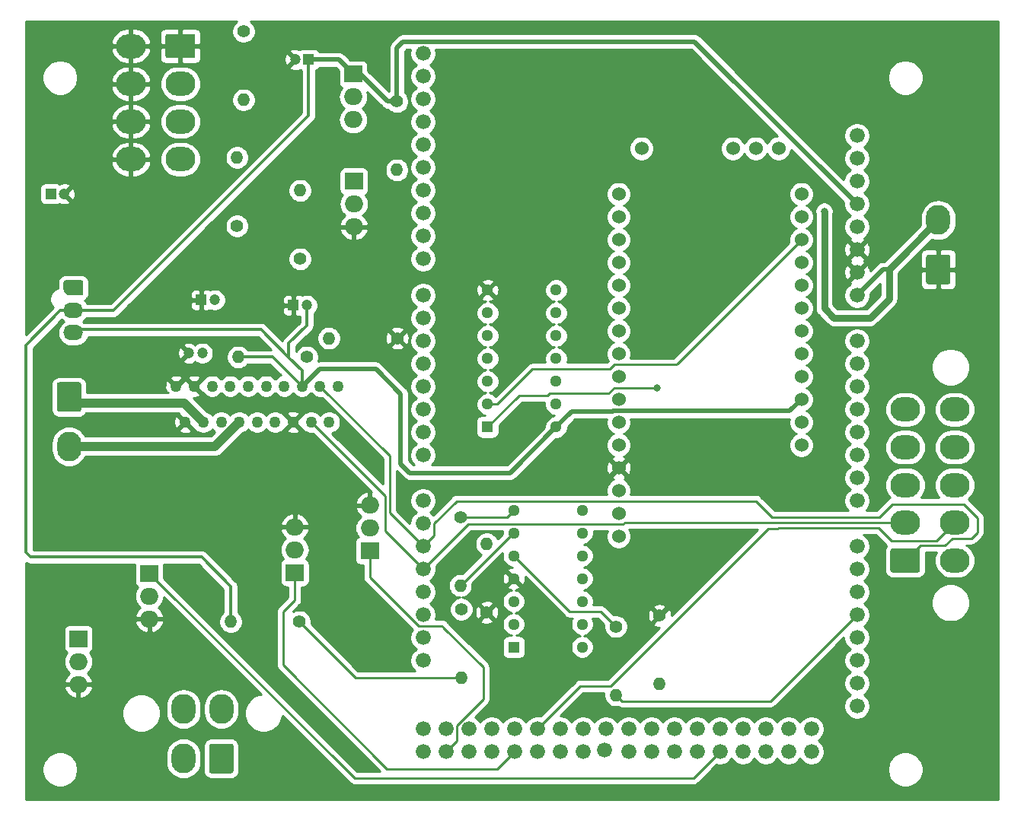
<source format=gbr>
G04 #@! TF.GenerationSoftware,KiCad,Pcbnew,(5.1.7)-1*
G04 #@! TF.CreationDate,2021-10-23T14:10:48-04:00*
G04 #@! TF.ProjectId,PCB_2020,5043425f-3230-4323-902e-6b696361645f,rev?*
G04 #@! TF.SameCoordinates,Original*
G04 #@! TF.FileFunction,Copper,L2,Bot*
G04 #@! TF.FilePolarity,Positive*
%FSLAX46Y46*%
G04 Gerber Fmt 4.6, Leading zero omitted, Abs format (unit mm)*
G04 Created by KiCad (PCBNEW (5.1.7)-1) date 2021-10-23 14:10:48*
%MOMM*%
%LPD*%
G01*
G04 APERTURE LIST*
G04 #@! TA.AperFunction,ComponentPad*
%ADD10O,2.700000X3.300000*%
G04 #@! TD*
G04 #@! TA.AperFunction,ComponentPad*
%ADD11C,0.100000*%
G04 #@! TD*
G04 #@! TA.AperFunction,ComponentPad*
%ADD12O,2.200000X1.700000*%
G04 #@! TD*
G04 #@! TA.AperFunction,ComponentPad*
%ADD13O,2.000000X1.905000*%
G04 #@! TD*
G04 #@! TA.AperFunction,ComponentPad*
%ADD14R,2.000000X1.905000*%
G04 #@! TD*
G04 #@! TA.AperFunction,ComponentPad*
%ADD15C,1.676400*%
G04 #@! TD*
G04 #@! TA.AperFunction,ComponentPad*
%ADD16O,3.300000X2.700000*%
G04 #@! TD*
G04 #@! TA.AperFunction,ComponentPad*
%ADD17O,1.400000X1.400000*%
G04 #@! TD*
G04 #@! TA.AperFunction,ComponentPad*
%ADD18C,1.400000*%
G04 #@! TD*
G04 #@! TA.AperFunction,ComponentPad*
%ADD19C,1.200000*%
G04 #@! TD*
G04 #@! TA.AperFunction,ComponentPad*
%ADD20R,1.200000X1.200000*%
G04 #@! TD*
G04 #@! TA.AperFunction,ComponentPad*
%ADD21C,1.270000*%
G04 #@! TD*
G04 #@! TA.AperFunction,ComponentPad*
%ADD22C,1.295400*%
G04 #@! TD*
G04 #@! TA.AperFunction,ComponentPad*
%ADD23R,1.295400X1.295400*%
G04 #@! TD*
G04 #@! TA.AperFunction,ComponentPad*
%ADD24C,1.524000*%
G04 #@! TD*
G04 #@! TA.AperFunction,ViaPad*
%ADD25C,0.800000*%
G04 #@! TD*
G04 #@! TA.AperFunction,Conductor*
%ADD26C,0.750000*%
G04 #@! TD*
G04 #@! TA.AperFunction,Conductor*
%ADD27C,0.500000*%
G04 #@! TD*
G04 #@! TA.AperFunction,Conductor*
%ADD28C,0.350000*%
G04 #@! TD*
G04 #@! TA.AperFunction,Conductor*
%ADD29C,0.250000*%
G04 #@! TD*
G04 #@! TA.AperFunction,Conductor*
%ADD30C,1.000000*%
G04 #@! TD*
G04 #@! TA.AperFunction,Conductor*
%ADD31C,0.254000*%
G04 #@! TD*
G04 #@! TA.AperFunction,Conductor*
%ADD32C,0.100000*%
G04 #@! TD*
G04 APERTURE END LIST*
D10*
X145050000Y-126875000D03*
X149250000Y-126875000D03*
X145050000Y-132375000D03*
G04 #@! TA.AperFunction,ComponentPad*
G36*
G01*
X150600000Y-130975001D02*
X150600000Y-133774999D01*
G75*
G02*
X150349999Y-134025000I-250001J0D01*
G01*
X148150001Y-134025000D01*
G75*
G02*
X147900000Y-133774999I0J250001D01*
G01*
X147900000Y-130975001D01*
G75*
G02*
X148150001Y-130725000I250001J0D01*
G01*
X150349999Y-130725000D01*
G75*
G02*
X150600000Y-130975001I0J-250001D01*
G01*
G37*
G04 #@! TD.AperFunction*
G04 #@! TA.AperFunction,ComponentPad*
D11*
G36*
X133708773Y-79144804D02*
G01*
X133755671Y-79159030D01*
X133798893Y-79182133D01*
X133836777Y-79213223D01*
X133867867Y-79251107D01*
X133890970Y-79294329D01*
X133905196Y-79341227D01*
X133910000Y-79390000D01*
X133910000Y-80590000D01*
X133905196Y-80638773D01*
X133890970Y-80685671D01*
X133867867Y-80728893D01*
X133836777Y-80766777D01*
X133798893Y-80797867D01*
X133755671Y-80820970D01*
X133708773Y-80835196D01*
X133660000Y-80840000D01*
X132360000Y-80840000D01*
X132311227Y-80835196D01*
X132264329Y-80820970D01*
X132221107Y-80797867D01*
X132183223Y-80766777D01*
X131783223Y-80366777D01*
X131752133Y-80328893D01*
X131729030Y-80285671D01*
X131714804Y-80238773D01*
X131710000Y-80190000D01*
X131710000Y-79390000D01*
X131714804Y-79341227D01*
X131729030Y-79294329D01*
X131752133Y-79251107D01*
X131783223Y-79213223D01*
X131821107Y-79182133D01*
X131864329Y-79159030D01*
X131911227Y-79144804D01*
X131960000Y-79140000D01*
X133660000Y-79140000D01*
X133708773Y-79144804D01*
G37*
G04 #@! TD.AperFunction*
D12*
X132810000Y-82490000D03*
X132810000Y-84990000D03*
D13*
X165750000Y-104170000D03*
X165750000Y-106710000D03*
D14*
X165750000Y-109250000D03*
D15*
X219950000Y-63050000D03*
X219950000Y-65590000D03*
X219950000Y-68130000D03*
X219950000Y-70670000D03*
X219950000Y-73210000D03*
X219950000Y-75750000D03*
X219950000Y-78290000D03*
X219950000Y-80830000D03*
X219950000Y-85910000D03*
X219950000Y-88450000D03*
X219950000Y-90990000D03*
X219950000Y-93530000D03*
X219950000Y-96070000D03*
X219950000Y-98610000D03*
X219950000Y-101150000D03*
X219950000Y-103690000D03*
X219950000Y-111310000D03*
X219950000Y-108770000D03*
X219950000Y-113850000D03*
X219950000Y-116390000D03*
X219950000Y-118930000D03*
X219950000Y-121470000D03*
X219950000Y-124010000D03*
X219950000Y-126550000D03*
X214870000Y-131630000D03*
X214870000Y-129090000D03*
X212330000Y-131630000D03*
X209790000Y-131630000D03*
X207250000Y-131630000D03*
X204710000Y-131630000D03*
X202170000Y-129090000D03*
X197090000Y-131630000D03*
X197090000Y-129090000D03*
X191908400Y-131464900D03*
X192010000Y-129090000D03*
X189470000Y-129090000D03*
X186930000Y-129090000D03*
X184390000Y-129090000D03*
X179310000Y-129090000D03*
X176770000Y-129090000D03*
X174230000Y-129090000D03*
X171690000Y-129090000D03*
X171690000Y-131630000D03*
X174230000Y-131630000D03*
X176770000Y-131630000D03*
X179310000Y-131630000D03*
X181850000Y-129090000D03*
X181850000Y-131630000D03*
X184390000Y-131630000D03*
X186930000Y-131630000D03*
X189470000Y-131630000D03*
X194550000Y-129090000D03*
X194550000Y-131630000D03*
X199630000Y-129090000D03*
X199630000Y-131630000D03*
X202170000Y-131630000D03*
X204710000Y-129090000D03*
X207250000Y-129090000D03*
X209790000Y-129090000D03*
X212330000Y-129090000D03*
X171690000Y-121470000D03*
X171690000Y-118930000D03*
X171690000Y-116390000D03*
X171690000Y-113850000D03*
X171690000Y-111310000D03*
X171690000Y-108770000D03*
X171690000Y-106230000D03*
X171690000Y-103690000D03*
X171690000Y-98610000D03*
X171690000Y-96070000D03*
X171690000Y-93530000D03*
X171690000Y-90990000D03*
X171690000Y-88450000D03*
X171690000Y-85910000D03*
X171690000Y-83370000D03*
X171690000Y-80830000D03*
X171690000Y-76766000D03*
X171690000Y-74226000D03*
X171690000Y-71686000D03*
X171690000Y-69146000D03*
X171690000Y-66606000D03*
X171690000Y-64066000D03*
X171690000Y-61526000D03*
X171690000Y-58986000D03*
X171690000Y-56446000D03*
X171690000Y-53906000D03*
D16*
X230810000Y-93530000D03*
X230810000Y-97730000D03*
X230810000Y-101930000D03*
X230810000Y-106130000D03*
X230810000Y-110330000D03*
X225310000Y-93530000D03*
X225310000Y-97730000D03*
X225310000Y-101930000D03*
X225310000Y-106130000D03*
G04 #@! TA.AperFunction,ComponentPad*
G36*
G01*
X226709999Y-111680000D02*
X223910001Y-111680000D01*
G75*
G02*
X223660000Y-111429999I0J250001D01*
G01*
X223660000Y-109230001D01*
G75*
G02*
X223910001Y-108980000I250001J0D01*
G01*
X226709999Y-108980000D01*
G75*
G02*
X226960000Y-109230001I0J-250001D01*
G01*
X226960000Y-111429999D01*
G75*
G02*
X226709999Y-111680000I-250001J0D01*
G01*
G37*
G04 #@! TD.AperFunction*
D17*
X161200000Y-85590000D03*
D18*
X168820000Y-85590000D03*
D17*
X151130000Y-87690000D03*
D18*
X158750000Y-87690000D03*
D17*
X158020000Y-69150000D03*
D18*
X158020000Y-76770000D03*
D17*
X178780000Y-108490000D03*
D18*
X178780000Y-116110000D03*
D17*
X150300000Y-117150000D03*
D18*
X157920000Y-117150000D03*
D17*
X175830000Y-113110000D03*
D18*
X175830000Y-105490000D03*
D17*
X198000000Y-124090000D03*
D18*
X198000000Y-116470000D03*
D17*
X151000000Y-65480000D03*
D18*
X151000000Y-73100000D03*
D17*
X193120000Y-125310000D03*
D18*
X193120000Y-117690000D03*
D17*
X175940000Y-123390000D03*
D18*
X175940000Y-115770000D03*
D17*
X151730000Y-59070000D03*
D18*
X151730000Y-51450000D03*
D17*
X168780000Y-66870000D03*
D18*
X168780000Y-59250000D03*
D19*
X131780000Y-69530000D03*
D20*
X130280000Y-69530000D03*
D19*
X158770000Y-81930000D03*
D20*
X157270000Y-81930000D03*
D19*
X148530000Y-81340000D03*
D20*
X147030000Y-81340000D03*
D19*
X157470000Y-54590000D03*
D20*
X158970000Y-54590000D03*
D19*
X145640000Y-87270000D03*
X147140000Y-87270000D03*
D21*
X162239999Y-90940000D03*
X161239999Y-94940000D03*
X160239998Y-90940000D03*
X159240000Y-94940000D03*
X158240000Y-90940000D03*
X157239999Y-94940000D03*
X156239999Y-90940000D03*
X155240001Y-94940000D03*
X154240000Y-90940000D03*
X153239999Y-94940000D03*
X152239999Y-90940000D03*
X151239998Y-94940000D03*
X150240000Y-90940000D03*
X149240000Y-94940000D03*
X148239999Y-90940000D03*
X147239999Y-94940000D03*
X146239998Y-90940000D03*
X145240000Y-94940000D03*
X144240000Y-90940000D03*
D22*
X186480000Y-95480000D03*
X186480000Y-92940000D03*
X186480000Y-90400000D03*
X186480000Y-87860000D03*
X186480000Y-85320000D03*
X186480000Y-82780000D03*
X186480000Y-80240000D03*
X178860000Y-80240000D03*
X178860000Y-82780000D03*
X178860000Y-85320000D03*
X178860000Y-87860000D03*
X178860000Y-90400000D03*
X178860000Y-92940000D03*
D23*
X178860000Y-95480000D03*
D10*
X132320000Y-97640000D03*
G04 #@! TA.AperFunction,ComponentPad*
G36*
G01*
X130970000Y-93539999D02*
X130970000Y-90740001D01*
G75*
G02*
X131220001Y-90490000I250001J0D01*
G01*
X133419999Y-90490000D01*
G75*
G02*
X133670000Y-90740001I0J-250001D01*
G01*
X133670000Y-93539999D01*
G75*
G02*
X133419999Y-93790000I-250001J0D01*
G01*
X131220001Y-93790000D01*
G75*
G02*
X130970000Y-93539999I0J250001D01*
G01*
G37*
G04 #@! TD.AperFunction*
G04 #@! TA.AperFunction,ComponentPad*
G36*
G01*
X143300001Y-51725000D02*
X146099999Y-51725000D01*
G75*
G02*
X146350000Y-51975001I0J-250001D01*
G01*
X146350000Y-54174999D01*
G75*
G02*
X146099999Y-54425000I-250001J0D01*
G01*
X143300001Y-54425000D01*
G75*
G02*
X143050000Y-54174999I0J250001D01*
G01*
X143050000Y-51975001D01*
G75*
G02*
X143300001Y-51725000I250001J0D01*
G01*
G37*
G04 #@! TD.AperFunction*
D16*
X144700000Y-57275000D03*
X144700000Y-61475000D03*
X144700000Y-65675000D03*
X139200000Y-53075000D03*
X139200000Y-57275000D03*
X139200000Y-61475000D03*
X139200000Y-65675000D03*
D22*
X189390000Y-119970000D03*
X189390000Y-117430000D03*
X189390000Y-114890000D03*
X189390000Y-112350000D03*
X189390000Y-109810000D03*
X189390000Y-107270000D03*
X189390000Y-104730000D03*
X181770000Y-104730000D03*
X181770000Y-107270000D03*
X181770000Y-109810000D03*
X181770000Y-112350000D03*
X181770000Y-114890000D03*
X181770000Y-117430000D03*
D23*
X181770000Y-119970000D03*
D24*
X195980000Y-64470000D03*
X206140000Y-64470000D03*
X211220000Y-64470000D03*
X208680000Y-64470000D03*
X193440000Y-107650000D03*
X193440000Y-105110000D03*
X193440000Y-102570000D03*
X193440000Y-100030000D03*
X193440000Y-72090000D03*
X193440000Y-79710000D03*
X193440000Y-94950000D03*
X193440000Y-89870000D03*
X193440000Y-82250000D03*
X193440000Y-97490000D03*
X193440000Y-69550000D03*
X193440000Y-92410000D03*
X193440000Y-84790000D03*
X193440000Y-87330000D03*
X193440000Y-74630000D03*
X193440000Y-77170000D03*
X213760000Y-72090000D03*
X213760000Y-74630000D03*
X213760000Y-77170000D03*
X213760000Y-79710000D03*
X213760000Y-82250000D03*
X213760000Y-84790000D03*
X213760000Y-87330000D03*
X213760000Y-89870000D03*
X213760000Y-92410000D03*
X213760000Y-94950000D03*
X213760000Y-69550000D03*
X213760000Y-97490000D03*
D13*
X157430000Y-106610000D03*
X157430000Y-109150000D03*
D14*
X157430000Y-111690000D03*
D13*
X163920000Y-61280000D03*
X163920000Y-58740000D03*
D14*
X163920000Y-56200000D03*
D13*
X163990000Y-73190000D03*
X163990000Y-70650000D03*
D14*
X163990000Y-68110000D03*
D13*
X141250000Y-116830000D03*
X141250000Y-114290000D03*
D14*
X141250000Y-111750000D03*
D13*
X133360000Y-124130000D03*
X133360000Y-121590000D03*
D14*
X133360000Y-119050000D03*
G04 #@! TA.AperFunction,ComponentPad*
G36*
G01*
X230340000Y-76540001D02*
X230340000Y-79339999D01*
G75*
G02*
X230089999Y-79590000I-250001J0D01*
G01*
X227890001Y-79590000D01*
G75*
G02*
X227640000Y-79339999I0J250001D01*
G01*
X227640000Y-76540001D01*
G75*
G02*
X227890001Y-76290000I250001J0D01*
G01*
X230089999Y-76290000D01*
G75*
G02*
X230340000Y-76540001I0J-250001D01*
G01*
G37*
G04 #@! TD.AperFunction*
D10*
X228990000Y-72440000D03*
D25*
X136430000Y-88140000D03*
X216300000Y-71460000D03*
X197670000Y-91110000D03*
D26*
X228990000Y-72440000D02*
X223500000Y-77930000D01*
X223500000Y-77930000D02*
X223500000Y-81210000D01*
X223500000Y-81210000D02*
X221380000Y-83330000D01*
X221380000Y-83330000D02*
X217370000Y-83330000D01*
X216300000Y-82260000D02*
X216300000Y-71460000D01*
X217370000Y-83330000D02*
X216300000Y-82260000D01*
D27*
X222850000Y-77930000D02*
X219950000Y-80830000D01*
X223500000Y-77930000D02*
X222850000Y-77930000D01*
D28*
X158970000Y-54590000D02*
X158970000Y-60810000D01*
X137250000Y-82530000D02*
X132810000Y-82530000D01*
X158970000Y-60810000D02*
X137250000Y-82530000D01*
X150300000Y-113200000D02*
X150300000Y-117150000D01*
X128061997Y-109964999D02*
X147064999Y-109964999D01*
X127529990Y-109432992D02*
X128061997Y-109964999D01*
X147064999Y-109964999D02*
X150300000Y-113200000D01*
X127529990Y-86360010D02*
X127529990Y-109432992D01*
X131360000Y-82530000D02*
X127529990Y-86360010D01*
X132810000Y-82530000D02*
X131360000Y-82530000D01*
D27*
X162310000Y-54590000D02*
X163920000Y-56200000D01*
X158970000Y-54590000D02*
X162310000Y-54590000D01*
X163920000Y-56200000D02*
X164720000Y-56200000D01*
X167770000Y-59250000D02*
X168780000Y-59250000D01*
X164720000Y-56200000D02*
X167770000Y-59250000D01*
X168780000Y-59250000D02*
X168780000Y-53300000D01*
X201897799Y-52617799D02*
X219950000Y-70670000D01*
X168780000Y-53300000D02*
X169462201Y-52617799D01*
X169462201Y-52617799D02*
X169482201Y-52617799D01*
X201847799Y-52567799D02*
X201897799Y-52617799D01*
X169532201Y-52567799D02*
X201847799Y-52567799D01*
X169482201Y-52617799D02*
X169532201Y-52567799D01*
D28*
X158240000Y-89220000D02*
X158240000Y-90940000D01*
X133245001Y-84634999D02*
X153654999Y-84634999D01*
X132810000Y-85070000D02*
X133245001Y-84634999D01*
X154990000Y-87690000D02*
X158240000Y-90940000D01*
X151130000Y-87690000D02*
X154990000Y-87690000D01*
X156770000Y-87750000D02*
X156770000Y-86170000D01*
X153654999Y-84634999D02*
X156770000Y-87750000D01*
X156770000Y-87750000D02*
X158240000Y-89220000D01*
X158770000Y-84170000D02*
X158770000Y-81930000D01*
X156770000Y-86170000D02*
X158770000Y-84170000D01*
D27*
X158240000Y-90940000D02*
X160170000Y-89010000D01*
X160170000Y-89010000D02*
X166430000Y-89010000D01*
X166430000Y-89010000D02*
X169210000Y-91790000D01*
X169210000Y-91790000D02*
X169210000Y-99570000D01*
X169210000Y-99570000D02*
X170230000Y-100590000D01*
X181370000Y-100590000D02*
X186480000Y-95480000D01*
X170230000Y-100590000D02*
X181370000Y-100590000D01*
X186480000Y-95480000D02*
X188222001Y-93737999D01*
X188222001Y-93737999D02*
X188242001Y-93737999D01*
X212482001Y-93687999D02*
X213760000Y-92410000D01*
X192834239Y-93687999D02*
X212482001Y-93687999D01*
X192784239Y-93737999D02*
X192834239Y-93687999D01*
X188222001Y-93737999D02*
X192784239Y-93737999D01*
D29*
X181010000Y-105490000D02*
X181770000Y-104730000D01*
X175830000Y-105490000D02*
X181010000Y-105490000D01*
X225170012Y-106269988D02*
X225310000Y-106130000D01*
X167468189Y-107088189D02*
X167468189Y-103168189D01*
X167468189Y-103168189D02*
X159240000Y-94940000D01*
X171690000Y-111310000D02*
X167468189Y-107088189D01*
X176752701Y-106247299D02*
X171690000Y-111310000D01*
X193985463Y-106247299D02*
X176752701Y-106247299D01*
X194102762Y-106130000D02*
X193985463Y-106247299D01*
X225310000Y-106130000D02*
X194102762Y-106130000D01*
X167968199Y-98668201D02*
X160239998Y-90940000D01*
X167968199Y-101331801D02*
X167968199Y-100871801D01*
X167968199Y-101331801D02*
X167968199Y-98668201D01*
X167968199Y-105048199D02*
X171690000Y-108770000D01*
X167968199Y-101331801D02*
X167968199Y-105048199D01*
X226985010Y-108654990D02*
X225310000Y-110330000D01*
X229745478Y-108654990D02*
X226985010Y-108654990D01*
X171690000Y-108770000D02*
X172903201Y-107556799D01*
X210500000Y-105520000D02*
X222410000Y-105520000D01*
X172903201Y-107556799D02*
X172903201Y-106206799D01*
X172903201Y-106206799D02*
X175402701Y-103707299D01*
X208687299Y-103707299D02*
X210500000Y-105520000D01*
X222410000Y-105520000D02*
X223870000Y-104060000D01*
X232684990Y-107855010D02*
X230545458Y-107855010D01*
X230545458Y-107855010D02*
X229745478Y-108654990D01*
X175402701Y-103707299D02*
X208687299Y-103707299D01*
X223870000Y-104060000D02*
X231830000Y-104060000D01*
X233350000Y-105580000D02*
X233350000Y-107190000D01*
X231830000Y-104060000D02*
X233350000Y-105580000D01*
X233350000Y-107190000D02*
X232684990Y-107855010D01*
D30*
X147239999Y-94940000D02*
X145109999Y-92810000D01*
D27*
X132990000Y-92810000D02*
X132320000Y-92140000D01*
D30*
X145109999Y-92810000D02*
X132990000Y-92810000D01*
X148539998Y-97640000D02*
X132320000Y-97640000D01*
X151239998Y-94940000D02*
X148539998Y-97640000D01*
D29*
X210330001Y-126009999D02*
X219950000Y-116390000D01*
X193819999Y-126009999D02*
X210330001Y-126009999D01*
X193120000Y-125310000D02*
X193819999Y-126009999D01*
X184390000Y-129090000D02*
X189195001Y-124284999D01*
X211177000Y-106720000D02*
X222340000Y-106720000D01*
X222340000Y-106720000D02*
X223760000Y-108140000D01*
X228800000Y-108140000D02*
X230810000Y-106130000D01*
X223760000Y-108140000D02*
X228800000Y-108140000D01*
X192553999Y-124284999D02*
X210069000Y-106769998D01*
X189195001Y-124284999D02*
X192553999Y-124284999D01*
X210069000Y-106769998D02*
X211177000Y-106769998D01*
X157430000Y-111690000D02*
X157430000Y-114730000D01*
X157430000Y-114730000D02*
X156140000Y-116020000D01*
X156140000Y-116020000D02*
X156140000Y-121990000D01*
X156140000Y-121990000D02*
X167690000Y-133540000D01*
X179940000Y-133540000D02*
X181850000Y-131630000D01*
X167690000Y-133540000D02*
X179940000Y-133540000D01*
X165750000Y-109250000D02*
X165750000Y-112171538D01*
X173936799Y-117766799D02*
X178370000Y-122200000D01*
X178370000Y-122200000D02*
X178370000Y-125768462D01*
X173936799Y-117766799D02*
X173936799Y-117756799D01*
X171181663Y-117603201D02*
X165750000Y-112171538D01*
X173783201Y-117603201D02*
X171181663Y-117603201D01*
X173936799Y-117756799D02*
X173783201Y-117603201D01*
X175443201Y-128695261D02*
X178370000Y-125768462D01*
X175443201Y-130416799D02*
X175443201Y-128695261D01*
X174230000Y-131630000D02*
X175443201Y-130416799D01*
X141250000Y-111750000D02*
X164060000Y-134560000D01*
X201780000Y-134560000D02*
X204710000Y-131630000D01*
X164060000Y-134560000D02*
X201780000Y-134560000D01*
X182372701Y-91967299D02*
X178860000Y-95480000D01*
X192938838Y-91110000D02*
X197670000Y-91110000D01*
X192318838Y-91730000D02*
X192938838Y-91110000D01*
X185760000Y-91730000D02*
X192318838Y-91730000D01*
X185522701Y-91967299D02*
X185760000Y-91730000D01*
X182372701Y-91967299D02*
X185522701Y-91967299D01*
X164160000Y-123390000D02*
X175940000Y-123390000D01*
X157920000Y-117150000D02*
X164160000Y-123390000D01*
X181670000Y-107270000D02*
X181770000Y-107270000D01*
X175830000Y-113110000D02*
X181670000Y-107270000D01*
X181770000Y-109810000D02*
X187990000Y-116030000D01*
X191460000Y-116030000D02*
X193120000Y-117690000D01*
X187990000Y-116030000D02*
X191460000Y-116030000D01*
X213760000Y-74630000D02*
X199972999Y-88417001D01*
X178860000Y-92940000D02*
X179950000Y-92940000D01*
X179950000Y-92940000D02*
X183840000Y-89050000D01*
X199842999Y-88547001D02*
X199972999Y-88417001D01*
X192458838Y-89050000D02*
X192961837Y-88547001D01*
X192961837Y-88547001D02*
X199842999Y-88547001D01*
X183840000Y-89050000D02*
X192458838Y-89050000D01*
D31*
X235670000Y-136919970D02*
X127535000Y-136915031D01*
X127535000Y-133404495D01*
X129340000Y-133404495D01*
X129340000Y-133795505D01*
X129416282Y-134179003D01*
X129565915Y-134540250D01*
X129783149Y-134865364D01*
X130059636Y-135141851D01*
X130384750Y-135359085D01*
X130745997Y-135508718D01*
X131129495Y-135585000D01*
X131520505Y-135585000D01*
X131904003Y-135508718D01*
X132265250Y-135359085D01*
X132590364Y-135141851D01*
X132866851Y-134865364D01*
X133084085Y-134540250D01*
X133233718Y-134179003D01*
X133310000Y-133795505D01*
X133310000Y-133404495D01*
X133233718Y-133020997D01*
X133084085Y-132659750D01*
X132866851Y-132334636D01*
X132590364Y-132058149D01*
X132469650Y-131977490D01*
X143065000Y-131977490D01*
X143065000Y-132772509D01*
X143093722Y-133064127D01*
X143207226Y-133438301D01*
X143391547Y-133783143D01*
X143639602Y-134085398D01*
X143941857Y-134333453D01*
X144286698Y-134517774D01*
X144660872Y-134631278D01*
X145050000Y-134669604D01*
X145439127Y-134631278D01*
X145813301Y-134517774D01*
X146158143Y-134333453D01*
X146460398Y-134085398D01*
X146708453Y-133783143D01*
X146892774Y-133438302D01*
X147006278Y-133064128D01*
X147035000Y-132772510D01*
X147035000Y-131977491D01*
X147006278Y-131685873D01*
X146892774Y-131311698D01*
X146712807Y-130975001D01*
X147261928Y-130975001D01*
X147261928Y-133774999D01*
X147278992Y-133948253D01*
X147329529Y-134114850D01*
X147411595Y-134268386D01*
X147522039Y-134402961D01*
X147656614Y-134513405D01*
X147810150Y-134595471D01*
X147976747Y-134646008D01*
X148150001Y-134663072D01*
X150349999Y-134663072D01*
X150523253Y-134646008D01*
X150689850Y-134595471D01*
X150843386Y-134513405D01*
X150977961Y-134402961D01*
X151088405Y-134268386D01*
X151170471Y-134114850D01*
X151221008Y-133948253D01*
X151238072Y-133774999D01*
X151238072Y-130975001D01*
X151221008Y-130801747D01*
X151170471Y-130635150D01*
X151088405Y-130481614D01*
X150977961Y-130347039D01*
X150843386Y-130236595D01*
X150689850Y-130154529D01*
X150523253Y-130103992D01*
X150349999Y-130086928D01*
X148150001Y-130086928D01*
X147976747Y-130103992D01*
X147810150Y-130154529D01*
X147656614Y-130236595D01*
X147522039Y-130347039D01*
X147411595Y-130481614D01*
X147329529Y-130635150D01*
X147278992Y-130801747D01*
X147261928Y-130975001D01*
X146712807Y-130975001D01*
X146708453Y-130966857D01*
X146460398Y-130664602D01*
X146158143Y-130416547D01*
X145813302Y-130232226D01*
X145439128Y-130118722D01*
X145050000Y-130080396D01*
X144660873Y-130118722D01*
X144286699Y-130232226D01*
X143941858Y-130416547D01*
X143639603Y-130664602D01*
X143391547Y-130966857D01*
X143207226Y-131311698D01*
X143093722Y-131685872D01*
X143065000Y-131977490D01*
X132469650Y-131977490D01*
X132265250Y-131840915D01*
X131904003Y-131691282D01*
X131520505Y-131615000D01*
X131129495Y-131615000D01*
X130745997Y-131691282D01*
X130384750Y-131840915D01*
X130059636Y-132058149D01*
X129783149Y-132334636D01*
X129565915Y-132659750D01*
X129416282Y-133020997D01*
X129340000Y-133404495D01*
X127535000Y-133404495D01*
X127535000Y-127124721D01*
X138215000Y-127124721D01*
X138215000Y-127545279D01*
X138297047Y-127957756D01*
X138457988Y-128346302D01*
X138691637Y-128695983D01*
X138989017Y-128993363D01*
X139338698Y-129227012D01*
X139727244Y-129387953D01*
X140139721Y-129470000D01*
X140560279Y-129470000D01*
X140972756Y-129387953D01*
X141361302Y-129227012D01*
X141710983Y-128993363D01*
X142008363Y-128695983D01*
X142242012Y-128346302D01*
X142402953Y-127957756D01*
X142485000Y-127545279D01*
X142485000Y-127124721D01*
X142402953Y-126712244D01*
X142305715Y-126477490D01*
X143065000Y-126477490D01*
X143065000Y-127272509D01*
X143093722Y-127564127D01*
X143207226Y-127938301D01*
X143391547Y-128283143D01*
X143639602Y-128585398D01*
X143941857Y-128833453D01*
X144286698Y-129017774D01*
X144660872Y-129131278D01*
X145050000Y-129169604D01*
X145439127Y-129131278D01*
X145813301Y-129017774D01*
X146158143Y-128833453D01*
X146460398Y-128585398D01*
X146708453Y-128283143D01*
X146892774Y-127938302D01*
X147006278Y-127564128D01*
X147035000Y-127272510D01*
X147035000Y-126477491D01*
X147035000Y-126477490D01*
X147265000Y-126477490D01*
X147265000Y-127272509D01*
X147293722Y-127564127D01*
X147407226Y-127938301D01*
X147591547Y-128283143D01*
X147839602Y-128585398D01*
X148141857Y-128833453D01*
X148486698Y-129017774D01*
X148860872Y-129131278D01*
X149250000Y-129169604D01*
X149639127Y-129131278D01*
X150013301Y-129017774D01*
X150358143Y-128833453D01*
X150660398Y-128585398D01*
X150908453Y-128283143D01*
X151092774Y-127938302D01*
X151206278Y-127564128D01*
X151235000Y-127272510D01*
X151235000Y-126477491D01*
X151206278Y-126185873D01*
X151092774Y-125811698D01*
X150908453Y-125466857D01*
X150660398Y-125164602D01*
X150358143Y-124916547D01*
X150013302Y-124732226D01*
X149639128Y-124618722D01*
X149250000Y-124580396D01*
X148860873Y-124618722D01*
X148486699Y-124732226D01*
X148141858Y-124916547D01*
X147839603Y-125164602D01*
X147591547Y-125466857D01*
X147407226Y-125811698D01*
X147293722Y-126185872D01*
X147265000Y-126477490D01*
X147035000Y-126477490D01*
X147006278Y-126185873D01*
X146892774Y-125811698D01*
X146708453Y-125466857D01*
X146460398Y-125164602D01*
X146158143Y-124916547D01*
X145813302Y-124732226D01*
X145439128Y-124618722D01*
X145050000Y-124580396D01*
X144660873Y-124618722D01*
X144286699Y-124732226D01*
X143941858Y-124916547D01*
X143639603Y-125164602D01*
X143391547Y-125466857D01*
X143207226Y-125811698D01*
X143093722Y-126185872D01*
X143065000Y-126477490D01*
X142305715Y-126477490D01*
X142242012Y-126323698D01*
X142008363Y-125974017D01*
X141710983Y-125676637D01*
X141361302Y-125442988D01*
X140972756Y-125282047D01*
X140560279Y-125200000D01*
X140139721Y-125200000D01*
X139727244Y-125282047D01*
X139338698Y-125442988D01*
X138989017Y-125676637D01*
X138691637Y-125974017D01*
X138457988Y-126323698D01*
X138297047Y-126712244D01*
X138215000Y-127124721D01*
X127535000Y-127124721D01*
X127535000Y-124502980D01*
X131769437Y-124502980D01*
X131840429Y-124721094D01*
X131984031Y-124996923D01*
X132178685Y-125239437D01*
X132416911Y-125439316D01*
X132689554Y-125588879D01*
X132986137Y-125682378D01*
X133233000Y-125555570D01*
X133233000Y-124257000D01*
X133487000Y-124257000D01*
X133487000Y-125555570D01*
X133733863Y-125682378D01*
X134030446Y-125588879D01*
X134303089Y-125439316D01*
X134541315Y-125239437D01*
X134735969Y-124996923D01*
X134879571Y-124721094D01*
X134950563Y-124502980D01*
X134830594Y-124257000D01*
X133487000Y-124257000D01*
X133233000Y-124257000D01*
X131889406Y-124257000D01*
X131769437Y-124502980D01*
X127535000Y-124502980D01*
X127535000Y-121590000D01*
X131717319Y-121590000D01*
X131747970Y-121901204D01*
X131838745Y-122200449D01*
X131986155Y-122476235D01*
X132184537Y-122717963D01*
X132363899Y-122865163D01*
X132178685Y-123020563D01*
X131984031Y-123263077D01*
X131840429Y-123538906D01*
X131769437Y-123757020D01*
X131889406Y-124003000D01*
X133233000Y-124003000D01*
X133233000Y-123983000D01*
X133487000Y-123983000D01*
X133487000Y-124003000D01*
X134830594Y-124003000D01*
X134950563Y-123757020D01*
X134879571Y-123538906D01*
X134735969Y-123263077D01*
X134541315Y-123020563D01*
X134356101Y-122865163D01*
X134535463Y-122717963D01*
X134733845Y-122476235D01*
X134881255Y-122200449D01*
X134972030Y-121901204D01*
X135002681Y-121590000D01*
X134972030Y-121278796D01*
X134881255Y-120979551D01*
X134733845Y-120703765D01*
X134630554Y-120577905D01*
X134714494Y-120533037D01*
X134811185Y-120453685D01*
X134890537Y-120356994D01*
X134949502Y-120246680D01*
X134985812Y-120126982D01*
X134998072Y-120002500D01*
X134998072Y-118097500D01*
X134985812Y-117973018D01*
X134949502Y-117853320D01*
X134890537Y-117743006D01*
X134811185Y-117646315D01*
X134714494Y-117566963D01*
X134604180Y-117507998D01*
X134484482Y-117471688D01*
X134360000Y-117459428D01*
X132360000Y-117459428D01*
X132235518Y-117471688D01*
X132115820Y-117507998D01*
X132005506Y-117566963D01*
X131908815Y-117646315D01*
X131829463Y-117743006D01*
X131770498Y-117853320D01*
X131734188Y-117973018D01*
X131721928Y-118097500D01*
X131721928Y-120002500D01*
X131734188Y-120126982D01*
X131770498Y-120246680D01*
X131829463Y-120356994D01*
X131908815Y-120453685D01*
X132005506Y-120533037D01*
X132089446Y-120577905D01*
X131986155Y-120703765D01*
X131838745Y-120979551D01*
X131747970Y-121278796D01*
X131717319Y-121590000D01*
X127535000Y-121590000D01*
X127535000Y-117202980D01*
X139659437Y-117202980D01*
X139730429Y-117421094D01*
X139874031Y-117696923D01*
X140068685Y-117939437D01*
X140306911Y-118139316D01*
X140579554Y-118288879D01*
X140876137Y-118382378D01*
X141123000Y-118255570D01*
X141123000Y-116957000D01*
X141377000Y-116957000D01*
X141377000Y-118255570D01*
X141623863Y-118382378D01*
X141920446Y-118288879D01*
X142193089Y-118139316D01*
X142431315Y-117939437D01*
X142625969Y-117696923D01*
X142769571Y-117421094D01*
X142840563Y-117202980D01*
X142720594Y-116957000D01*
X141377000Y-116957000D01*
X141123000Y-116957000D01*
X139779406Y-116957000D01*
X139659437Y-117202980D01*
X127535000Y-117202980D01*
X127535000Y-110580355D01*
X127609808Y-110641748D01*
X127750523Y-110716962D01*
X127903209Y-110763279D01*
X128061997Y-110778918D01*
X128101788Y-110774999D01*
X139614144Y-110774999D01*
X139611928Y-110797500D01*
X139611928Y-112702500D01*
X139624188Y-112826982D01*
X139660498Y-112946680D01*
X139719463Y-113056994D01*
X139798815Y-113153685D01*
X139895506Y-113233037D01*
X139979446Y-113277905D01*
X139876155Y-113403765D01*
X139728745Y-113679551D01*
X139637970Y-113978796D01*
X139607319Y-114290000D01*
X139637970Y-114601204D01*
X139728745Y-114900449D01*
X139876155Y-115176235D01*
X140074537Y-115417963D01*
X140253899Y-115565163D01*
X140068685Y-115720563D01*
X139874031Y-115963077D01*
X139730429Y-116238906D01*
X139659437Y-116457020D01*
X139779406Y-116703000D01*
X141123000Y-116703000D01*
X141123000Y-116683000D01*
X141377000Y-116683000D01*
X141377000Y-116703000D01*
X142720594Y-116703000D01*
X142840563Y-116457020D01*
X142769571Y-116238906D01*
X142625969Y-115963077D01*
X142431315Y-115720563D01*
X142246101Y-115565163D01*
X142425463Y-115417963D01*
X142623845Y-115176235D01*
X142771255Y-114900449D01*
X142862030Y-114601204D01*
X142876768Y-114451569D01*
X153644199Y-125219001D01*
X153327244Y-125282047D01*
X152938698Y-125442988D01*
X152589017Y-125676637D01*
X152291637Y-125974017D01*
X152057988Y-126323698D01*
X151897047Y-126712244D01*
X151815000Y-127124721D01*
X151815000Y-127545279D01*
X151897047Y-127957756D01*
X152057988Y-128346302D01*
X152291637Y-128695983D01*
X152589017Y-128993363D01*
X152938698Y-129227012D01*
X153327244Y-129387953D01*
X153739721Y-129470000D01*
X154160279Y-129470000D01*
X154572756Y-129387953D01*
X154961302Y-129227012D01*
X155310983Y-128993363D01*
X155608363Y-128695983D01*
X155842012Y-128346302D01*
X156002953Y-127957756D01*
X156065999Y-127640801D01*
X163496201Y-135071003D01*
X163519999Y-135100001D01*
X163635724Y-135194974D01*
X163767753Y-135265546D01*
X163911014Y-135309003D01*
X164022667Y-135320000D01*
X164022676Y-135320000D01*
X164059999Y-135323676D01*
X164097322Y-135320000D01*
X201742678Y-135320000D01*
X201780000Y-135323676D01*
X201817322Y-135320000D01*
X201817333Y-135320000D01*
X201928986Y-135309003D01*
X202072247Y-135265546D01*
X202204276Y-135194974D01*
X202320001Y-135100001D01*
X202343804Y-135070997D01*
X204010306Y-133404495D01*
X223340000Y-133404495D01*
X223340000Y-133795505D01*
X223416282Y-134179003D01*
X223565915Y-134540250D01*
X223783149Y-134865364D01*
X224059636Y-135141851D01*
X224384750Y-135359085D01*
X224745997Y-135508718D01*
X225129495Y-135585000D01*
X225520505Y-135585000D01*
X225904003Y-135508718D01*
X226265250Y-135359085D01*
X226590364Y-135141851D01*
X226866851Y-134865364D01*
X227084085Y-134540250D01*
X227233718Y-134179003D01*
X227310000Y-133795505D01*
X227310000Y-133404495D01*
X227233718Y-133020997D01*
X227084085Y-132659750D01*
X226866851Y-132334636D01*
X226590364Y-132058149D01*
X226265250Y-131840915D01*
X225904003Y-131691282D01*
X225520505Y-131615000D01*
X225129495Y-131615000D01*
X224745997Y-131691282D01*
X224384750Y-131840915D01*
X224059636Y-132058149D01*
X223783149Y-132334636D01*
X223565915Y-132659750D01*
X223416282Y-133020997D01*
X223340000Y-133404495D01*
X204010306Y-133404495D01*
X204353627Y-133061175D01*
X204564902Y-133103200D01*
X204855098Y-133103200D01*
X205139717Y-133046586D01*
X205407822Y-132935533D01*
X205649110Y-132774309D01*
X205854309Y-132569110D01*
X205980000Y-132381001D01*
X206105691Y-132569110D01*
X206310890Y-132774309D01*
X206552178Y-132935533D01*
X206820283Y-133046586D01*
X207104902Y-133103200D01*
X207395098Y-133103200D01*
X207679717Y-133046586D01*
X207947822Y-132935533D01*
X208189110Y-132774309D01*
X208394309Y-132569110D01*
X208520000Y-132381001D01*
X208645691Y-132569110D01*
X208850890Y-132774309D01*
X209092178Y-132935533D01*
X209360283Y-133046586D01*
X209644902Y-133103200D01*
X209935098Y-133103200D01*
X210219717Y-133046586D01*
X210487822Y-132935533D01*
X210729110Y-132774309D01*
X210934309Y-132569110D01*
X211060000Y-132381001D01*
X211185691Y-132569110D01*
X211390890Y-132774309D01*
X211632178Y-132935533D01*
X211900283Y-133046586D01*
X212184902Y-133103200D01*
X212475098Y-133103200D01*
X212759717Y-133046586D01*
X213027822Y-132935533D01*
X213269110Y-132774309D01*
X213474309Y-132569110D01*
X213600000Y-132381001D01*
X213725691Y-132569110D01*
X213930890Y-132774309D01*
X214172178Y-132935533D01*
X214440283Y-133046586D01*
X214724902Y-133103200D01*
X215015098Y-133103200D01*
X215299717Y-133046586D01*
X215567822Y-132935533D01*
X215809110Y-132774309D01*
X216014309Y-132569110D01*
X216175533Y-132327822D01*
X216286586Y-132059717D01*
X216343200Y-131775098D01*
X216343200Y-131484902D01*
X216286586Y-131200283D01*
X216175533Y-130932178D01*
X216014309Y-130690890D01*
X215809110Y-130485691D01*
X215621001Y-130360000D01*
X215809110Y-130234309D01*
X216014309Y-130029110D01*
X216175533Y-129787822D01*
X216286586Y-129519717D01*
X216343200Y-129235098D01*
X216343200Y-128944902D01*
X216286586Y-128660283D01*
X216175533Y-128392178D01*
X216014309Y-128150890D01*
X215809110Y-127945691D01*
X215567822Y-127784467D01*
X215299717Y-127673414D01*
X215015098Y-127616800D01*
X214724902Y-127616800D01*
X214440283Y-127673414D01*
X214172178Y-127784467D01*
X213930890Y-127945691D01*
X213725691Y-128150890D01*
X213600000Y-128338999D01*
X213474309Y-128150890D01*
X213269110Y-127945691D01*
X213027822Y-127784467D01*
X212759717Y-127673414D01*
X212475098Y-127616800D01*
X212184902Y-127616800D01*
X211900283Y-127673414D01*
X211632178Y-127784467D01*
X211390890Y-127945691D01*
X211185691Y-128150890D01*
X211060000Y-128338999D01*
X210934309Y-128150890D01*
X210729110Y-127945691D01*
X210487822Y-127784467D01*
X210219717Y-127673414D01*
X209935098Y-127616800D01*
X209644902Y-127616800D01*
X209360283Y-127673414D01*
X209092178Y-127784467D01*
X208850890Y-127945691D01*
X208645691Y-128150890D01*
X208520000Y-128338999D01*
X208394309Y-128150890D01*
X208189110Y-127945691D01*
X207947822Y-127784467D01*
X207679717Y-127673414D01*
X207395098Y-127616800D01*
X207104902Y-127616800D01*
X206820283Y-127673414D01*
X206552178Y-127784467D01*
X206310890Y-127945691D01*
X206105691Y-128150890D01*
X205980000Y-128338999D01*
X205854309Y-128150890D01*
X205649110Y-127945691D01*
X205407822Y-127784467D01*
X205139717Y-127673414D01*
X204855098Y-127616800D01*
X204564902Y-127616800D01*
X204280283Y-127673414D01*
X204012178Y-127784467D01*
X203770890Y-127945691D01*
X203565691Y-128150890D01*
X203440000Y-128338999D01*
X203314309Y-128150890D01*
X203109110Y-127945691D01*
X202867822Y-127784467D01*
X202599717Y-127673414D01*
X202315098Y-127616800D01*
X202024902Y-127616800D01*
X201740283Y-127673414D01*
X201472178Y-127784467D01*
X201230890Y-127945691D01*
X201025691Y-128150890D01*
X200900000Y-128338999D01*
X200774309Y-128150890D01*
X200569110Y-127945691D01*
X200327822Y-127784467D01*
X200059717Y-127673414D01*
X199775098Y-127616800D01*
X199484902Y-127616800D01*
X199200283Y-127673414D01*
X198932178Y-127784467D01*
X198690890Y-127945691D01*
X198485691Y-128150890D01*
X198360000Y-128338999D01*
X198234309Y-128150890D01*
X198029110Y-127945691D01*
X197787822Y-127784467D01*
X197519717Y-127673414D01*
X197235098Y-127616800D01*
X196944902Y-127616800D01*
X196660283Y-127673414D01*
X196392178Y-127784467D01*
X196150890Y-127945691D01*
X195945691Y-128150890D01*
X195820000Y-128338999D01*
X195694309Y-128150890D01*
X195489110Y-127945691D01*
X195247822Y-127784467D01*
X194979717Y-127673414D01*
X194695098Y-127616800D01*
X194404902Y-127616800D01*
X194120283Y-127673414D01*
X193852178Y-127784467D01*
X193610890Y-127945691D01*
X193405691Y-128150890D01*
X193280000Y-128338999D01*
X193154309Y-128150890D01*
X192949110Y-127945691D01*
X192707822Y-127784467D01*
X192439717Y-127673414D01*
X192155098Y-127616800D01*
X191864902Y-127616800D01*
X191580283Y-127673414D01*
X191312178Y-127784467D01*
X191070890Y-127945691D01*
X190865691Y-128150890D01*
X190740000Y-128338999D01*
X190614309Y-128150890D01*
X190409110Y-127945691D01*
X190167822Y-127784467D01*
X189899717Y-127673414D01*
X189615098Y-127616800D01*
X189324902Y-127616800D01*
X189040283Y-127673414D01*
X188772178Y-127784467D01*
X188530890Y-127945691D01*
X188325691Y-128150890D01*
X188200000Y-128338999D01*
X188074309Y-128150890D01*
X187869110Y-127945691D01*
X187627822Y-127784467D01*
X187359717Y-127673414D01*
X187075098Y-127616800D01*
X186938001Y-127616800D01*
X189509803Y-125044999D01*
X191811558Y-125044999D01*
X191785000Y-125178514D01*
X191785000Y-125441486D01*
X191836304Y-125699405D01*
X191936939Y-125942359D01*
X192083038Y-126161013D01*
X192268987Y-126346962D01*
X192487641Y-126493061D01*
X192730595Y-126593696D01*
X192988514Y-126645000D01*
X193251486Y-126645000D01*
X193367609Y-126621901D01*
X193395722Y-126644973D01*
X193489499Y-126695098D01*
X193527752Y-126715545D01*
X193671013Y-126759002D01*
X193782666Y-126769999D01*
X193782675Y-126769999D01*
X193819998Y-126773675D01*
X193857321Y-126769999D01*
X210292679Y-126769999D01*
X210330001Y-126773675D01*
X210367323Y-126769999D01*
X210367334Y-126769999D01*
X210478987Y-126759002D01*
X210622248Y-126715545D01*
X210754277Y-126644973D01*
X210870002Y-126550000D01*
X210893805Y-126520996D01*
X218476800Y-118938002D01*
X218476800Y-119075098D01*
X218533414Y-119359717D01*
X218644467Y-119627822D01*
X218805691Y-119869110D01*
X219010890Y-120074309D01*
X219198999Y-120200000D01*
X219010890Y-120325691D01*
X218805691Y-120530890D01*
X218644467Y-120772178D01*
X218533414Y-121040283D01*
X218476800Y-121324902D01*
X218476800Y-121615098D01*
X218533414Y-121899717D01*
X218644467Y-122167822D01*
X218805691Y-122409110D01*
X219010890Y-122614309D01*
X219198999Y-122740000D01*
X219010890Y-122865691D01*
X218805691Y-123070890D01*
X218644467Y-123312178D01*
X218533414Y-123580283D01*
X218476800Y-123864902D01*
X218476800Y-124155098D01*
X218533414Y-124439717D01*
X218644467Y-124707822D01*
X218805691Y-124949110D01*
X219010890Y-125154309D01*
X219198999Y-125280000D01*
X219010890Y-125405691D01*
X218805691Y-125610890D01*
X218644467Y-125852178D01*
X218533414Y-126120283D01*
X218476800Y-126404902D01*
X218476800Y-126695098D01*
X218533414Y-126979717D01*
X218644467Y-127247822D01*
X218805691Y-127489110D01*
X219010890Y-127694309D01*
X219252178Y-127855533D01*
X219520283Y-127966586D01*
X219804902Y-128023200D01*
X220095098Y-128023200D01*
X220379717Y-127966586D01*
X220647822Y-127855533D01*
X220889110Y-127694309D01*
X221094309Y-127489110D01*
X221255533Y-127247822D01*
X221366586Y-126979717D01*
X221423200Y-126695098D01*
X221423200Y-126404902D01*
X221366586Y-126120283D01*
X221255533Y-125852178D01*
X221094309Y-125610890D01*
X220889110Y-125405691D01*
X220701001Y-125280000D01*
X220889110Y-125154309D01*
X221094309Y-124949110D01*
X221255533Y-124707822D01*
X221366586Y-124439717D01*
X221423200Y-124155098D01*
X221423200Y-123864902D01*
X221366586Y-123580283D01*
X221255533Y-123312178D01*
X221094309Y-123070890D01*
X220889110Y-122865691D01*
X220701001Y-122740000D01*
X220889110Y-122614309D01*
X221094309Y-122409110D01*
X221255533Y-122167822D01*
X221366586Y-121899717D01*
X221423200Y-121615098D01*
X221423200Y-121324902D01*
X221366586Y-121040283D01*
X221255533Y-120772178D01*
X221094309Y-120530890D01*
X220889110Y-120325691D01*
X220701001Y-120200000D01*
X220889110Y-120074309D01*
X221094309Y-119869110D01*
X221255533Y-119627822D01*
X221366586Y-119359717D01*
X221423200Y-119075098D01*
X221423200Y-118784902D01*
X221366586Y-118500283D01*
X221255533Y-118232178D01*
X221094309Y-117990890D01*
X220889110Y-117785691D01*
X220701001Y-117660000D01*
X220889110Y-117534309D01*
X221094309Y-117329110D01*
X221255533Y-117087822D01*
X221366586Y-116819717D01*
X221423200Y-116535098D01*
X221423200Y-116244902D01*
X221366586Y-115960283D01*
X221255533Y-115692178D01*
X221094309Y-115450890D01*
X220889110Y-115245691D01*
X220701001Y-115120000D01*
X220889110Y-114994309D01*
X221063698Y-114819721D01*
X228215000Y-114819721D01*
X228215000Y-115240279D01*
X228297047Y-115652756D01*
X228457988Y-116041302D01*
X228691637Y-116390983D01*
X228989017Y-116688363D01*
X229338698Y-116922012D01*
X229727244Y-117082953D01*
X230139721Y-117165000D01*
X230560279Y-117165000D01*
X230972756Y-117082953D01*
X231361302Y-116922012D01*
X231710983Y-116688363D01*
X232008363Y-116390983D01*
X232242012Y-116041302D01*
X232402953Y-115652756D01*
X232485000Y-115240279D01*
X232485000Y-114819721D01*
X232402953Y-114407244D01*
X232242012Y-114018698D01*
X232008363Y-113669017D01*
X231710983Y-113371637D01*
X231361302Y-113137988D01*
X230972756Y-112977047D01*
X230560279Y-112895000D01*
X230139721Y-112895000D01*
X229727244Y-112977047D01*
X229338698Y-113137988D01*
X228989017Y-113371637D01*
X228691637Y-113669017D01*
X228457988Y-114018698D01*
X228297047Y-114407244D01*
X228215000Y-114819721D01*
X221063698Y-114819721D01*
X221094309Y-114789110D01*
X221255533Y-114547822D01*
X221366586Y-114279717D01*
X221423200Y-113995098D01*
X221423200Y-113704902D01*
X221366586Y-113420283D01*
X221255533Y-113152178D01*
X221094309Y-112910890D01*
X220889110Y-112705691D01*
X220701001Y-112580000D01*
X220889110Y-112454309D01*
X221094309Y-112249110D01*
X221255533Y-112007822D01*
X221366586Y-111739717D01*
X221423200Y-111455098D01*
X221423200Y-111164902D01*
X221366586Y-110880283D01*
X221255533Y-110612178D01*
X221094309Y-110370890D01*
X220889110Y-110165691D01*
X220701001Y-110040000D01*
X220889110Y-109914309D01*
X221094309Y-109709110D01*
X221255533Y-109467822D01*
X221366586Y-109199717D01*
X221423200Y-108915098D01*
X221423200Y-108624902D01*
X221366586Y-108340283D01*
X221255533Y-108072178D01*
X221094309Y-107830890D01*
X220889110Y-107625691D01*
X220671069Y-107480000D01*
X222025199Y-107480000D01*
X223196201Y-108651003D01*
X223219028Y-108678818D01*
X223171595Y-108736614D01*
X223089529Y-108890150D01*
X223038992Y-109056747D01*
X223021928Y-109230001D01*
X223021928Y-111429999D01*
X223038992Y-111603253D01*
X223089529Y-111769850D01*
X223171595Y-111923386D01*
X223282039Y-112057961D01*
X223416614Y-112168405D01*
X223570150Y-112250471D01*
X223736747Y-112301008D01*
X223910001Y-112318072D01*
X226709999Y-112318072D01*
X226883253Y-112301008D01*
X227049850Y-112250471D01*
X227203386Y-112168405D01*
X227337961Y-112057961D01*
X227448405Y-111923386D01*
X227530471Y-111769850D01*
X227581008Y-111603253D01*
X227598072Y-111429999D01*
X227598072Y-109414990D01*
X228748315Y-109414990D01*
X228667226Y-109566698D01*
X228553722Y-109940872D01*
X228515396Y-110330000D01*
X228553722Y-110719128D01*
X228667226Y-111093302D01*
X228851547Y-111438143D01*
X229099602Y-111740398D01*
X229401857Y-111988453D01*
X229746698Y-112172774D01*
X230120872Y-112286278D01*
X230412490Y-112315000D01*
X231207510Y-112315000D01*
X231499128Y-112286278D01*
X231873302Y-112172774D01*
X232218143Y-111988453D01*
X232520398Y-111740398D01*
X232768453Y-111438143D01*
X232952774Y-111093302D01*
X233066278Y-110719128D01*
X233104604Y-110330000D01*
X233066278Y-109940872D01*
X232952774Y-109566698D01*
X232768453Y-109221857D01*
X232520398Y-108919602D01*
X232218143Y-108671547D01*
X232112370Y-108615010D01*
X232647668Y-108615010D01*
X232684990Y-108618686D01*
X232722312Y-108615010D01*
X232722323Y-108615010D01*
X232833976Y-108604013D01*
X232977237Y-108560556D01*
X233109266Y-108489984D01*
X233224991Y-108395011D01*
X233248793Y-108366008D01*
X233861002Y-107753800D01*
X233890001Y-107730001D01*
X233984974Y-107614276D01*
X234055546Y-107482247D01*
X234099003Y-107338986D01*
X234110000Y-107227333D01*
X234110000Y-107227324D01*
X234113676Y-107190001D01*
X234110000Y-107152678D01*
X234110000Y-105617333D01*
X234113677Y-105580000D01*
X234099003Y-105431014D01*
X234055546Y-105287753D01*
X233984974Y-105155724D01*
X233957708Y-105122500D01*
X233890001Y-105039999D01*
X233861004Y-105016202D01*
X232393804Y-103549003D01*
X232370001Y-103519999D01*
X232335778Y-103491913D01*
X232520398Y-103340398D01*
X232768453Y-103038143D01*
X232952774Y-102693302D01*
X233066278Y-102319128D01*
X233104604Y-101930000D01*
X233066278Y-101540872D01*
X232952774Y-101166698D01*
X232768453Y-100821857D01*
X232520398Y-100519602D01*
X232218143Y-100271547D01*
X231873302Y-100087226D01*
X231499128Y-99973722D01*
X231207510Y-99945000D01*
X230412490Y-99945000D01*
X230120872Y-99973722D01*
X229746698Y-100087226D01*
X229401857Y-100271547D01*
X229099602Y-100519602D01*
X228851547Y-100821857D01*
X228667226Y-101166698D01*
X228553722Y-101540872D01*
X228515396Y-101930000D01*
X228553722Y-102319128D01*
X228667226Y-102693302D01*
X228851547Y-103038143D01*
X229066448Y-103300000D01*
X227053552Y-103300000D01*
X227268453Y-103038143D01*
X227452774Y-102693302D01*
X227566278Y-102319128D01*
X227604604Y-101930000D01*
X227566278Y-101540872D01*
X227452774Y-101166698D01*
X227268453Y-100821857D01*
X227020398Y-100519602D01*
X226718143Y-100271547D01*
X226373302Y-100087226D01*
X225999128Y-99973722D01*
X225707510Y-99945000D01*
X224912490Y-99945000D01*
X224620872Y-99973722D01*
X224246698Y-100087226D01*
X223901857Y-100271547D01*
X223599602Y-100519602D01*
X223351547Y-100821857D01*
X223167226Y-101166698D01*
X223053722Y-101540872D01*
X223015396Y-101930000D01*
X223053722Y-102319128D01*
X223167226Y-102693302D01*
X223351547Y-103038143D01*
X223599602Y-103340398D01*
X223606211Y-103345822D01*
X223577753Y-103354454D01*
X223445724Y-103425026D01*
X223329999Y-103519999D01*
X223306201Y-103548997D01*
X222095199Y-104760000D01*
X220963419Y-104760000D01*
X221094309Y-104629110D01*
X221255533Y-104387822D01*
X221366586Y-104119717D01*
X221423200Y-103835098D01*
X221423200Y-103544902D01*
X221366586Y-103260283D01*
X221255533Y-102992178D01*
X221094309Y-102750890D01*
X220889110Y-102545691D01*
X220701001Y-102420000D01*
X220889110Y-102294309D01*
X221094309Y-102089110D01*
X221255533Y-101847822D01*
X221366586Y-101579717D01*
X221423200Y-101295098D01*
X221423200Y-101004902D01*
X221366586Y-100720283D01*
X221255533Y-100452178D01*
X221094309Y-100210890D01*
X220889110Y-100005691D01*
X220701001Y-99880000D01*
X220889110Y-99754309D01*
X221094309Y-99549110D01*
X221255533Y-99307822D01*
X221366586Y-99039717D01*
X221423200Y-98755098D01*
X221423200Y-98464902D01*
X221366586Y-98180283D01*
X221255533Y-97912178D01*
X221133806Y-97730000D01*
X223015396Y-97730000D01*
X223053722Y-98119128D01*
X223167226Y-98493302D01*
X223351547Y-98838143D01*
X223599602Y-99140398D01*
X223901857Y-99388453D01*
X224246698Y-99572774D01*
X224620872Y-99686278D01*
X224912490Y-99715000D01*
X225707510Y-99715000D01*
X225999128Y-99686278D01*
X226373302Y-99572774D01*
X226718143Y-99388453D01*
X227020398Y-99140398D01*
X227268453Y-98838143D01*
X227452774Y-98493302D01*
X227566278Y-98119128D01*
X227604604Y-97730000D01*
X228515396Y-97730000D01*
X228553722Y-98119128D01*
X228667226Y-98493302D01*
X228851547Y-98838143D01*
X229099602Y-99140398D01*
X229401857Y-99388453D01*
X229746698Y-99572774D01*
X230120872Y-99686278D01*
X230412490Y-99715000D01*
X231207510Y-99715000D01*
X231499128Y-99686278D01*
X231873302Y-99572774D01*
X232218143Y-99388453D01*
X232520398Y-99140398D01*
X232768453Y-98838143D01*
X232952774Y-98493302D01*
X233066278Y-98119128D01*
X233104604Y-97730000D01*
X233066278Y-97340872D01*
X232952774Y-96966698D01*
X232768453Y-96621857D01*
X232520398Y-96319602D01*
X232218143Y-96071547D01*
X231873302Y-95887226D01*
X231499128Y-95773722D01*
X231207510Y-95745000D01*
X230412490Y-95745000D01*
X230120872Y-95773722D01*
X229746698Y-95887226D01*
X229401857Y-96071547D01*
X229099602Y-96319602D01*
X228851547Y-96621857D01*
X228667226Y-96966698D01*
X228553722Y-97340872D01*
X228515396Y-97730000D01*
X227604604Y-97730000D01*
X227566278Y-97340872D01*
X227452774Y-96966698D01*
X227268453Y-96621857D01*
X227020398Y-96319602D01*
X226718143Y-96071547D01*
X226373302Y-95887226D01*
X225999128Y-95773722D01*
X225707510Y-95745000D01*
X224912490Y-95745000D01*
X224620872Y-95773722D01*
X224246698Y-95887226D01*
X223901857Y-96071547D01*
X223599602Y-96319602D01*
X223351547Y-96621857D01*
X223167226Y-96966698D01*
X223053722Y-97340872D01*
X223015396Y-97730000D01*
X221133806Y-97730000D01*
X221094309Y-97670890D01*
X220889110Y-97465691D01*
X220701001Y-97340000D01*
X220889110Y-97214309D01*
X221094309Y-97009110D01*
X221255533Y-96767822D01*
X221366586Y-96499717D01*
X221423200Y-96215098D01*
X221423200Y-95924902D01*
X221366586Y-95640283D01*
X221255533Y-95372178D01*
X221094309Y-95130890D01*
X220889110Y-94925691D01*
X220701001Y-94800000D01*
X220889110Y-94674309D01*
X221094309Y-94469110D01*
X221255533Y-94227822D01*
X221366586Y-93959717D01*
X221423200Y-93675098D01*
X221423200Y-93530000D01*
X223015396Y-93530000D01*
X223053722Y-93919128D01*
X223167226Y-94293302D01*
X223351547Y-94638143D01*
X223599602Y-94940398D01*
X223901857Y-95188453D01*
X224246698Y-95372774D01*
X224620872Y-95486278D01*
X224912490Y-95515000D01*
X225707510Y-95515000D01*
X225999128Y-95486278D01*
X226373302Y-95372774D01*
X226718143Y-95188453D01*
X227020398Y-94940398D01*
X227268453Y-94638143D01*
X227452774Y-94293302D01*
X227566278Y-93919128D01*
X227604604Y-93530000D01*
X228515396Y-93530000D01*
X228553722Y-93919128D01*
X228667226Y-94293302D01*
X228851547Y-94638143D01*
X229099602Y-94940398D01*
X229401857Y-95188453D01*
X229746698Y-95372774D01*
X230120872Y-95486278D01*
X230412490Y-95515000D01*
X231207510Y-95515000D01*
X231499128Y-95486278D01*
X231873302Y-95372774D01*
X232218143Y-95188453D01*
X232520398Y-94940398D01*
X232768453Y-94638143D01*
X232952774Y-94293302D01*
X233066278Y-93919128D01*
X233104604Y-93530000D01*
X233066278Y-93140872D01*
X232952774Y-92766698D01*
X232768453Y-92421857D01*
X232520398Y-92119602D01*
X232218143Y-91871547D01*
X231873302Y-91687226D01*
X231499128Y-91573722D01*
X231207510Y-91545000D01*
X230412490Y-91545000D01*
X230120872Y-91573722D01*
X229746698Y-91687226D01*
X229401857Y-91871547D01*
X229099602Y-92119602D01*
X228851547Y-92421857D01*
X228667226Y-92766698D01*
X228553722Y-93140872D01*
X228515396Y-93530000D01*
X227604604Y-93530000D01*
X227566278Y-93140872D01*
X227452774Y-92766698D01*
X227268453Y-92421857D01*
X227020398Y-92119602D01*
X226718143Y-91871547D01*
X226373302Y-91687226D01*
X225999128Y-91573722D01*
X225707510Y-91545000D01*
X224912490Y-91545000D01*
X224620872Y-91573722D01*
X224246698Y-91687226D01*
X223901857Y-91871547D01*
X223599602Y-92119602D01*
X223351547Y-92421857D01*
X223167226Y-92766698D01*
X223053722Y-93140872D01*
X223015396Y-93530000D01*
X221423200Y-93530000D01*
X221423200Y-93384902D01*
X221366586Y-93100283D01*
X221255533Y-92832178D01*
X221094309Y-92590890D01*
X220889110Y-92385691D01*
X220701001Y-92260000D01*
X220889110Y-92134309D01*
X221094309Y-91929110D01*
X221255533Y-91687822D01*
X221366586Y-91419717D01*
X221423200Y-91135098D01*
X221423200Y-90844902D01*
X221366586Y-90560283D01*
X221255533Y-90292178D01*
X221094309Y-90050890D01*
X220889110Y-89845691D01*
X220701001Y-89720000D01*
X220889110Y-89594309D01*
X221094309Y-89389110D01*
X221255533Y-89147822D01*
X221366586Y-88879717D01*
X221418302Y-88619721D01*
X228215000Y-88619721D01*
X228215000Y-89040279D01*
X228297047Y-89452756D01*
X228457988Y-89841302D01*
X228691637Y-90190983D01*
X228989017Y-90488363D01*
X229338698Y-90722012D01*
X229727244Y-90882953D01*
X230139721Y-90965000D01*
X230560279Y-90965000D01*
X230972756Y-90882953D01*
X231361302Y-90722012D01*
X231710983Y-90488363D01*
X232008363Y-90190983D01*
X232242012Y-89841302D01*
X232402953Y-89452756D01*
X232485000Y-89040279D01*
X232485000Y-88619721D01*
X232402953Y-88207244D01*
X232242012Y-87818698D01*
X232008363Y-87469017D01*
X231710983Y-87171637D01*
X231361302Y-86937988D01*
X230972756Y-86777047D01*
X230560279Y-86695000D01*
X230139721Y-86695000D01*
X229727244Y-86777047D01*
X229338698Y-86937988D01*
X228989017Y-87171637D01*
X228691637Y-87469017D01*
X228457988Y-87818698D01*
X228297047Y-88207244D01*
X228215000Y-88619721D01*
X221418302Y-88619721D01*
X221423200Y-88595098D01*
X221423200Y-88304902D01*
X221366586Y-88020283D01*
X221255533Y-87752178D01*
X221094309Y-87510890D01*
X220889110Y-87305691D01*
X220701001Y-87180000D01*
X220889110Y-87054309D01*
X221094309Y-86849110D01*
X221255533Y-86607822D01*
X221366586Y-86339717D01*
X221423200Y-86055098D01*
X221423200Y-85764902D01*
X221366586Y-85480283D01*
X221255533Y-85212178D01*
X221094309Y-84970890D01*
X220889110Y-84765691D01*
X220647822Y-84604467D01*
X220379717Y-84493414D01*
X220095098Y-84436800D01*
X219804902Y-84436800D01*
X219520283Y-84493414D01*
X219252178Y-84604467D01*
X219010890Y-84765691D01*
X218805691Y-84970890D01*
X218644467Y-85212178D01*
X218533414Y-85480283D01*
X218476800Y-85764902D01*
X218476800Y-86055098D01*
X218533414Y-86339717D01*
X218644467Y-86607822D01*
X218805691Y-86849110D01*
X219010890Y-87054309D01*
X219198999Y-87180000D01*
X219010890Y-87305691D01*
X218805691Y-87510890D01*
X218644467Y-87752178D01*
X218533414Y-88020283D01*
X218476800Y-88304902D01*
X218476800Y-88595098D01*
X218533414Y-88879717D01*
X218644467Y-89147822D01*
X218805691Y-89389110D01*
X219010890Y-89594309D01*
X219198999Y-89720000D01*
X219010890Y-89845691D01*
X218805691Y-90050890D01*
X218644467Y-90292178D01*
X218533414Y-90560283D01*
X218476800Y-90844902D01*
X218476800Y-91135098D01*
X218533414Y-91419717D01*
X218644467Y-91687822D01*
X218805691Y-91929110D01*
X219010890Y-92134309D01*
X219198999Y-92260000D01*
X219010890Y-92385691D01*
X218805691Y-92590890D01*
X218644467Y-92832178D01*
X218533414Y-93100283D01*
X218476800Y-93384902D01*
X218476800Y-93675098D01*
X218533414Y-93959717D01*
X218644467Y-94227822D01*
X218805691Y-94469110D01*
X219010890Y-94674309D01*
X219198999Y-94800000D01*
X219010890Y-94925691D01*
X218805691Y-95130890D01*
X218644467Y-95372178D01*
X218533414Y-95640283D01*
X218476800Y-95924902D01*
X218476800Y-96215098D01*
X218533414Y-96499717D01*
X218644467Y-96767822D01*
X218805691Y-97009110D01*
X219010890Y-97214309D01*
X219198999Y-97340000D01*
X219010890Y-97465691D01*
X218805691Y-97670890D01*
X218644467Y-97912178D01*
X218533414Y-98180283D01*
X218476800Y-98464902D01*
X218476800Y-98755098D01*
X218533414Y-99039717D01*
X218644467Y-99307822D01*
X218805691Y-99549110D01*
X219010890Y-99754309D01*
X219198999Y-99880000D01*
X219010890Y-100005691D01*
X218805691Y-100210890D01*
X218644467Y-100452178D01*
X218533414Y-100720283D01*
X218476800Y-101004902D01*
X218476800Y-101295098D01*
X218533414Y-101579717D01*
X218644467Y-101847822D01*
X218805691Y-102089110D01*
X219010890Y-102294309D01*
X219198999Y-102420000D01*
X219010890Y-102545691D01*
X218805691Y-102750890D01*
X218644467Y-102992178D01*
X218533414Y-103260283D01*
X218476800Y-103544902D01*
X218476800Y-103835098D01*
X218533414Y-104119717D01*
X218644467Y-104387822D01*
X218805691Y-104629110D01*
X218936581Y-104760000D01*
X210814802Y-104760000D01*
X209251103Y-103196302D01*
X209227300Y-103167298D01*
X209111575Y-103072325D01*
X208979546Y-103001753D01*
X208836285Y-102958296D01*
X208724632Y-102947299D01*
X208724621Y-102947299D01*
X208687299Y-102943623D01*
X208649977Y-102947299D01*
X194789319Y-102947299D01*
X194837000Y-102707592D01*
X194837000Y-102432408D01*
X194783314Y-102162510D01*
X194678005Y-101908273D01*
X194525120Y-101679465D01*
X194330535Y-101484880D01*
X194101727Y-101331995D01*
X194030057Y-101302308D01*
X194043023Y-101297636D01*
X194158980Y-101235656D01*
X194225960Y-100995565D01*
X193440000Y-100209605D01*
X192654040Y-100995565D01*
X192721020Y-101235656D01*
X192856760Y-101299485D01*
X192778273Y-101331995D01*
X192549465Y-101484880D01*
X192354880Y-101679465D01*
X192201995Y-101908273D01*
X192096686Y-102162510D01*
X192043000Y-102432408D01*
X192043000Y-102707592D01*
X192090681Y-102947299D01*
X175440024Y-102947299D01*
X175402701Y-102943623D01*
X175365378Y-102947299D01*
X175365368Y-102947299D01*
X175253715Y-102958296D01*
X175110454Y-103001753D01*
X174978425Y-103072325D01*
X174862700Y-103167298D01*
X174838902Y-103196296D01*
X172789309Y-105245890D01*
X172629110Y-105085691D01*
X172441001Y-104960000D01*
X172629110Y-104834309D01*
X172834309Y-104629110D01*
X172995533Y-104387822D01*
X173106586Y-104119717D01*
X173163200Y-103835098D01*
X173163200Y-103544902D01*
X173106586Y-103260283D01*
X172995533Y-102992178D01*
X172834309Y-102750890D01*
X172629110Y-102545691D01*
X172387822Y-102384467D01*
X172119717Y-102273414D01*
X171835098Y-102216800D01*
X171544902Y-102216800D01*
X171260283Y-102273414D01*
X170992178Y-102384467D01*
X170750890Y-102545691D01*
X170545691Y-102750890D01*
X170384467Y-102992178D01*
X170273414Y-103260283D01*
X170216800Y-103544902D01*
X170216800Y-103835098D01*
X170273414Y-104119717D01*
X170384467Y-104387822D01*
X170545691Y-104629110D01*
X170750890Y-104834309D01*
X170938999Y-104960000D01*
X170750890Y-105085691D01*
X170545691Y-105290890D01*
X170384467Y-105532178D01*
X170273414Y-105800283D01*
X170216800Y-106084902D01*
X170216800Y-106221998D01*
X168728199Y-104733398D01*
X168728199Y-100339777D01*
X169573470Y-101185049D01*
X169601183Y-101218817D01*
X169634951Y-101246530D01*
X169634953Y-101246532D01*
X169693363Y-101294468D01*
X169735941Y-101329411D01*
X169889687Y-101411589D01*
X170056510Y-101462195D01*
X170186523Y-101475000D01*
X170186531Y-101475000D01*
X170230000Y-101479281D01*
X170273469Y-101475000D01*
X181326531Y-101475000D01*
X181370000Y-101479281D01*
X181413469Y-101475000D01*
X181413477Y-101475000D01*
X181543490Y-101462195D01*
X181710313Y-101411589D01*
X181864059Y-101329411D01*
X181998817Y-101218817D01*
X182026534Y-101185044D01*
X183109561Y-100102017D01*
X192038090Y-100102017D01*
X192079078Y-100374133D01*
X192172364Y-100633023D01*
X192234344Y-100748980D01*
X192474435Y-100815960D01*
X193260395Y-100030000D01*
X193619605Y-100030000D01*
X194405565Y-100815960D01*
X194645656Y-100748980D01*
X194762756Y-100499952D01*
X194829023Y-100232865D01*
X194841910Y-99957983D01*
X194800922Y-99685867D01*
X194707636Y-99426977D01*
X194645656Y-99311020D01*
X194405565Y-99244040D01*
X193619605Y-100030000D01*
X193260395Y-100030000D01*
X192474435Y-99244040D01*
X192234344Y-99311020D01*
X192117244Y-99560048D01*
X192050977Y-99827135D01*
X192038090Y-100102017D01*
X183109561Y-100102017D01*
X186448879Y-96762700D01*
X186606335Y-96762700D01*
X186854150Y-96713406D01*
X187087586Y-96616714D01*
X187297673Y-96476338D01*
X187476338Y-96297673D01*
X187616714Y-96087586D01*
X187713406Y-95854150D01*
X187762700Y-95606335D01*
X187762700Y-95448878D01*
X188588580Y-94622999D01*
X192080676Y-94622999D01*
X192043000Y-94812408D01*
X192043000Y-95087592D01*
X192096686Y-95357490D01*
X192201995Y-95611727D01*
X192354880Y-95840535D01*
X192549465Y-96035120D01*
X192778273Y-96188005D01*
X192855515Y-96220000D01*
X192778273Y-96251995D01*
X192549465Y-96404880D01*
X192354880Y-96599465D01*
X192201995Y-96828273D01*
X192096686Y-97082510D01*
X192043000Y-97352408D01*
X192043000Y-97627592D01*
X192096686Y-97897490D01*
X192201995Y-98151727D01*
X192354880Y-98380535D01*
X192549465Y-98575120D01*
X192778273Y-98728005D01*
X192849943Y-98757692D01*
X192836977Y-98762364D01*
X192721020Y-98824344D01*
X192654040Y-99064435D01*
X193440000Y-99850395D01*
X194225960Y-99064435D01*
X194158980Y-98824344D01*
X194023240Y-98760515D01*
X194101727Y-98728005D01*
X194330535Y-98575120D01*
X194525120Y-98380535D01*
X194678005Y-98151727D01*
X194783314Y-97897490D01*
X194837000Y-97627592D01*
X194837000Y-97352408D01*
X194783314Y-97082510D01*
X194678005Y-96828273D01*
X194525120Y-96599465D01*
X194330535Y-96404880D01*
X194101727Y-96251995D01*
X194024485Y-96220000D01*
X194101727Y-96188005D01*
X194330535Y-96035120D01*
X194525120Y-95840535D01*
X194678005Y-95611727D01*
X194783314Y-95357490D01*
X194837000Y-95087592D01*
X194837000Y-94812408D01*
X194789379Y-94572999D01*
X212410621Y-94572999D01*
X212363000Y-94812408D01*
X212363000Y-95087592D01*
X212416686Y-95357490D01*
X212521995Y-95611727D01*
X212674880Y-95840535D01*
X212869465Y-96035120D01*
X213098273Y-96188005D01*
X213175515Y-96220000D01*
X213098273Y-96251995D01*
X212869465Y-96404880D01*
X212674880Y-96599465D01*
X212521995Y-96828273D01*
X212416686Y-97082510D01*
X212363000Y-97352408D01*
X212363000Y-97627592D01*
X212416686Y-97897490D01*
X212521995Y-98151727D01*
X212674880Y-98380535D01*
X212869465Y-98575120D01*
X213098273Y-98728005D01*
X213352510Y-98833314D01*
X213622408Y-98887000D01*
X213897592Y-98887000D01*
X214167490Y-98833314D01*
X214421727Y-98728005D01*
X214650535Y-98575120D01*
X214845120Y-98380535D01*
X214998005Y-98151727D01*
X215103314Y-97897490D01*
X215157000Y-97627592D01*
X215157000Y-97352408D01*
X215103314Y-97082510D01*
X214998005Y-96828273D01*
X214845120Y-96599465D01*
X214650535Y-96404880D01*
X214421727Y-96251995D01*
X214344485Y-96220000D01*
X214421727Y-96188005D01*
X214650535Y-96035120D01*
X214845120Y-95840535D01*
X214998005Y-95611727D01*
X215103314Y-95357490D01*
X215157000Y-95087592D01*
X215157000Y-94812408D01*
X215103314Y-94542510D01*
X214998005Y-94288273D01*
X214845120Y-94059465D01*
X214650535Y-93864880D01*
X214421727Y-93711995D01*
X214344485Y-93680000D01*
X214421727Y-93648005D01*
X214650535Y-93495120D01*
X214845120Y-93300535D01*
X214998005Y-93071727D01*
X215103314Y-92817490D01*
X215157000Y-92547592D01*
X215157000Y-92272408D01*
X215103314Y-92002510D01*
X214998005Y-91748273D01*
X214845120Y-91519465D01*
X214650535Y-91324880D01*
X214421727Y-91171995D01*
X214344485Y-91140000D01*
X214421727Y-91108005D01*
X214650535Y-90955120D01*
X214845120Y-90760535D01*
X214998005Y-90531727D01*
X215103314Y-90277490D01*
X215157000Y-90007592D01*
X215157000Y-89732408D01*
X215103314Y-89462510D01*
X214998005Y-89208273D01*
X214845120Y-88979465D01*
X214650535Y-88784880D01*
X214421727Y-88631995D01*
X214344485Y-88600000D01*
X214421727Y-88568005D01*
X214650535Y-88415120D01*
X214845120Y-88220535D01*
X214998005Y-87991727D01*
X215103314Y-87737490D01*
X215157000Y-87467592D01*
X215157000Y-87192408D01*
X215103314Y-86922510D01*
X214998005Y-86668273D01*
X214845120Y-86439465D01*
X214650535Y-86244880D01*
X214421727Y-86091995D01*
X214344485Y-86060000D01*
X214421727Y-86028005D01*
X214650535Y-85875120D01*
X214845120Y-85680535D01*
X214998005Y-85451727D01*
X215103314Y-85197490D01*
X215157000Y-84927592D01*
X215157000Y-84652408D01*
X215103314Y-84382510D01*
X214998005Y-84128273D01*
X214845120Y-83899465D01*
X214650535Y-83704880D01*
X214421727Y-83551995D01*
X214344485Y-83520000D01*
X214421727Y-83488005D01*
X214650535Y-83335120D01*
X214845120Y-83140535D01*
X214998005Y-82911727D01*
X215103314Y-82657490D01*
X215157000Y-82387592D01*
X215157000Y-82112408D01*
X215103314Y-81842510D01*
X214998005Y-81588273D01*
X214845120Y-81359465D01*
X214650535Y-81164880D01*
X214421727Y-81011995D01*
X214344485Y-80980000D01*
X214421727Y-80948005D01*
X214650535Y-80795120D01*
X214845120Y-80600535D01*
X214998005Y-80371727D01*
X215103314Y-80117490D01*
X215157000Y-79847592D01*
X215157000Y-79572408D01*
X215103314Y-79302510D01*
X214998005Y-79048273D01*
X214845120Y-78819465D01*
X214650535Y-78624880D01*
X214421727Y-78471995D01*
X214344485Y-78440000D01*
X214421727Y-78408005D01*
X214650535Y-78255120D01*
X214845120Y-78060535D01*
X214998005Y-77831727D01*
X215103314Y-77577490D01*
X215157000Y-77307592D01*
X215157000Y-77032408D01*
X215103314Y-76762510D01*
X214998005Y-76508273D01*
X214845120Y-76279465D01*
X214650535Y-76084880D01*
X214421727Y-75931995D01*
X214344485Y-75900000D01*
X214421727Y-75868005D01*
X214650535Y-75715120D01*
X214845120Y-75520535D01*
X214998005Y-75291727D01*
X215103314Y-75037490D01*
X215157000Y-74767592D01*
X215157000Y-74492408D01*
X215103314Y-74222510D01*
X214998005Y-73968273D01*
X214845120Y-73739465D01*
X214650535Y-73544880D01*
X214421727Y-73391995D01*
X214344485Y-73360000D01*
X214421727Y-73328005D01*
X214650535Y-73175120D01*
X214845120Y-72980535D01*
X214998005Y-72751727D01*
X215103314Y-72497490D01*
X215157000Y-72227592D01*
X215157000Y-71952408D01*
X215103314Y-71682510D01*
X214998005Y-71428273D01*
X214951091Y-71358061D01*
X215265000Y-71358061D01*
X215265000Y-71561939D01*
X215290001Y-71687628D01*
X215290000Y-82210392D01*
X215285114Y-82260000D01*
X215304615Y-82457994D01*
X215351444Y-82612367D01*
X215362368Y-82648379D01*
X215456153Y-82823840D01*
X215582367Y-82977633D01*
X215620906Y-83009261D01*
X216620743Y-84009099D01*
X216652367Y-84047633D01*
X216806160Y-84173847D01*
X216873405Y-84209790D01*
X216981620Y-84267632D01*
X217172005Y-84325385D01*
X217370000Y-84344886D01*
X217419608Y-84340000D01*
X221330392Y-84340000D01*
X221380000Y-84344886D01*
X221543454Y-84328787D01*
X221577994Y-84325385D01*
X221768380Y-84267632D01*
X221943840Y-84173847D01*
X222097633Y-84047633D01*
X222129261Y-84009094D01*
X224179100Y-81959256D01*
X224217633Y-81927633D01*
X224343847Y-81773840D01*
X224437632Y-81598380D01*
X224468294Y-81497300D01*
X224495385Y-81407995D01*
X224514886Y-81210000D01*
X224510000Y-81160392D01*
X224510000Y-79590000D01*
X227001928Y-79590000D01*
X227014188Y-79714482D01*
X227050498Y-79834180D01*
X227109463Y-79944494D01*
X227188815Y-80041185D01*
X227285506Y-80120537D01*
X227395820Y-80179502D01*
X227515518Y-80215812D01*
X227640000Y-80228072D01*
X228704250Y-80225000D01*
X228863000Y-80066250D01*
X228863000Y-78067000D01*
X229117000Y-78067000D01*
X229117000Y-80066250D01*
X229275750Y-80225000D01*
X230340000Y-80228072D01*
X230464482Y-80215812D01*
X230584180Y-80179502D01*
X230694494Y-80120537D01*
X230791185Y-80041185D01*
X230870537Y-79944494D01*
X230929502Y-79834180D01*
X230965812Y-79714482D01*
X230978072Y-79590000D01*
X230975000Y-78225750D01*
X230816250Y-78067000D01*
X229117000Y-78067000D01*
X228863000Y-78067000D01*
X227163750Y-78067000D01*
X227005000Y-78225750D01*
X227001928Y-79590000D01*
X224510000Y-79590000D01*
X224510000Y-78348355D01*
X226568355Y-76290000D01*
X227001928Y-76290000D01*
X227005000Y-77654250D01*
X227163750Y-77813000D01*
X228863000Y-77813000D01*
X228863000Y-75813750D01*
X229117000Y-75813750D01*
X229117000Y-77813000D01*
X230816250Y-77813000D01*
X230975000Y-77654250D01*
X230978072Y-76290000D01*
X230965812Y-76165518D01*
X230929502Y-76045820D01*
X230870537Y-75935506D01*
X230791185Y-75838815D01*
X230694494Y-75759463D01*
X230584180Y-75700498D01*
X230464482Y-75664188D01*
X230340000Y-75651928D01*
X229275750Y-75655000D01*
X229117000Y-75813750D01*
X228863000Y-75813750D01*
X228704250Y-75655000D01*
X227640000Y-75651928D01*
X227515518Y-75664188D01*
X227395820Y-75700498D01*
X227285506Y-75759463D01*
X227188815Y-75838815D01*
X227109463Y-75935506D01*
X227050498Y-76045820D01*
X227014188Y-76165518D01*
X227001928Y-76290000D01*
X226568355Y-76290000D01*
X228264204Y-74594151D01*
X228600872Y-74696278D01*
X228990000Y-74734604D01*
X229379127Y-74696278D01*
X229753301Y-74582774D01*
X230098143Y-74398453D01*
X230400398Y-74150398D01*
X230648453Y-73848143D01*
X230832774Y-73503302D01*
X230946278Y-73129128D01*
X230975000Y-72837510D01*
X230975000Y-72042491D01*
X230946278Y-71750873D01*
X230832774Y-71376698D01*
X230648453Y-71031857D01*
X230400398Y-70729602D01*
X230098143Y-70481547D01*
X229753302Y-70297226D01*
X229379128Y-70183722D01*
X228990000Y-70145396D01*
X228600873Y-70183722D01*
X228226699Y-70297226D01*
X227881858Y-70481547D01*
X227579603Y-70729602D01*
X227331547Y-71031857D01*
X227147226Y-71376698D01*
X227033722Y-71750872D01*
X227005000Y-72042490D01*
X227005000Y-72837509D01*
X227019268Y-72982376D01*
X222956645Y-77045000D01*
X222893465Y-77045000D01*
X222849999Y-77040719D01*
X222806533Y-77045000D01*
X222806523Y-77045000D01*
X222676510Y-77057805D01*
X222509687Y-77108411D01*
X222355941Y-77190589D01*
X222355939Y-77190590D01*
X222355940Y-77190590D01*
X222254953Y-77273468D01*
X222254951Y-77273470D01*
X222221183Y-77301183D01*
X222193470Y-77334951D01*
X221413282Y-78115139D01*
X221386845Y-77933843D01*
X221289754Y-77660372D01*
X221217844Y-77525838D01*
X220969975Y-77449630D01*
X220129605Y-78290000D01*
X220143748Y-78304143D01*
X219964143Y-78483748D01*
X219950000Y-78469605D01*
X219109630Y-79309975D01*
X219185838Y-79557844D01*
X219195408Y-79562399D01*
X219010890Y-79685691D01*
X218805691Y-79890890D01*
X218644467Y-80132178D01*
X218533414Y-80400283D01*
X218476800Y-80684902D01*
X218476800Y-80975098D01*
X218533414Y-81259717D01*
X218644467Y-81527822D01*
X218805691Y-81769110D01*
X219010890Y-81974309D01*
X219252178Y-82135533D01*
X219520283Y-82246586D01*
X219804902Y-82303200D01*
X220095098Y-82303200D01*
X220379717Y-82246586D01*
X220647822Y-82135533D01*
X220889110Y-81974309D01*
X221094309Y-81769110D01*
X221255533Y-81527822D01*
X221366586Y-81259717D01*
X221423200Y-80975098D01*
X221423200Y-80684902D01*
X221410504Y-80621074D01*
X222490000Y-79541578D01*
X222490001Y-80791643D01*
X220961645Y-82320000D01*
X217788356Y-82320000D01*
X217310000Y-81841645D01*
X217310000Y-78358999D01*
X218471281Y-78358999D01*
X218513155Y-78646157D01*
X218610246Y-78919628D01*
X218682156Y-79054162D01*
X218930025Y-79130370D01*
X219770395Y-78290000D01*
X218930025Y-77449630D01*
X218682156Y-77525838D01*
X218557437Y-77787865D01*
X218486232Y-78069189D01*
X218471281Y-78358999D01*
X217310000Y-78358999D01*
X217310000Y-76769975D01*
X219109630Y-76769975D01*
X219185838Y-77017844D01*
X219190105Y-77019875D01*
X219185838Y-77022156D01*
X219109630Y-77270025D01*
X219950000Y-78110395D01*
X220790370Y-77270025D01*
X220714162Y-77022156D01*
X220709895Y-77020125D01*
X220714162Y-77017844D01*
X220790370Y-76769975D01*
X219950000Y-75929605D01*
X219109630Y-76769975D01*
X217310000Y-76769975D01*
X217310000Y-75818999D01*
X218471281Y-75818999D01*
X218513155Y-76106157D01*
X218610246Y-76379628D01*
X218682156Y-76514162D01*
X218930025Y-76590370D01*
X219770395Y-75750000D01*
X220129605Y-75750000D01*
X220969975Y-76590370D01*
X221217844Y-76514162D01*
X221342563Y-76252135D01*
X221413768Y-75970811D01*
X221428719Y-75681001D01*
X221386845Y-75393843D01*
X221289754Y-75120372D01*
X221217844Y-74985838D01*
X220969975Y-74909630D01*
X220129605Y-75750000D01*
X219770395Y-75750000D01*
X218930025Y-74909630D01*
X218682156Y-74985838D01*
X218557437Y-75247865D01*
X218486232Y-75529189D01*
X218471281Y-75818999D01*
X217310000Y-75818999D01*
X217310000Y-71687623D01*
X217335000Y-71561939D01*
X217335000Y-71358061D01*
X217295226Y-71158102D01*
X217217205Y-70969744D01*
X217103937Y-70800226D01*
X216959774Y-70656063D01*
X216790256Y-70542795D01*
X216601898Y-70464774D01*
X216401939Y-70425000D01*
X216198061Y-70425000D01*
X215998102Y-70464774D01*
X215809744Y-70542795D01*
X215640226Y-70656063D01*
X215496063Y-70800226D01*
X215382795Y-70969744D01*
X215304774Y-71158102D01*
X215265000Y-71358061D01*
X214951091Y-71358061D01*
X214845120Y-71199465D01*
X214650535Y-71004880D01*
X214421727Y-70851995D01*
X214344485Y-70820000D01*
X214421727Y-70788005D01*
X214650535Y-70635120D01*
X214845120Y-70440535D01*
X214998005Y-70211727D01*
X215103314Y-69957490D01*
X215157000Y-69687592D01*
X215157000Y-69412408D01*
X215103314Y-69142510D01*
X214998005Y-68888273D01*
X214845120Y-68659465D01*
X214650535Y-68464880D01*
X214421727Y-68311995D01*
X214167490Y-68206686D01*
X213897592Y-68153000D01*
X213622408Y-68153000D01*
X213352510Y-68206686D01*
X213098273Y-68311995D01*
X212869465Y-68464880D01*
X212674880Y-68659465D01*
X212521995Y-68888273D01*
X212416686Y-69142510D01*
X212363000Y-69412408D01*
X212363000Y-69687592D01*
X212416686Y-69957490D01*
X212521995Y-70211727D01*
X212674880Y-70440535D01*
X212869465Y-70635120D01*
X213098273Y-70788005D01*
X213175515Y-70820000D01*
X213098273Y-70851995D01*
X212869465Y-71004880D01*
X212674880Y-71199465D01*
X212521995Y-71428273D01*
X212416686Y-71682510D01*
X212363000Y-71952408D01*
X212363000Y-72227592D01*
X212416686Y-72497490D01*
X212521995Y-72751727D01*
X212674880Y-72980535D01*
X212869465Y-73175120D01*
X213098273Y-73328005D01*
X213175515Y-73360000D01*
X213098273Y-73391995D01*
X212869465Y-73544880D01*
X212674880Y-73739465D01*
X212521995Y-73968273D01*
X212416686Y-74222510D01*
X212363000Y-74492408D01*
X212363000Y-74767592D01*
X212393628Y-74921570D01*
X199528198Y-87787001D01*
X194762806Y-87787001D01*
X194783314Y-87737490D01*
X194837000Y-87467592D01*
X194837000Y-87192408D01*
X194783314Y-86922510D01*
X194678005Y-86668273D01*
X194525120Y-86439465D01*
X194330535Y-86244880D01*
X194101727Y-86091995D01*
X194024485Y-86060000D01*
X194101727Y-86028005D01*
X194330535Y-85875120D01*
X194525120Y-85680535D01*
X194678005Y-85451727D01*
X194783314Y-85197490D01*
X194837000Y-84927592D01*
X194837000Y-84652408D01*
X194783314Y-84382510D01*
X194678005Y-84128273D01*
X194525120Y-83899465D01*
X194330535Y-83704880D01*
X194101727Y-83551995D01*
X194024485Y-83520000D01*
X194101727Y-83488005D01*
X194330535Y-83335120D01*
X194525120Y-83140535D01*
X194678005Y-82911727D01*
X194783314Y-82657490D01*
X194837000Y-82387592D01*
X194837000Y-82112408D01*
X194783314Y-81842510D01*
X194678005Y-81588273D01*
X194525120Y-81359465D01*
X194330535Y-81164880D01*
X194101727Y-81011995D01*
X194024485Y-80980000D01*
X194101727Y-80948005D01*
X194330535Y-80795120D01*
X194525120Y-80600535D01*
X194678005Y-80371727D01*
X194783314Y-80117490D01*
X194837000Y-79847592D01*
X194837000Y-79572408D01*
X194783314Y-79302510D01*
X194678005Y-79048273D01*
X194525120Y-78819465D01*
X194330535Y-78624880D01*
X194101727Y-78471995D01*
X194024485Y-78440000D01*
X194101727Y-78408005D01*
X194330535Y-78255120D01*
X194525120Y-78060535D01*
X194678005Y-77831727D01*
X194783314Y-77577490D01*
X194837000Y-77307592D01*
X194837000Y-77032408D01*
X194783314Y-76762510D01*
X194678005Y-76508273D01*
X194525120Y-76279465D01*
X194330535Y-76084880D01*
X194101727Y-75931995D01*
X194024485Y-75900000D01*
X194101727Y-75868005D01*
X194330535Y-75715120D01*
X194525120Y-75520535D01*
X194678005Y-75291727D01*
X194783314Y-75037490D01*
X194837000Y-74767592D01*
X194837000Y-74492408D01*
X194783314Y-74222510D01*
X194678005Y-73968273D01*
X194525120Y-73739465D01*
X194330535Y-73544880D01*
X194101727Y-73391995D01*
X194024485Y-73360000D01*
X194101727Y-73328005D01*
X194330535Y-73175120D01*
X194525120Y-72980535D01*
X194678005Y-72751727D01*
X194783314Y-72497490D01*
X194837000Y-72227592D01*
X194837000Y-71952408D01*
X194783314Y-71682510D01*
X194678005Y-71428273D01*
X194525120Y-71199465D01*
X194330535Y-71004880D01*
X194101727Y-70851995D01*
X194024485Y-70820000D01*
X194101727Y-70788005D01*
X194330535Y-70635120D01*
X194525120Y-70440535D01*
X194678005Y-70211727D01*
X194783314Y-69957490D01*
X194837000Y-69687592D01*
X194837000Y-69412408D01*
X194783314Y-69142510D01*
X194678005Y-68888273D01*
X194525120Y-68659465D01*
X194330535Y-68464880D01*
X194101727Y-68311995D01*
X193847490Y-68206686D01*
X193577592Y-68153000D01*
X193302408Y-68153000D01*
X193032510Y-68206686D01*
X192778273Y-68311995D01*
X192549465Y-68464880D01*
X192354880Y-68659465D01*
X192201995Y-68888273D01*
X192096686Y-69142510D01*
X192043000Y-69412408D01*
X192043000Y-69687592D01*
X192096686Y-69957490D01*
X192201995Y-70211727D01*
X192354880Y-70440535D01*
X192549465Y-70635120D01*
X192778273Y-70788005D01*
X192855515Y-70820000D01*
X192778273Y-70851995D01*
X192549465Y-71004880D01*
X192354880Y-71199465D01*
X192201995Y-71428273D01*
X192096686Y-71682510D01*
X192043000Y-71952408D01*
X192043000Y-72227592D01*
X192096686Y-72497490D01*
X192201995Y-72751727D01*
X192354880Y-72980535D01*
X192549465Y-73175120D01*
X192778273Y-73328005D01*
X192855515Y-73360000D01*
X192778273Y-73391995D01*
X192549465Y-73544880D01*
X192354880Y-73739465D01*
X192201995Y-73968273D01*
X192096686Y-74222510D01*
X192043000Y-74492408D01*
X192043000Y-74767592D01*
X192096686Y-75037490D01*
X192201995Y-75291727D01*
X192354880Y-75520535D01*
X192549465Y-75715120D01*
X192778273Y-75868005D01*
X192855515Y-75900000D01*
X192778273Y-75931995D01*
X192549465Y-76084880D01*
X192354880Y-76279465D01*
X192201995Y-76508273D01*
X192096686Y-76762510D01*
X192043000Y-77032408D01*
X192043000Y-77307592D01*
X192096686Y-77577490D01*
X192201995Y-77831727D01*
X192354880Y-78060535D01*
X192549465Y-78255120D01*
X192778273Y-78408005D01*
X192855515Y-78440000D01*
X192778273Y-78471995D01*
X192549465Y-78624880D01*
X192354880Y-78819465D01*
X192201995Y-79048273D01*
X192096686Y-79302510D01*
X192043000Y-79572408D01*
X192043000Y-79847592D01*
X192096686Y-80117490D01*
X192201995Y-80371727D01*
X192354880Y-80600535D01*
X192549465Y-80795120D01*
X192778273Y-80948005D01*
X192855515Y-80980000D01*
X192778273Y-81011995D01*
X192549465Y-81164880D01*
X192354880Y-81359465D01*
X192201995Y-81588273D01*
X192096686Y-81842510D01*
X192043000Y-82112408D01*
X192043000Y-82387592D01*
X192096686Y-82657490D01*
X192201995Y-82911727D01*
X192354880Y-83140535D01*
X192549465Y-83335120D01*
X192778273Y-83488005D01*
X192855515Y-83520000D01*
X192778273Y-83551995D01*
X192549465Y-83704880D01*
X192354880Y-83899465D01*
X192201995Y-84128273D01*
X192096686Y-84382510D01*
X192043000Y-84652408D01*
X192043000Y-84927592D01*
X192096686Y-85197490D01*
X192201995Y-85451727D01*
X192354880Y-85680535D01*
X192549465Y-85875120D01*
X192778273Y-86028005D01*
X192855515Y-86060000D01*
X192778273Y-86091995D01*
X192549465Y-86244880D01*
X192354880Y-86439465D01*
X192201995Y-86668273D01*
X192096686Y-86922510D01*
X192043000Y-87192408D01*
X192043000Y-87467592D01*
X192096686Y-87737490D01*
X192201995Y-87991727D01*
X192298252Y-88135785D01*
X192144037Y-88290000D01*
X187690272Y-88290000D01*
X187713406Y-88234150D01*
X187762700Y-87986335D01*
X187762700Y-87733665D01*
X187713406Y-87485850D01*
X187616714Y-87252414D01*
X187476338Y-87042327D01*
X187297673Y-86863662D01*
X187087586Y-86723286D01*
X186854150Y-86626594D01*
X186670182Y-86590000D01*
X186854150Y-86553406D01*
X187087586Y-86456714D01*
X187297673Y-86316338D01*
X187476338Y-86137673D01*
X187616714Y-85927586D01*
X187713406Y-85694150D01*
X187762700Y-85446335D01*
X187762700Y-85193665D01*
X187713406Y-84945850D01*
X187616714Y-84712414D01*
X187476338Y-84502327D01*
X187297673Y-84323662D01*
X187087586Y-84183286D01*
X186854150Y-84086594D01*
X186670182Y-84050000D01*
X186854150Y-84013406D01*
X187087586Y-83916714D01*
X187297673Y-83776338D01*
X187476338Y-83597673D01*
X187616714Y-83387586D01*
X187713406Y-83154150D01*
X187762700Y-82906335D01*
X187762700Y-82653665D01*
X187713406Y-82405850D01*
X187616714Y-82172414D01*
X187476338Y-81962327D01*
X187297673Y-81783662D01*
X187087586Y-81643286D01*
X186854150Y-81546594D01*
X186670182Y-81510000D01*
X186854150Y-81473406D01*
X187087586Y-81376714D01*
X187297673Y-81236338D01*
X187476338Y-81057673D01*
X187616714Y-80847586D01*
X187713406Y-80614150D01*
X187762700Y-80366335D01*
X187762700Y-80113665D01*
X187713406Y-79865850D01*
X187616714Y-79632414D01*
X187476338Y-79422327D01*
X187297673Y-79243662D01*
X187087586Y-79103286D01*
X186854150Y-79006594D01*
X186606335Y-78957300D01*
X186353665Y-78957300D01*
X186105850Y-79006594D01*
X185872414Y-79103286D01*
X185662327Y-79243662D01*
X185483662Y-79422327D01*
X185343286Y-79632414D01*
X185246594Y-79865850D01*
X185197300Y-80113665D01*
X185197300Y-80366335D01*
X185246594Y-80614150D01*
X185343286Y-80847586D01*
X185483662Y-81057673D01*
X185662327Y-81236338D01*
X185872414Y-81376714D01*
X186105850Y-81473406D01*
X186289818Y-81510000D01*
X186105850Y-81546594D01*
X185872414Y-81643286D01*
X185662327Y-81783662D01*
X185483662Y-81962327D01*
X185343286Y-82172414D01*
X185246594Y-82405850D01*
X185197300Y-82653665D01*
X185197300Y-82906335D01*
X185246594Y-83154150D01*
X185343286Y-83387586D01*
X185483662Y-83597673D01*
X185662327Y-83776338D01*
X185872414Y-83916714D01*
X186105850Y-84013406D01*
X186289818Y-84050000D01*
X186105850Y-84086594D01*
X185872414Y-84183286D01*
X185662327Y-84323662D01*
X185483662Y-84502327D01*
X185343286Y-84712414D01*
X185246594Y-84945850D01*
X185197300Y-85193665D01*
X185197300Y-85446335D01*
X185246594Y-85694150D01*
X185343286Y-85927586D01*
X185483662Y-86137673D01*
X185662327Y-86316338D01*
X185872414Y-86456714D01*
X186105850Y-86553406D01*
X186289818Y-86590000D01*
X186105850Y-86626594D01*
X185872414Y-86723286D01*
X185662327Y-86863662D01*
X185483662Y-87042327D01*
X185343286Y-87252414D01*
X185246594Y-87485850D01*
X185197300Y-87733665D01*
X185197300Y-87986335D01*
X185246594Y-88234150D01*
X185269728Y-88290000D01*
X183877325Y-88290000D01*
X183840000Y-88286324D01*
X183802675Y-88290000D01*
X183802667Y-88290000D01*
X183691014Y-88300997D01*
X183547753Y-88344454D01*
X183415724Y-88415026D01*
X183299999Y-88509999D01*
X183276201Y-88538997D01*
X179774605Y-92040594D01*
X179677673Y-91943662D01*
X179467586Y-91803286D01*
X179234150Y-91706594D01*
X179050182Y-91670000D01*
X179234150Y-91633406D01*
X179467586Y-91536714D01*
X179677673Y-91396338D01*
X179856338Y-91217673D01*
X179996714Y-91007586D01*
X180093406Y-90774150D01*
X180142700Y-90526335D01*
X180142700Y-90273665D01*
X180093406Y-90025850D01*
X179996714Y-89792414D01*
X179856338Y-89582327D01*
X179677673Y-89403662D01*
X179467586Y-89263286D01*
X179234150Y-89166594D01*
X179050182Y-89130000D01*
X179234150Y-89093406D01*
X179467586Y-88996714D01*
X179677673Y-88856338D01*
X179856338Y-88677673D01*
X179996714Y-88467586D01*
X180093406Y-88234150D01*
X180142700Y-87986335D01*
X180142700Y-87733665D01*
X180093406Y-87485850D01*
X179996714Y-87252414D01*
X179856338Y-87042327D01*
X179677673Y-86863662D01*
X179467586Y-86723286D01*
X179234150Y-86626594D01*
X179050182Y-86590000D01*
X179234150Y-86553406D01*
X179467586Y-86456714D01*
X179677673Y-86316338D01*
X179856338Y-86137673D01*
X179996714Y-85927586D01*
X180093406Y-85694150D01*
X180142700Y-85446335D01*
X180142700Y-85193665D01*
X180093406Y-84945850D01*
X179996714Y-84712414D01*
X179856338Y-84502327D01*
X179677673Y-84323662D01*
X179467586Y-84183286D01*
X179234150Y-84086594D01*
X179050182Y-84050000D01*
X179234150Y-84013406D01*
X179467586Y-83916714D01*
X179677673Y-83776338D01*
X179856338Y-83597673D01*
X179996714Y-83387586D01*
X180093406Y-83154150D01*
X180142700Y-82906335D01*
X180142700Y-82653665D01*
X180093406Y-82405850D01*
X179996714Y-82172414D01*
X179856338Y-81962327D01*
X179677673Y-81783662D01*
X179467586Y-81643286D01*
X179234150Y-81546594D01*
X179046192Y-81509206D01*
X179186084Y-81486975D01*
X179423092Y-81399399D01*
X179511168Y-81352321D01*
X179564277Y-81123882D01*
X178860000Y-80419605D01*
X178155723Y-81123882D01*
X178208832Y-81352321D01*
X178438347Y-81457985D01*
X178661995Y-81511556D01*
X178485850Y-81546594D01*
X178252414Y-81643286D01*
X178042327Y-81783662D01*
X177863662Y-81962327D01*
X177723286Y-82172414D01*
X177626594Y-82405850D01*
X177577300Y-82653665D01*
X177577300Y-82906335D01*
X177626594Y-83154150D01*
X177723286Y-83387586D01*
X177863662Y-83597673D01*
X178042327Y-83776338D01*
X178252414Y-83916714D01*
X178485850Y-84013406D01*
X178669818Y-84050000D01*
X178485850Y-84086594D01*
X178252414Y-84183286D01*
X178042327Y-84323662D01*
X177863662Y-84502327D01*
X177723286Y-84712414D01*
X177626594Y-84945850D01*
X177577300Y-85193665D01*
X177577300Y-85446335D01*
X177626594Y-85694150D01*
X177723286Y-85927586D01*
X177863662Y-86137673D01*
X178042327Y-86316338D01*
X178252414Y-86456714D01*
X178485850Y-86553406D01*
X178669818Y-86590000D01*
X178485850Y-86626594D01*
X178252414Y-86723286D01*
X178042327Y-86863662D01*
X177863662Y-87042327D01*
X177723286Y-87252414D01*
X177626594Y-87485850D01*
X177577300Y-87733665D01*
X177577300Y-87986335D01*
X177626594Y-88234150D01*
X177723286Y-88467586D01*
X177863662Y-88677673D01*
X178042327Y-88856338D01*
X178252414Y-88996714D01*
X178485850Y-89093406D01*
X178669818Y-89130000D01*
X178485850Y-89166594D01*
X178252414Y-89263286D01*
X178042327Y-89403662D01*
X177863662Y-89582327D01*
X177723286Y-89792414D01*
X177626594Y-90025850D01*
X177577300Y-90273665D01*
X177577300Y-90526335D01*
X177626594Y-90774150D01*
X177723286Y-91007586D01*
X177863662Y-91217673D01*
X178042327Y-91396338D01*
X178252414Y-91536714D01*
X178485850Y-91633406D01*
X178669818Y-91670000D01*
X178485850Y-91706594D01*
X178252414Y-91803286D01*
X178042327Y-91943662D01*
X177863662Y-92122327D01*
X177723286Y-92332414D01*
X177626594Y-92565850D01*
X177577300Y-92813665D01*
X177577300Y-93066335D01*
X177626594Y-93314150D01*
X177723286Y-93547586D01*
X177863662Y-93757673D01*
X178042327Y-93936338D01*
X178252414Y-94076714D01*
X178485850Y-94173406D01*
X178590528Y-94194228D01*
X178212300Y-94194228D01*
X178087818Y-94206488D01*
X177968120Y-94242798D01*
X177857806Y-94301763D01*
X177761115Y-94381115D01*
X177681763Y-94477806D01*
X177622798Y-94588120D01*
X177586488Y-94707818D01*
X177574228Y-94832300D01*
X177574228Y-96127700D01*
X177586488Y-96252182D01*
X177622798Y-96371880D01*
X177681763Y-96482194D01*
X177761115Y-96578885D01*
X177857806Y-96658237D01*
X177968120Y-96717202D01*
X178087818Y-96753512D01*
X178212300Y-96765772D01*
X179507700Y-96765772D01*
X179632182Y-96753512D01*
X179751880Y-96717202D01*
X179862194Y-96658237D01*
X179958885Y-96578885D01*
X180038237Y-96482194D01*
X180097202Y-96371880D01*
X180133512Y-96252182D01*
X180145772Y-96127700D01*
X180145772Y-95269029D01*
X182687504Y-92727299D01*
X185214479Y-92727299D01*
X185197300Y-92813665D01*
X185197300Y-93066335D01*
X185246594Y-93314150D01*
X185343286Y-93547586D01*
X185483662Y-93757673D01*
X185662327Y-93936338D01*
X185872414Y-94076714D01*
X186105850Y-94173406D01*
X186289818Y-94210000D01*
X186105850Y-94246594D01*
X185872414Y-94343286D01*
X185662327Y-94483662D01*
X185483662Y-94662327D01*
X185343286Y-94872414D01*
X185246594Y-95105850D01*
X185197300Y-95353665D01*
X185197300Y-95511121D01*
X181003422Y-99705000D01*
X172678419Y-99705000D01*
X172834309Y-99549110D01*
X172995533Y-99307822D01*
X173106586Y-99039717D01*
X173163200Y-98755098D01*
X173163200Y-98464902D01*
X173106586Y-98180283D01*
X172995533Y-97912178D01*
X172834309Y-97670890D01*
X172629110Y-97465691D01*
X172441001Y-97340000D01*
X172629110Y-97214309D01*
X172834309Y-97009110D01*
X172995533Y-96767822D01*
X173106586Y-96499717D01*
X173163200Y-96215098D01*
X173163200Y-95924902D01*
X173106586Y-95640283D01*
X172995533Y-95372178D01*
X172834309Y-95130890D01*
X172629110Y-94925691D01*
X172441001Y-94800000D01*
X172629110Y-94674309D01*
X172834309Y-94469110D01*
X172995533Y-94227822D01*
X173106586Y-93959717D01*
X173163200Y-93675098D01*
X173163200Y-93384902D01*
X173106586Y-93100283D01*
X172995533Y-92832178D01*
X172834309Y-92590890D01*
X172629110Y-92385691D01*
X172441001Y-92260000D01*
X172629110Y-92134309D01*
X172834309Y-91929110D01*
X172995533Y-91687822D01*
X173106586Y-91419717D01*
X173163200Y-91135098D01*
X173163200Y-90844902D01*
X173106586Y-90560283D01*
X172995533Y-90292178D01*
X172834309Y-90050890D01*
X172629110Y-89845691D01*
X172441001Y-89720000D01*
X172629110Y-89594309D01*
X172834309Y-89389110D01*
X172995533Y-89147822D01*
X173106586Y-88879717D01*
X173163200Y-88595098D01*
X173163200Y-88304902D01*
X173106586Y-88020283D01*
X172995533Y-87752178D01*
X172834309Y-87510890D01*
X172629110Y-87305691D01*
X172441001Y-87180000D01*
X172629110Y-87054309D01*
X172834309Y-86849110D01*
X172995533Y-86607822D01*
X173106586Y-86339717D01*
X173163200Y-86055098D01*
X173163200Y-85764902D01*
X173106586Y-85480283D01*
X172995533Y-85212178D01*
X172834309Y-84970890D01*
X172629110Y-84765691D01*
X172441001Y-84640000D01*
X172629110Y-84514309D01*
X172834309Y-84309110D01*
X172995533Y-84067822D01*
X173106586Y-83799717D01*
X173163200Y-83515098D01*
X173163200Y-83224902D01*
X173106586Y-82940283D01*
X172995533Y-82672178D01*
X172834309Y-82430890D01*
X172629110Y-82225691D01*
X172441001Y-82100000D01*
X172629110Y-81974309D01*
X172834309Y-81769110D01*
X172995533Y-81527822D01*
X173106586Y-81259717D01*
X173163200Y-80975098D01*
X173163200Y-80684902D01*
X173106586Y-80400283D01*
X173071901Y-80316546D01*
X177573369Y-80316546D01*
X177613025Y-80566084D01*
X177700601Y-80803092D01*
X177747679Y-80891168D01*
X177976118Y-80944277D01*
X178680395Y-80240000D01*
X179039605Y-80240000D01*
X179743882Y-80944277D01*
X179972321Y-80891168D01*
X180077985Y-80661653D01*
X180136843Y-80415934D01*
X180146631Y-80163454D01*
X180106975Y-79913916D01*
X180019399Y-79676908D01*
X179972321Y-79588832D01*
X179743882Y-79535723D01*
X179039605Y-80240000D01*
X178680395Y-80240000D01*
X177976118Y-79535723D01*
X177747679Y-79588832D01*
X177642015Y-79818347D01*
X177583157Y-80064066D01*
X177573369Y-80316546D01*
X173071901Y-80316546D01*
X172995533Y-80132178D01*
X172834309Y-79890890D01*
X172629110Y-79685691D01*
X172387822Y-79524467D01*
X172119717Y-79413414D01*
X171835098Y-79356800D01*
X171544902Y-79356800D01*
X171260283Y-79413414D01*
X170992178Y-79524467D01*
X170750890Y-79685691D01*
X170545691Y-79890890D01*
X170384467Y-80132178D01*
X170273414Y-80400283D01*
X170216800Y-80684902D01*
X170216800Y-80975098D01*
X170273414Y-81259717D01*
X170384467Y-81527822D01*
X170545691Y-81769110D01*
X170750890Y-81974309D01*
X170938999Y-82100000D01*
X170750890Y-82225691D01*
X170545691Y-82430890D01*
X170384467Y-82672178D01*
X170273414Y-82940283D01*
X170216800Y-83224902D01*
X170216800Y-83515098D01*
X170273414Y-83799717D01*
X170384467Y-84067822D01*
X170545691Y-84309110D01*
X170750890Y-84514309D01*
X170938999Y-84640000D01*
X170750890Y-84765691D01*
X170545691Y-84970890D01*
X170384467Y-85212178D01*
X170273414Y-85480283D01*
X170216800Y-85764902D01*
X170216800Y-86055098D01*
X170273414Y-86339717D01*
X170384467Y-86607822D01*
X170545691Y-86849110D01*
X170750890Y-87054309D01*
X170938999Y-87180000D01*
X170750890Y-87305691D01*
X170545691Y-87510890D01*
X170384467Y-87752178D01*
X170273414Y-88020283D01*
X170216800Y-88304902D01*
X170216800Y-88595098D01*
X170273414Y-88879717D01*
X170384467Y-89147822D01*
X170545691Y-89389110D01*
X170750890Y-89594309D01*
X170938999Y-89720000D01*
X170750890Y-89845691D01*
X170545691Y-90050890D01*
X170384467Y-90292178D01*
X170273414Y-90560283D01*
X170216800Y-90844902D01*
X170216800Y-91135098D01*
X170273414Y-91419717D01*
X170384467Y-91687822D01*
X170545691Y-91929110D01*
X170750890Y-92134309D01*
X170938999Y-92260000D01*
X170750890Y-92385691D01*
X170545691Y-92590890D01*
X170384467Y-92832178D01*
X170273414Y-93100283D01*
X170216800Y-93384902D01*
X170216800Y-93675098D01*
X170273414Y-93959717D01*
X170384467Y-94227822D01*
X170545691Y-94469110D01*
X170750890Y-94674309D01*
X170938999Y-94800000D01*
X170750890Y-94925691D01*
X170545691Y-95130890D01*
X170384467Y-95372178D01*
X170273414Y-95640283D01*
X170216800Y-95924902D01*
X170216800Y-96215098D01*
X170273414Y-96499717D01*
X170384467Y-96767822D01*
X170545691Y-97009110D01*
X170750890Y-97214309D01*
X170938999Y-97340000D01*
X170750890Y-97465691D01*
X170545691Y-97670890D01*
X170384467Y-97912178D01*
X170273414Y-98180283D01*
X170216800Y-98464902D01*
X170216800Y-98755098D01*
X170273414Y-99039717D01*
X170384467Y-99307822D01*
X170545691Y-99549110D01*
X170701581Y-99705000D01*
X170596579Y-99705000D01*
X170095000Y-99203422D01*
X170095000Y-91833469D01*
X170099281Y-91790000D01*
X170095000Y-91746531D01*
X170095000Y-91746523D01*
X170082195Y-91616510D01*
X170031589Y-91449687D01*
X169949411Y-91295941D01*
X169925660Y-91267000D01*
X169866532Y-91194953D01*
X169866530Y-91194951D01*
X169838817Y-91161183D01*
X169805050Y-91133471D01*
X167086534Y-88414956D01*
X167058817Y-88381183D01*
X166924059Y-88270589D01*
X166770313Y-88188411D01*
X166603490Y-88137805D01*
X166473477Y-88125000D01*
X166473469Y-88125000D01*
X166430000Y-88120719D01*
X166386531Y-88125000D01*
X160213465Y-88125000D01*
X160169999Y-88120719D01*
X160126533Y-88125000D01*
X160126523Y-88125000D01*
X160010059Y-88136471D01*
X160033696Y-88079405D01*
X160085000Y-87821486D01*
X160085000Y-87558514D01*
X160033696Y-87300595D01*
X159933061Y-87057641D01*
X159786962Y-86838987D01*
X159601013Y-86653038D01*
X159382359Y-86506939D01*
X159139405Y-86406304D01*
X158881486Y-86355000D01*
X158618514Y-86355000D01*
X158360595Y-86406304D01*
X158117641Y-86506939D01*
X157898987Y-86653038D01*
X157713038Y-86838987D01*
X157580000Y-87038094D01*
X157580000Y-86505512D01*
X158626998Y-85458514D01*
X159865000Y-85458514D01*
X159865000Y-85721486D01*
X159916304Y-85979405D01*
X160016939Y-86222359D01*
X160163038Y-86441013D01*
X160348987Y-86626962D01*
X160567641Y-86773061D01*
X160810595Y-86873696D01*
X161068514Y-86925000D01*
X161331486Y-86925000D01*
X161589405Y-86873696D01*
X161832359Y-86773061D01*
X162051013Y-86626962D01*
X162166706Y-86511269D01*
X168078336Y-86511269D01*
X168137797Y-86745037D01*
X168376242Y-86855934D01*
X168631740Y-86918183D01*
X168894473Y-86929390D01*
X169154344Y-86889125D01*
X169401366Y-86798935D01*
X169502203Y-86745037D01*
X169561664Y-86511269D01*
X168820000Y-85769605D01*
X168078336Y-86511269D01*
X162166706Y-86511269D01*
X162236962Y-86441013D01*
X162383061Y-86222359D01*
X162483696Y-85979405D01*
X162535000Y-85721486D01*
X162535000Y-85664473D01*
X167480610Y-85664473D01*
X167520875Y-85924344D01*
X167611065Y-86171366D01*
X167664963Y-86272203D01*
X167898731Y-86331664D01*
X168640395Y-85590000D01*
X168999605Y-85590000D01*
X169741269Y-86331664D01*
X169975037Y-86272203D01*
X170085934Y-86033758D01*
X170148183Y-85778260D01*
X170159390Y-85515527D01*
X170119125Y-85255656D01*
X170028935Y-85008634D01*
X169975037Y-84907797D01*
X169741269Y-84848336D01*
X168999605Y-85590000D01*
X168640395Y-85590000D01*
X167898731Y-84848336D01*
X167664963Y-84907797D01*
X167554066Y-85146242D01*
X167491817Y-85401740D01*
X167480610Y-85664473D01*
X162535000Y-85664473D01*
X162535000Y-85458514D01*
X162483696Y-85200595D01*
X162383061Y-84957641D01*
X162236962Y-84738987D01*
X162166706Y-84668731D01*
X168078336Y-84668731D01*
X168820000Y-85410395D01*
X169561664Y-84668731D01*
X169502203Y-84434963D01*
X169263758Y-84324066D01*
X169008260Y-84261817D01*
X168745527Y-84250610D01*
X168485656Y-84290875D01*
X168238634Y-84381065D01*
X168137797Y-84434963D01*
X168078336Y-84668731D01*
X162166706Y-84668731D01*
X162051013Y-84553038D01*
X161832359Y-84406939D01*
X161589405Y-84306304D01*
X161331486Y-84255000D01*
X161068514Y-84255000D01*
X160810595Y-84306304D01*
X160567641Y-84406939D01*
X160348987Y-84553038D01*
X160163038Y-84738987D01*
X160016939Y-84957641D01*
X159916304Y-85200595D01*
X159865000Y-85458514D01*
X158626998Y-85458514D01*
X159314619Y-84770894D01*
X159345528Y-84745528D01*
X159421949Y-84652408D01*
X159446749Y-84622190D01*
X159521962Y-84481474D01*
X159521963Y-84481473D01*
X159568280Y-84328788D01*
X159580000Y-84209791D01*
X159580000Y-84209789D01*
X159583919Y-84170001D01*
X159580000Y-84130213D01*
X159580000Y-82866554D01*
X159729287Y-82717267D01*
X159864443Y-82514992D01*
X159957540Y-82290236D01*
X160005000Y-82051637D01*
X160005000Y-81808363D01*
X159957540Y-81569764D01*
X159864443Y-81345008D01*
X159729287Y-81142733D01*
X159557267Y-80970713D01*
X159354992Y-80835557D01*
X159130236Y-80742460D01*
X158891637Y-80695000D01*
X158648363Y-80695000D01*
X158409764Y-80742460D01*
X158240478Y-80812581D01*
X158224494Y-80799463D01*
X158114180Y-80740498D01*
X157994482Y-80704188D01*
X157870000Y-80691928D01*
X157555750Y-80695000D01*
X157397000Y-80853750D01*
X157397000Y-81803000D01*
X157417000Y-81803000D01*
X157417000Y-82057000D01*
X157397000Y-82057000D01*
X157397000Y-83006250D01*
X157555750Y-83165000D01*
X157870000Y-83168072D01*
X157960000Y-83159208D01*
X157960000Y-83834487D01*
X156225383Y-85569105D01*
X156194473Y-85594472D01*
X156169108Y-85625380D01*
X156093251Y-85717811D01*
X156041095Y-85815390D01*
X156020129Y-85854616D01*
X154255899Y-84090387D01*
X154230527Y-84059471D01*
X154107188Y-83958250D01*
X153966472Y-83883036D01*
X153813787Y-83836719D01*
X153694790Y-83824999D01*
X153694787Y-83824999D01*
X153654999Y-83821080D01*
X153615211Y-83824999D01*
X133981261Y-83824999D01*
X133889014Y-83749294D01*
X133871626Y-83740000D01*
X133889014Y-83730706D01*
X134115134Y-83545134D01*
X134283483Y-83340000D01*
X137210212Y-83340000D01*
X137250000Y-83343919D01*
X137289788Y-83340000D01*
X137289791Y-83340000D01*
X137408788Y-83328280D01*
X137561473Y-83281963D01*
X137702189Y-83206749D01*
X137825528Y-83105528D01*
X137850900Y-83074612D01*
X138985512Y-81940000D01*
X145791928Y-81940000D01*
X145804188Y-82064482D01*
X145840498Y-82184180D01*
X145899463Y-82294494D01*
X145978815Y-82391185D01*
X146075506Y-82470537D01*
X146185820Y-82529502D01*
X146305518Y-82565812D01*
X146430000Y-82578072D01*
X146744250Y-82575000D01*
X146903000Y-82416250D01*
X146903000Y-81467000D01*
X145953750Y-81467000D01*
X145795000Y-81625750D01*
X145791928Y-81940000D01*
X138985512Y-81940000D01*
X140185512Y-80740000D01*
X145791928Y-80740000D01*
X145795000Y-81054250D01*
X145953750Y-81213000D01*
X146903000Y-81213000D01*
X146903000Y-80263750D01*
X147157000Y-80263750D01*
X147157000Y-81213000D01*
X147177000Y-81213000D01*
X147177000Y-81467000D01*
X147157000Y-81467000D01*
X147157000Y-82416250D01*
X147315750Y-82575000D01*
X147630000Y-82578072D01*
X147754482Y-82565812D01*
X147874180Y-82529502D01*
X147984494Y-82470537D01*
X148000478Y-82457419D01*
X148169764Y-82527540D01*
X148408363Y-82575000D01*
X148651637Y-82575000D01*
X148877868Y-82530000D01*
X156031928Y-82530000D01*
X156044188Y-82654482D01*
X156080498Y-82774180D01*
X156139463Y-82884494D01*
X156218815Y-82981185D01*
X156315506Y-83060537D01*
X156425820Y-83119502D01*
X156545518Y-83155812D01*
X156670000Y-83168072D01*
X156984250Y-83165000D01*
X157143000Y-83006250D01*
X157143000Y-82057000D01*
X156193750Y-82057000D01*
X156035000Y-82215750D01*
X156031928Y-82530000D01*
X148877868Y-82530000D01*
X148890236Y-82527540D01*
X149114992Y-82434443D01*
X149317267Y-82299287D01*
X149489287Y-82127267D01*
X149624443Y-81924992D01*
X149717540Y-81700236D01*
X149765000Y-81461637D01*
X149765000Y-81330000D01*
X156031928Y-81330000D01*
X156035000Y-81644250D01*
X156193750Y-81803000D01*
X157143000Y-81803000D01*
X157143000Y-80853750D01*
X156984250Y-80695000D01*
X156670000Y-80691928D01*
X156545518Y-80704188D01*
X156425820Y-80740498D01*
X156315506Y-80799463D01*
X156218815Y-80878815D01*
X156139463Y-80975506D01*
X156080498Y-81085820D01*
X156044188Y-81205518D01*
X156031928Y-81330000D01*
X149765000Y-81330000D01*
X149765000Y-81218363D01*
X149717540Y-80979764D01*
X149624443Y-80755008D01*
X149489287Y-80552733D01*
X149317267Y-80380713D01*
X149114992Y-80245557D01*
X148890236Y-80152460D01*
X148651637Y-80105000D01*
X148408363Y-80105000D01*
X148169764Y-80152460D01*
X148000478Y-80222581D01*
X147984494Y-80209463D01*
X147874180Y-80150498D01*
X147754482Y-80114188D01*
X147630000Y-80101928D01*
X147315750Y-80105000D01*
X147157000Y-80263750D01*
X146903000Y-80263750D01*
X146744250Y-80105000D01*
X146430000Y-80101928D01*
X146305518Y-80114188D01*
X146185820Y-80150498D01*
X146075506Y-80209463D01*
X145978815Y-80288815D01*
X145899463Y-80385506D01*
X145840498Y-80495820D01*
X145804188Y-80615518D01*
X145791928Y-80740000D01*
X140185512Y-80740000D01*
X141569394Y-79356118D01*
X178155723Y-79356118D01*
X178860000Y-80060395D01*
X179564277Y-79356118D01*
X179511168Y-79127679D01*
X179281653Y-79022015D01*
X179035934Y-78963157D01*
X178783454Y-78953369D01*
X178533916Y-78993025D01*
X178296908Y-79080601D01*
X178208832Y-79127679D01*
X178155723Y-79356118D01*
X141569394Y-79356118D01*
X144286998Y-76638514D01*
X156685000Y-76638514D01*
X156685000Y-76901486D01*
X156736304Y-77159405D01*
X156836939Y-77402359D01*
X156983038Y-77621013D01*
X157168987Y-77806962D01*
X157387641Y-77953061D01*
X157630595Y-78053696D01*
X157888514Y-78105000D01*
X158151486Y-78105000D01*
X158409405Y-78053696D01*
X158652359Y-77953061D01*
X158871013Y-77806962D01*
X159056962Y-77621013D01*
X159203061Y-77402359D01*
X159303696Y-77159405D01*
X159355000Y-76901486D01*
X159355000Y-76638514D01*
X159303696Y-76380595D01*
X159203061Y-76137641D01*
X159056962Y-75918987D01*
X158871013Y-75733038D01*
X158652359Y-75586939D01*
X158409405Y-75486304D01*
X158151486Y-75435000D01*
X157888514Y-75435000D01*
X157630595Y-75486304D01*
X157387641Y-75586939D01*
X157168987Y-75733038D01*
X156983038Y-75918987D01*
X156836939Y-76137641D01*
X156736304Y-76380595D01*
X156685000Y-76638514D01*
X144286998Y-76638514D01*
X147956998Y-72968514D01*
X149665000Y-72968514D01*
X149665000Y-73231486D01*
X149716304Y-73489405D01*
X149816939Y-73732359D01*
X149963038Y-73951013D01*
X150148987Y-74136962D01*
X150367641Y-74283061D01*
X150610595Y-74383696D01*
X150868514Y-74435000D01*
X151131486Y-74435000D01*
X151389405Y-74383696D01*
X151632359Y-74283061D01*
X151851013Y-74136962D01*
X152036962Y-73951013D01*
X152183061Y-73732359D01*
X152253220Y-73562980D01*
X162399437Y-73562980D01*
X162470429Y-73781094D01*
X162614031Y-74056923D01*
X162808685Y-74299437D01*
X163046911Y-74499316D01*
X163319554Y-74648879D01*
X163616137Y-74742378D01*
X163863000Y-74615570D01*
X163863000Y-73317000D01*
X164117000Y-73317000D01*
X164117000Y-74615570D01*
X164363863Y-74742378D01*
X164660446Y-74648879D01*
X164933089Y-74499316D01*
X165171315Y-74299437D01*
X165365969Y-74056923D01*
X165509571Y-73781094D01*
X165580563Y-73562980D01*
X165460594Y-73317000D01*
X164117000Y-73317000D01*
X163863000Y-73317000D01*
X162519406Y-73317000D01*
X162399437Y-73562980D01*
X152253220Y-73562980D01*
X152283696Y-73489405D01*
X152335000Y-73231486D01*
X152335000Y-72968514D01*
X152283696Y-72710595D01*
X152183061Y-72467641D01*
X152036962Y-72248987D01*
X151851013Y-72063038D01*
X151632359Y-71916939D01*
X151389405Y-71816304D01*
X151131486Y-71765000D01*
X150868514Y-71765000D01*
X150610595Y-71816304D01*
X150367641Y-71916939D01*
X150148987Y-72063038D01*
X149963038Y-72248987D01*
X149816939Y-72467641D01*
X149716304Y-72710595D01*
X149665000Y-72968514D01*
X147956998Y-72968514D01*
X150275512Y-70650000D01*
X162347319Y-70650000D01*
X162377970Y-70961204D01*
X162468745Y-71260449D01*
X162616155Y-71536235D01*
X162814537Y-71777963D01*
X162993899Y-71925163D01*
X162808685Y-72080563D01*
X162614031Y-72323077D01*
X162470429Y-72598906D01*
X162399437Y-72817020D01*
X162519406Y-73063000D01*
X163863000Y-73063000D01*
X163863000Y-73043000D01*
X164117000Y-73043000D01*
X164117000Y-73063000D01*
X165460594Y-73063000D01*
X165580563Y-72817020D01*
X165509571Y-72598906D01*
X165365969Y-72323077D01*
X165171315Y-72080563D01*
X164986101Y-71925163D01*
X165165463Y-71777963D01*
X165363845Y-71536235D01*
X165511255Y-71260449D01*
X165602030Y-70961204D01*
X165632681Y-70650000D01*
X165602030Y-70338796D01*
X165511255Y-70039551D01*
X165363845Y-69763765D01*
X165260554Y-69637905D01*
X165344494Y-69593037D01*
X165441185Y-69513685D01*
X165520537Y-69416994D01*
X165579502Y-69306680D01*
X165615812Y-69186982D01*
X165628072Y-69062500D01*
X165628072Y-67157500D01*
X165615812Y-67033018D01*
X165579502Y-66913320D01*
X165520537Y-66803006D01*
X165467610Y-66738514D01*
X167445000Y-66738514D01*
X167445000Y-67001486D01*
X167496304Y-67259405D01*
X167596939Y-67502359D01*
X167743038Y-67721013D01*
X167928987Y-67906962D01*
X168147641Y-68053061D01*
X168390595Y-68153696D01*
X168648514Y-68205000D01*
X168911486Y-68205000D01*
X169169405Y-68153696D01*
X169412359Y-68053061D01*
X169631013Y-67906962D01*
X169816962Y-67721013D01*
X169963061Y-67502359D01*
X170063696Y-67259405D01*
X170115000Y-67001486D01*
X170115000Y-66738514D01*
X170063696Y-66480595D01*
X169963061Y-66237641D01*
X169816962Y-66018987D01*
X169631013Y-65833038D01*
X169412359Y-65686939D01*
X169169405Y-65586304D01*
X168911486Y-65535000D01*
X168648514Y-65535000D01*
X168390595Y-65586304D01*
X168147641Y-65686939D01*
X167928987Y-65833038D01*
X167743038Y-66018987D01*
X167596939Y-66237641D01*
X167496304Y-66480595D01*
X167445000Y-66738514D01*
X165467610Y-66738514D01*
X165441185Y-66706315D01*
X165344494Y-66626963D01*
X165234180Y-66567998D01*
X165114482Y-66531688D01*
X164990000Y-66519428D01*
X162990000Y-66519428D01*
X162865518Y-66531688D01*
X162745820Y-66567998D01*
X162635506Y-66626963D01*
X162538815Y-66706315D01*
X162459463Y-66803006D01*
X162400498Y-66913320D01*
X162364188Y-67033018D01*
X162351928Y-67157500D01*
X162351928Y-69062500D01*
X162364188Y-69186982D01*
X162400498Y-69306680D01*
X162459463Y-69416994D01*
X162538815Y-69513685D01*
X162635506Y-69593037D01*
X162719446Y-69637905D01*
X162616155Y-69763765D01*
X162468745Y-70039551D01*
X162377970Y-70338796D01*
X162347319Y-70650000D01*
X150275512Y-70650000D01*
X151906998Y-69018514D01*
X156685000Y-69018514D01*
X156685000Y-69281486D01*
X156736304Y-69539405D01*
X156836939Y-69782359D01*
X156983038Y-70001013D01*
X157168987Y-70186962D01*
X157387641Y-70333061D01*
X157630595Y-70433696D01*
X157888514Y-70485000D01*
X158151486Y-70485000D01*
X158409405Y-70433696D01*
X158652359Y-70333061D01*
X158871013Y-70186962D01*
X159056962Y-70001013D01*
X159203061Y-69782359D01*
X159303696Y-69539405D01*
X159355000Y-69281486D01*
X159355000Y-69018514D01*
X159303696Y-68760595D01*
X159203061Y-68517641D01*
X159056962Y-68298987D01*
X158871013Y-68113038D01*
X158652359Y-67966939D01*
X158409405Y-67866304D01*
X158151486Y-67815000D01*
X157888514Y-67815000D01*
X157630595Y-67866304D01*
X157387641Y-67966939D01*
X157168987Y-68113038D01*
X156983038Y-68298987D01*
X156836939Y-68517641D01*
X156736304Y-68760595D01*
X156685000Y-69018514D01*
X151906998Y-69018514D01*
X159514618Y-61410895D01*
X159545528Y-61385528D01*
X159646749Y-61262189D01*
X159721963Y-61121474D01*
X159768280Y-60968788D01*
X159783919Y-60810000D01*
X159780000Y-60770209D01*
X159780000Y-55789870D01*
X159814180Y-55779502D01*
X159924494Y-55720537D01*
X160021185Y-55641185D01*
X160100537Y-55544494D01*
X160137683Y-55475000D01*
X161943422Y-55475000D01*
X162281928Y-55813506D01*
X162281928Y-57152500D01*
X162294188Y-57276982D01*
X162330498Y-57396680D01*
X162389463Y-57506994D01*
X162468815Y-57603685D01*
X162565506Y-57683037D01*
X162649446Y-57727905D01*
X162546155Y-57853765D01*
X162398745Y-58129551D01*
X162307970Y-58428796D01*
X162277319Y-58740000D01*
X162307970Y-59051204D01*
X162398745Y-59350449D01*
X162546155Y-59626235D01*
X162744537Y-59867963D01*
X162917609Y-60010000D01*
X162744537Y-60152037D01*
X162546155Y-60393765D01*
X162398745Y-60669551D01*
X162307970Y-60968796D01*
X162277319Y-61280000D01*
X162307970Y-61591204D01*
X162398745Y-61890449D01*
X162546155Y-62166235D01*
X162744537Y-62407963D01*
X162986265Y-62606345D01*
X163262051Y-62753755D01*
X163561296Y-62844530D01*
X163794514Y-62867500D01*
X164045486Y-62867500D01*
X164278704Y-62844530D01*
X164577949Y-62753755D01*
X164853735Y-62606345D01*
X165095463Y-62407963D01*
X165293845Y-62166235D01*
X165441255Y-61890449D01*
X165532030Y-61591204D01*
X165562681Y-61280000D01*
X165532030Y-60968796D01*
X165441255Y-60669551D01*
X165293845Y-60393765D01*
X165095463Y-60152037D01*
X164922391Y-60010000D01*
X165095463Y-59867963D01*
X165293845Y-59626235D01*
X165441255Y-59350449D01*
X165532030Y-59051204D01*
X165562681Y-58740000D01*
X165532030Y-58428796D01*
X165460102Y-58191680D01*
X167113470Y-59845049D01*
X167141183Y-59878817D01*
X167174951Y-59906530D01*
X167174953Y-59906532D01*
X167246452Y-59965210D01*
X167275941Y-59989411D01*
X167429687Y-60071589D01*
X167596510Y-60122195D01*
X167726523Y-60135000D01*
X167726533Y-60135000D01*
X167769999Y-60139281D01*
X167780292Y-60138267D01*
X167928987Y-60286962D01*
X168147641Y-60433061D01*
X168390595Y-60533696D01*
X168648514Y-60585000D01*
X168911486Y-60585000D01*
X169169405Y-60533696D01*
X169412359Y-60433061D01*
X169631013Y-60286962D01*
X169816962Y-60101013D01*
X169963061Y-59882359D01*
X170063696Y-59639405D01*
X170115000Y-59381486D01*
X170115000Y-59118514D01*
X170063696Y-58860595D01*
X169963061Y-58617641D01*
X169816962Y-58398987D01*
X169665000Y-58247025D01*
X169665000Y-53666578D01*
X169878780Y-53452799D01*
X170283141Y-53452799D01*
X170273414Y-53476283D01*
X170216800Y-53760902D01*
X170216800Y-54051098D01*
X170273414Y-54335717D01*
X170384467Y-54603822D01*
X170545691Y-54845110D01*
X170750890Y-55050309D01*
X170938999Y-55176000D01*
X170750890Y-55301691D01*
X170545691Y-55506890D01*
X170384467Y-55748178D01*
X170273414Y-56016283D01*
X170216800Y-56300902D01*
X170216800Y-56591098D01*
X170273414Y-56875717D01*
X170384467Y-57143822D01*
X170545691Y-57385110D01*
X170750890Y-57590309D01*
X170938999Y-57716000D01*
X170750890Y-57841691D01*
X170545691Y-58046890D01*
X170384467Y-58288178D01*
X170273414Y-58556283D01*
X170216800Y-58840902D01*
X170216800Y-59131098D01*
X170273414Y-59415717D01*
X170384467Y-59683822D01*
X170545691Y-59925110D01*
X170750890Y-60130309D01*
X170938999Y-60256000D01*
X170750890Y-60381691D01*
X170545691Y-60586890D01*
X170384467Y-60828178D01*
X170273414Y-61096283D01*
X170216800Y-61380902D01*
X170216800Y-61671098D01*
X170273414Y-61955717D01*
X170384467Y-62223822D01*
X170545691Y-62465110D01*
X170750890Y-62670309D01*
X170938999Y-62796000D01*
X170750890Y-62921691D01*
X170545691Y-63126890D01*
X170384467Y-63368178D01*
X170273414Y-63636283D01*
X170216800Y-63920902D01*
X170216800Y-64211098D01*
X170273414Y-64495717D01*
X170384467Y-64763822D01*
X170545691Y-65005110D01*
X170750890Y-65210309D01*
X170938999Y-65336000D01*
X170750890Y-65461691D01*
X170545691Y-65666890D01*
X170384467Y-65908178D01*
X170273414Y-66176283D01*
X170216800Y-66460902D01*
X170216800Y-66751098D01*
X170273414Y-67035717D01*
X170384467Y-67303822D01*
X170545691Y-67545110D01*
X170750890Y-67750309D01*
X170938999Y-67876000D01*
X170750890Y-68001691D01*
X170545691Y-68206890D01*
X170384467Y-68448178D01*
X170273414Y-68716283D01*
X170216800Y-69000902D01*
X170216800Y-69291098D01*
X170273414Y-69575717D01*
X170384467Y-69843822D01*
X170545691Y-70085110D01*
X170750890Y-70290309D01*
X170938999Y-70416000D01*
X170750890Y-70541691D01*
X170545691Y-70746890D01*
X170384467Y-70988178D01*
X170273414Y-71256283D01*
X170216800Y-71540902D01*
X170216800Y-71831098D01*
X170273414Y-72115717D01*
X170384467Y-72383822D01*
X170545691Y-72625110D01*
X170750890Y-72830309D01*
X170938999Y-72956000D01*
X170750890Y-73081691D01*
X170545691Y-73286890D01*
X170384467Y-73528178D01*
X170273414Y-73796283D01*
X170216800Y-74080902D01*
X170216800Y-74371098D01*
X170273414Y-74655717D01*
X170384467Y-74923822D01*
X170545691Y-75165110D01*
X170750890Y-75370309D01*
X170938999Y-75496000D01*
X170750890Y-75621691D01*
X170545691Y-75826890D01*
X170384467Y-76068178D01*
X170273414Y-76336283D01*
X170216800Y-76620902D01*
X170216800Y-76911098D01*
X170273414Y-77195717D01*
X170384467Y-77463822D01*
X170545691Y-77705110D01*
X170750890Y-77910309D01*
X170992178Y-78071533D01*
X171260283Y-78182586D01*
X171544902Y-78239200D01*
X171835098Y-78239200D01*
X172119717Y-78182586D01*
X172387822Y-78071533D01*
X172629110Y-77910309D01*
X172834309Y-77705110D01*
X172995533Y-77463822D01*
X173106586Y-77195717D01*
X173163200Y-76911098D01*
X173163200Y-76620902D01*
X173106586Y-76336283D01*
X172995533Y-76068178D01*
X172834309Y-75826890D01*
X172629110Y-75621691D01*
X172441001Y-75496000D01*
X172629110Y-75370309D01*
X172834309Y-75165110D01*
X172995533Y-74923822D01*
X173106586Y-74655717D01*
X173163200Y-74371098D01*
X173163200Y-74080902D01*
X173106586Y-73796283D01*
X172995533Y-73528178D01*
X172834309Y-73286890D01*
X172629110Y-73081691D01*
X172441001Y-72956000D01*
X172629110Y-72830309D01*
X172834309Y-72625110D01*
X172995533Y-72383822D01*
X173106586Y-72115717D01*
X173163200Y-71831098D01*
X173163200Y-71540902D01*
X173106586Y-71256283D01*
X172995533Y-70988178D01*
X172834309Y-70746890D01*
X172629110Y-70541691D01*
X172441001Y-70416000D01*
X172629110Y-70290309D01*
X172834309Y-70085110D01*
X172995533Y-69843822D01*
X173106586Y-69575717D01*
X173163200Y-69291098D01*
X173163200Y-69000902D01*
X173106586Y-68716283D01*
X172995533Y-68448178D01*
X172834309Y-68206890D01*
X172629110Y-68001691D01*
X172441001Y-67876000D01*
X172629110Y-67750309D01*
X172834309Y-67545110D01*
X172995533Y-67303822D01*
X173106586Y-67035717D01*
X173163200Y-66751098D01*
X173163200Y-66460902D01*
X173106586Y-66176283D01*
X172995533Y-65908178D01*
X172834309Y-65666890D01*
X172629110Y-65461691D01*
X172441001Y-65336000D01*
X172629110Y-65210309D01*
X172834309Y-65005110D01*
X172995533Y-64763822D01*
X173106586Y-64495717D01*
X173139070Y-64332408D01*
X194583000Y-64332408D01*
X194583000Y-64607592D01*
X194636686Y-64877490D01*
X194741995Y-65131727D01*
X194894880Y-65360535D01*
X195089465Y-65555120D01*
X195318273Y-65708005D01*
X195572510Y-65813314D01*
X195842408Y-65867000D01*
X196117592Y-65867000D01*
X196387490Y-65813314D01*
X196641727Y-65708005D01*
X196870535Y-65555120D01*
X197065120Y-65360535D01*
X197218005Y-65131727D01*
X197323314Y-64877490D01*
X197377000Y-64607592D01*
X197377000Y-64332408D01*
X197323314Y-64062510D01*
X197218005Y-63808273D01*
X197065120Y-63579465D01*
X196870535Y-63384880D01*
X196641727Y-63231995D01*
X196387490Y-63126686D01*
X196117592Y-63073000D01*
X195842408Y-63073000D01*
X195572510Y-63126686D01*
X195318273Y-63231995D01*
X195089465Y-63384880D01*
X194894880Y-63579465D01*
X194741995Y-63808273D01*
X194636686Y-64062510D01*
X194583000Y-64332408D01*
X173139070Y-64332408D01*
X173163200Y-64211098D01*
X173163200Y-63920902D01*
X173106586Y-63636283D01*
X172995533Y-63368178D01*
X172834309Y-63126890D01*
X172629110Y-62921691D01*
X172441001Y-62796000D01*
X172629110Y-62670309D01*
X172834309Y-62465110D01*
X172995533Y-62223822D01*
X173106586Y-61955717D01*
X173163200Y-61671098D01*
X173163200Y-61380902D01*
X173106586Y-61096283D01*
X172995533Y-60828178D01*
X172834309Y-60586890D01*
X172629110Y-60381691D01*
X172441001Y-60256000D01*
X172629110Y-60130309D01*
X172834309Y-59925110D01*
X172995533Y-59683822D01*
X173106586Y-59415717D01*
X173163200Y-59131098D01*
X173163200Y-58840902D01*
X173106586Y-58556283D01*
X172995533Y-58288178D01*
X172834309Y-58046890D01*
X172629110Y-57841691D01*
X172441001Y-57716000D01*
X172629110Y-57590309D01*
X172834309Y-57385110D01*
X172995533Y-57143822D01*
X173106586Y-56875717D01*
X173163200Y-56591098D01*
X173163200Y-56300902D01*
X173106586Y-56016283D01*
X172995533Y-55748178D01*
X172834309Y-55506890D01*
X172629110Y-55301691D01*
X172441001Y-55176000D01*
X172629110Y-55050309D01*
X172834309Y-54845110D01*
X172995533Y-54603822D01*
X173106586Y-54335717D01*
X173163200Y-54051098D01*
X173163200Y-53760902D01*
X173106586Y-53476283D01*
X173096859Y-53452799D01*
X201481221Y-53452799D01*
X211101421Y-63073000D01*
X211082408Y-63073000D01*
X210812510Y-63126686D01*
X210558273Y-63231995D01*
X210329465Y-63384880D01*
X210134880Y-63579465D01*
X209981995Y-63808273D01*
X209950000Y-63885515D01*
X209918005Y-63808273D01*
X209765120Y-63579465D01*
X209570535Y-63384880D01*
X209341727Y-63231995D01*
X209087490Y-63126686D01*
X208817592Y-63073000D01*
X208542408Y-63073000D01*
X208272510Y-63126686D01*
X208018273Y-63231995D01*
X207789465Y-63384880D01*
X207594880Y-63579465D01*
X207441995Y-63808273D01*
X207410000Y-63885515D01*
X207378005Y-63808273D01*
X207225120Y-63579465D01*
X207030535Y-63384880D01*
X206801727Y-63231995D01*
X206547490Y-63126686D01*
X206277592Y-63073000D01*
X206002408Y-63073000D01*
X205732510Y-63126686D01*
X205478273Y-63231995D01*
X205249465Y-63384880D01*
X205054880Y-63579465D01*
X204901995Y-63808273D01*
X204796686Y-64062510D01*
X204743000Y-64332408D01*
X204743000Y-64607592D01*
X204796686Y-64877490D01*
X204901995Y-65131727D01*
X205054880Y-65360535D01*
X205249465Y-65555120D01*
X205478273Y-65708005D01*
X205732510Y-65813314D01*
X206002408Y-65867000D01*
X206277592Y-65867000D01*
X206547490Y-65813314D01*
X206801727Y-65708005D01*
X207030535Y-65555120D01*
X207225120Y-65360535D01*
X207378005Y-65131727D01*
X207410000Y-65054485D01*
X207441995Y-65131727D01*
X207594880Y-65360535D01*
X207789465Y-65555120D01*
X208018273Y-65708005D01*
X208272510Y-65813314D01*
X208542408Y-65867000D01*
X208817592Y-65867000D01*
X209087490Y-65813314D01*
X209341727Y-65708005D01*
X209570535Y-65555120D01*
X209765120Y-65360535D01*
X209918005Y-65131727D01*
X209950000Y-65054485D01*
X209981995Y-65131727D01*
X210134880Y-65360535D01*
X210329465Y-65555120D01*
X210558273Y-65708005D01*
X210812510Y-65813314D01*
X211082408Y-65867000D01*
X211357592Y-65867000D01*
X211627490Y-65813314D01*
X211881727Y-65708005D01*
X212110535Y-65555120D01*
X212305120Y-65360535D01*
X212458005Y-65131727D01*
X212563314Y-64877490D01*
X212617000Y-64607592D01*
X212617000Y-64588579D01*
X218489496Y-70461075D01*
X218476800Y-70524902D01*
X218476800Y-70815098D01*
X218533414Y-71099717D01*
X218644467Y-71367822D01*
X218805691Y-71609110D01*
X219010890Y-71814309D01*
X219198999Y-71940000D01*
X219010890Y-72065691D01*
X218805691Y-72270890D01*
X218644467Y-72512178D01*
X218533414Y-72780283D01*
X218476800Y-73064902D01*
X218476800Y-73355098D01*
X218533414Y-73639717D01*
X218644467Y-73907822D01*
X218805691Y-74149110D01*
X219010890Y-74354309D01*
X219194943Y-74477289D01*
X219185838Y-74482156D01*
X219109630Y-74730025D01*
X219950000Y-75570395D01*
X220790370Y-74730025D01*
X220714162Y-74482156D01*
X220704592Y-74477601D01*
X220889110Y-74354309D01*
X221094309Y-74149110D01*
X221255533Y-73907822D01*
X221366586Y-73639717D01*
X221423200Y-73355098D01*
X221423200Y-73064902D01*
X221366586Y-72780283D01*
X221255533Y-72512178D01*
X221094309Y-72270890D01*
X220889110Y-72065691D01*
X220701001Y-71940000D01*
X220889110Y-71814309D01*
X221094309Y-71609110D01*
X221255533Y-71367822D01*
X221366586Y-71099717D01*
X221423200Y-70815098D01*
X221423200Y-70524902D01*
X221366586Y-70240283D01*
X221255533Y-69972178D01*
X221094309Y-69730890D01*
X220889110Y-69525691D01*
X220701001Y-69400000D01*
X220889110Y-69274309D01*
X221094309Y-69069110D01*
X221255533Y-68827822D01*
X221366586Y-68559717D01*
X221423200Y-68275098D01*
X221423200Y-67984902D01*
X221366586Y-67700283D01*
X221255533Y-67432178D01*
X221094309Y-67190890D01*
X220889110Y-66985691D01*
X220701001Y-66860000D01*
X220889110Y-66734309D01*
X221094309Y-66529110D01*
X221255533Y-66287822D01*
X221366586Y-66019717D01*
X221423200Y-65735098D01*
X221423200Y-65444902D01*
X221366586Y-65160283D01*
X221255533Y-64892178D01*
X221094309Y-64650890D01*
X220889110Y-64445691D01*
X220701001Y-64320000D01*
X220889110Y-64194309D01*
X221094309Y-63989110D01*
X221255533Y-63747822D01*
X221366586Y-63479717D01*
X221423200Y-63195098D01*
X221423200Y-62904902D01*
X221366586Y-62620283D01*
X221255533Y-62352178D01*
X221094309Y-62110890D01*
X220889110Y-61905691D01*
X220647822Y-61744467D01*
X220379717Y-61633414D01*
X220095098Y-61576800D01*
X219804902Y-61576800D01*
X219520283Y-61633414D01*
X219252178Y-61744467D01*
X219010890Y-61905691D01*
X218805691Y-62110890D01*
X218644467Y-62352178D01*
X218533414Y-62620283D01*
X218476800Y-62904902D01*
X218476800Y-63195098D01*
X218533414Y-63479717D01*
X218644467Y-63747822D01*
X218805691Y-63989110D01*
X219010890Y-64194309D01*
X219198999Y-64320000D01*
X219010890Y-64445691D01*
X218805691Y-64650890D01*
X218644467Y-64892178D01*
X218533414Y-65160283D01*
X218476800Y-65444902D01*
X218476800Y-65735098D01*
X218533414Y-66019717D01*
X218644467Y-66287822D01*
X218805691Y-66529110D01*
X219010890Y-66734309D01*
X219198999Y-66860000D01*
X219010890Y-66985691D01*
X218805691Y-67190890D01*
X218644467Y-67432178D01*
X218533414Y-67700283D01*
X218483383Y-67951805D01*
X206936073Y-56404495D01*
X223340000Y-56404495D01*
X223340000Y-56795505D01*
X223416282Y-57179003D01*
X223565915Y-57540250D01*
X223783149Y-57865364D01*
X224059636Y-58141851D01*
X224384750Y-58359085D01*
X224745997Y-58508718D01*
X225129495Y-58585000D01*
X225520505Y-58585000D01*
X225904003Y-58508718D01*
X226265250Y-58359085D01*
X226590364Y-58141851D01*
X226866851Y-57865364D01*
X227084085Y-57540250D01*
X227233718Y-57179003D01*
X227310000Y-56795505D01*
X227310000Y-56404495D01*
X227233718Y-56020997D01*
X227084085Y-55659750D01*
X226866851Y-55334636D01*
X226590364Y-55058149D01*
X226265250Y-54840915D01*
X225904003Y-54691282D01*
X225520505Y-54615000D01*
X225129495Y-54615000D01*
X224745997Y-54691282D01*
X224384750Y-54840915D01*
X224059636Y-55058149D01*
X223783149Y-55334636D01*
X223565915Y-55659750D01*
X223416282Y-56020997D01*
X223340000Y-56404495D01*
X206936073Y-56404495D01*
X202504333Y-51972755D01*
X202476616Y-51938982D01*
X202341858Y-51828388D01*
X202188112Y-51746210D01*
X202021289Y-51695604D01*
X201891276Y-51682799D01*
X201891268Y-51682799D01*
X201847799Y-51678518D01*
X201804330Y-51682799D01*
X169575670Y-51682799D01*
X169532201Y-51678518D01*
X169488732Y-51682799D01*
X169488724Y-51682799D01*
X169358711Y-51695604D01*
X169191888Y-51746210D01*
X169038142Y-51828388D01*
X168994167Y-51864477D01*
X168968142Y-51878388D01*
X168867154Y-51961267D01*
X168867152Y-51961269D01*
X168833384Y-51988982D01*
X168805671Y-52022750D01*
X168184951Y-52643471D01*
X168151184Y-52671183D01*
X168123471Y-52704951D01*
X168123468Y-52704954D01*
X168040590Y-52805941D01*
X167958412Y-52959687D01*
X167907805Y-53126510D01*
X167890719Y-53300000D01*
X167895001Y-53343479D01*
X167895000Y-58123421D01*
X165558072Y-55786494D01*
X165558072Y-55247500D01*
X165545812Y-55123018D01*
X165509502Y-55003320D01*
X165450537Y-54893006D01*
X165371185Y-54796315D01*
X165274494Y-54716963D01*
X165164180Y-54657998D01*
X165044482Y-54621688D01*
X164920000Y-54609428D01*
X163581006Y-54609428D01*
X162966534Y-53994956D01*
X162938817Y-53961183D01*
X162804059Y-53850589D01*
X162650313Y-53768411D01*
X162483490Y-53717805D01*
X162353477Y-53705000D01*
X162353469Y-53705000D01*
X162310000Y-53700719D01*
X162266531Y-53705000D01*
X160137683Y-53705000D01*
X160100537Y-53635506D01*
X160021185Y-53538815D01*
X159924494Y-53459463D01*
X159814180Y-53400498D01*
X159694482Y-53364188D01*
X159570000Y-53351928D01*
X158370000Y-53351928D01*
X158245518Y-53364188D01*
X158125820Y-53400498D01*
X158015506Y-53459463D01*
X157998319Y-53473568D01*
X157871484Y-53415763D01*
X157634687Y-53360000D01*
X157391562Y-53351505D01*
X157151451Y-53390605D01*
X156923582Y-53475798D01*
X156847148Y-53516652D01*
X156799841Y-53740236D01*
X157470000Y-54410395D01*
X157484143Y-54396253D01*
X157663748Y-54575858D01*
X157649605Y-54590000D01*
X157663748Y-54604143D01*
X157484143Y-54783748D01*
X157470000Y-54769605D01*
X156799841Y-55439764D01*
X156847148Y-55663348D01*
X157068516Y-55764237D01*
X157305313Y-55820000D01*
X157548438Y-55828495D01*
X157788549Y-55789395D01*
X158002117Y-55709549D01*
X158015506Y-55720537D01*
X158125820Y-55779502D01*
X158160000Y-55789870D01*
X158160001Y-60474486D01*
X136914488Y-81720000D01*
X134332250Y-81720000D01*
X134300706Y-81660986D01*
X134115134Y-81434866D01*
X134054017Y-81384709D01*
X134056460Y-81383697D01*
X134099682Y-81360594D01*
X134203677Y-81291107D01*
X134241561Y-81260017D01*
X134330017Y-81171561D01*
X134361107Y-81133677D01*
X134430594Y-81029682D01*
X134453697Y-80986460D01*
X134501568Y-80870889D01*
X134515794Y-80823991D01*
X134540195Y-80701319D01*
X134544999Y-80652546D01*
X134548072Y-80590000D01*
X134548072Y-79390000D01*
X134544999Y-79327454D01*
X134540195Y-79278681D01*
X134515794Y-79156009D01*
X134501568Y-79109111D01*
X134453697Y-78993540D01*
X134430594Y-78950318D01*
X134361107Y-78846323D01*
X134330017Y-78808439D01*
X134241561Y-78719983D01*
X134203677Y-78688893D01*
X134099682Y-78619406D01*
X134056460Y-78596303D01*
X133940889Y-78548432D01*
X133893991Y-78534206D01*
X133771319Y-78509805D01*
X133722546Y-78505001D01*
X133660000Y-78501928D01*
X131960000Y-78501928D01*
X131897454Y-78505001D01*
X131848681Y-78509805D01*
X131726009Y-78534206D01*
X131679111Y-78548432D01*
X131563540Y-78596303D01*
X131520318Y-78619406D01*
X131416323Y-78688893D01*
X131378439Y-78719983D01*
X131289983Y-78808439D01*
X131258893Y-78846323D01*
X131189406Y-78950318D01*
X131166303Y-78993540D01*
X131118432Y-79109111D01*
X131104206Y-79156009D01*
X131079805Y-79278681D01*
X131075001Y-79327454D01*
X131071928Y-79390000D01*
X131071928Y-80014012D01*
X130861324Y-80101247D01*
X130650860Y-80241875D01*
X130471875Y-80420860D01*
X130331247Y-80631324D01*
X130234381Y-80865179D01*
X130185000Y-81113439D01*
X130185000Y-81366561D01*
X130234381Y-81614821D01*
X130331247Y-81848676D01*
X130471875Y-82059140D01*
X130578611Y-82165876D01*
X127535000Y-85209488D01*
X127535000Y-68930000D01*
X129041928Y-68930000D01*
X129041928Y-70130000D01*
X129054188Y-70254482D01*
X129090498Y-70374180D01*
X129149463Y-70484494D01*
X129228815Y-70581185D01*
X129325506Y-70660537D01*
X129435820Y-70719502D01*
X129555518Y-70755812D01*
X129680000Y-70768072D01*
X130880000Y-70768072D01*
X131004482Y-70755812D01*
X131124180Y-70719502D01*
X131234494Y-70660537D01*
X131251681Y-70646432D01*
X131378516Y-70704237D01*
X131615313Y-70760000D01*
X131858438Y-70768495D01*
X132098549Y-70729395D01*
X132326418Y-70644202D01*
X132402852Y-70603348D01*
X132450159Y-70379764D01*
X131780000Y-69709605D01*
X131765858Y-69723748D01*
X131586253Y-69544143D01*
X131600395Y-69530000D01*
X131959605Y-69530000D01*
X132629764Y-70200159D01*
X132853348Y-70152852D01*
X132954237Y-69931484D01*
X133010000Y-69694687D01*
X133018495Y-69451562D01*
X132979395Y-69211451D01*
X132894202Y-68983582D01*
X132853348Y-68907148D01*
X132629764Y-68859841D01*
X131959605Y-69530000D01*
X131600395Y-69530000D01*
X131586253Y-69515858D01*
X131765858Y-69336253D01*
X131780000Y-69350395D01*
X132450159Y-68680236D01*
X132402852Y-68456652D01*
X132181484Y-68355763D01*
X131944687Y-68300000D01*
X131701562Y-68291505D01*
X131461451Y-68330605D01*
X131247883Y-68410451D01*
X131234494Y-68399463D01*
X131124180Y-68340498D01*
X131004482Y-68304188D01*
X130880000Y-68291928D01*
X129680000Y-68291928D01*
X129555518Y-68304188D01*
X129435820Y-68340498D01*
X129325506Y-68399463D01*
X129228815Y-68478815D01*
X129149463Y-68575506D01*
X129090498Y-68685820D01*
X129054188Y-68805518D01*
X129041928Y-68930000D01*
X127535000Y-68930000D01*
X127535000Y-66110323D01*
X136963323Y-66110323D01*
X137017499Y-66317295D01*
X137178976Y-66672211D01*
X137406591Y-66988805D01*
X137691597Y-67254910D01*
X138023041Y-67460300D01*
X138388186Y-67597082D01*
X138773000Y-67660000D01*
X139073000Y-67660000D01*
X139073000Y-65802000D01*
X139327000Y-65802000D01*
X139327000Y-67660000D01*
X139627000Y-67660000D01*
X140011814Y-67597082D01*
X140376959Y-67460300D01*
X140708403Y-67254910D01*
X140993409Y-66988805D01*
X141221024Y-66672211D01*
X141382501Y-66317295D01*
X141436677Y-66110323D01*
X141321829Y-65802000D01*
X139327000Y-65802000D01*
X139073000Y-65802000D01*
X137078171Y-65802000D01*
X136963323Y-66110323D01*
X127535000Y-66110323D01*
X127535000Y-65675000D01*
X142405396Y-65675000D01*
X142443722Y-66064128D01*
X142557226Y-66438302D01*
X142741547Y-66783143D01*
X142989602Y-67085398D01*
X143291857Y-67333453D01*
X143636698Y-67517774D01*
X144010872Y-67631278D01*
X144302490Y-67660000D01*
X145097510Y-67660000D01*
X145389128Y-67631278D01*
X145763302Y-67517774D01*
X146108143Y-67333453D01*
X146410398Y-67085398D01*
X146658453Y-66783143D01*
X146842774Y-66438302D01*
X146956278Y-66064128D01*
X146994604Y-65675000D01*
X146962448Y-65348514D01*
X149665000Y-65348514D01*
X149665000Y-65611486D01*
X149716304Y-65869405D01*
X149816939Y-66112359D01*
X149963038Y-66331013D01*
X150148987Y-66516962D01*
X150367641Y-66663061D01*
X150610595Y-66763696D01*
X150868514Y-66815000D01*
X151131486Y-66815000D01*
X151389405Y-66763696D01*
X151632359Y-66663061D01*
X151851013Y-66516962D01*
X152036962Y-66331013D01*
X152183061Y-66112359D01*
X152283696Y-65869405D01*
X152335000Y-65611486D01*
X152335000Y-65348514D01*
X152283696Y-65090595D01*
X152183061Y-64847641D01*
X152036962Y-64628987D01*
X151851013Y-64443038D01*
X151632359Y-64296939D01*
X151389405Y-64196304D01*
X151131486Y-64145000D01*
X150868514Y-64145000D01*
X150610595Y-64196304D01*
X150367641Y-64296939D01*
X150148987Y-64443038D01*
X149963038Y-64628987D01*
X149816939Y-64847641D01*
X149716304Y-65090595D01*
X149665000Y-65348514D01*
X146962448Y-65348514D01*
X146956278Y-65285872D01*
X146842774Y-64911698D01*
X146658453Y-64566857D01*
X146410398Y-64264602D01*
X146108143Y-64016547D01*
X145763302Y-63832226D01*
X145389128Y-63718722D01*
X145097510Y-63690000D01*
X144302490Y-63690000D01*
X144010872Y-63718722D01*
X143636698Y-63832226D01*
X143291857Y-64016547D01*
X142989602Y-64264602D01*
X142741547Y-64566857D01*
X142557226Y-64911698D01*
X142443722Y-65285872D01*
X142405396Y-65675000D01*
X127535000Y-65675000D01*
X127535000Y-65239677D01*
X136963323Y-65239677D01*
X137078171Y-65548000D01*
X139073000Y-65548000D01*
X139073000Y-63690000D01*
X139327000Y-63690000D01*
X139327000Y-65548000D01*
X141321829Y-65548000D01*
X141436677Y-65239677D01*
X141382501Y-65032705D01*
X141221024Y-64677789D01*
X140993409Y-64361195D01*
X140708403Y-64095090D01*
X140376959Y-63889700D01*
X140011814Y-63752918D01*
X139627000Y-63690000D01*
X139327000Y-63690000D01*
X139073000Y-63690000D01*
X138773000Y-63690000D01*
X138388186Y-63752918D01*
X138023041Y-63889700D01*
X137691597Y-64095090D01*
X137406591Y-64361195D01*
X137178976Y-64677789D01*
X137017499Y-65032705D01*
X136963323Y-65239677D01*
X127535000Y-65239677D01*
X127535000Y-61910323D01*
X136963323Y-61910323D01*
X137017499Y-62117295D01*
X137178976Y-62472211D01*
X137406591Y-62788805D01*
X137691597Y-63054910D01*
X138023041Y-63260300D01*
X138388186Y-63397082D01*
X138773000Y-63460000D01*
X139073000Y-63460000D01*
X139073000Y-61602000D01*
X139327000Y-61602000D01*
X139327000Y-63460000D01*
X139627000Y-63460000D01*
X140011814Y-63397082D01*
X140376959Y-63260300D01*
X140708403Y-63054910D01*
X140993409Y-62788805D01*
X141221024Y-62472211D01*
X141382501Y-62117295D01*
X141436677Y-61910323D01*
X141321829Y-61602000D01*
X139327000Y-61602000D01*
X139073000Y-61602000D01*
X137078171Y-61602000D01*
X136963323Y-61910323D01*
X127535000Y-61910323D01*
X127535000Y-61475000D01*
X142405396Y-61475000D01*
X142443722Y-61864128D01*
X142557226Y-62238302D01*
X142741547Y-62583143D01*
X142989602Y-62885398D01*
X143291857Y-63133453D01*
X143636698Y-63317774D01*
X144010872Y-63431278D01*
X144302490Y-63460000D01*
X145097510Y-63460000D01*
X145389128Y-63431278D01*
X145763302Y-63317774D01*
X146108143Y-63133453D01*
X146410398Y-62885398D01*
X146658453Y-62583143D01*
X146842774Y-62238302D01*
X146956278Y-61864128D01*
X146994604Y-61475000D01*
X146956278Y-61085872D01*
X146842774Y-60711698D01*
X146658453Y-60366857D01*
X146410398Y-60064602D01*
X146108143Y-59816547D01*
X145763302Y-59632226D01*
X145389128Y-59518722D01*
X145097510Y-59490000D01*
X144302490Y-59490000D01*
X144010872Y-59518722D01*
X143636698Y-59632226D01*
X143291857Y-59816547D01*
X142989602Y-60064602D01*
X142741547Y-60366857D01*
X142557226Y-60711698D01*
X142443722Y-61085872D01*
X142405396Y-61475000D01*
X127535000Y-61475000D01*
X127535000Y-61039677D01*
X136963323Y-61039677D01*
X137078171Y-61348000D01*
X139073000Y-61348000D01*
X139073000Y-59490000D01*
X139327000Y-59490000D01*
X139327000Y-61348000D01*
X141321829Y-61348000D01*
X141436677Y-61039677D01*
X141382501Y-60832705D01*
X141221024Y-60477789D01*
X140993409Y-60161195D01*
X140708403Y-59895090D01*
X140376959Y-59689700D01*
X140011814Y-59552918D01*
X139627000Y-59490000D01*
X139327000Y-59490000D01*
X139073000Y-59490000D01*
X138773000Y-59490000D01*
X138388186Y-59552918D01*
X138023041Y-59689700D01*
X137691597Y-59895090D01*
X137406591Y-60161195D01*
X137178976Y-60477789D01*
X137017499Y-60832705D01*
X136963323Y-61039677D01*
X127535000Y-61039677D01*
X127535000Y-56404495D01*
X129340000Y-56404495D01*
X129340000Y-56795505D01*
X129416282Y-57179003D01*
X129565915Y-57540250D01*
X129783149Y-57865364D01*
X130059636Y-58141851D01*
X130384750Y-58359085D01*
X130745997Y-58508718D01*
X131129495Y-58585000D01*
X131520505Y-58585000D01*
X131904003Y-58508718D01*
X132265250Y-58359085D01*
X132590364Y-58141851D01*
X132866851Y-57865364D01*
X132970445Y-57710323D01*
X136963323Y-57710323D01*
X137017499Y-57917295D01*
X137178976Y-58272211D01*
X137406591Y-58588805D01*
X137691597Y-58854910D01*
X138023041Y-59060300D01*
X138388186Y-59197082D01*
X138773000Y-59260000D01*
X139073000Y-59260000D01*
X139073000Y-57402000D01*
X139327000Y-57402000D01*
X139327000Y-59260000D01*
X139627000Y-59260000D01*
X140011814Y-59197082D01*
X140376959Y-59060300D01*
X140708403Y-58854910D01*
X140993409Y-58588805D01*
X141221024Y-58272211D01*
X141382501Y-57917295D01*
X141436677Y-57710323D01*
X141321829Y-57402000D01*
X139327000Y-57402000D01*
X139073000Y-57402000D01*
X137078171Y-57402000D01*
X136963323Y-57710323D01*
X132970445Y-57710323D01*
X133084085Y-57540250D01*
X133193954Y-57275000D01*
X142405396Y-57275000D01*
X142443722Y-57664128D01*
X142557226Y-58038302D01*
X142741547Y-58383143D01*
X142989602Y-58685398D01*
X143291857Y-58933453D01*
X143636698Y-59117774D01*
X144010872Y-59231278D01*
X144302490Y-59260000D01*
X145097510Y-59260000D01*
X145389128Y-59231278D01*
X145763302Y-59117774D01*
X146098674Y-58938514D01*
X150395000Y-58938514D01*
X150395000Y-59201486D01*
X150446304Y-59459405D01*
X150546939Y-59702359D01*
X150693038Y-59921013D01*
X150878987Y-60106962D01*
X151097641Y-60253061D01*
X151340595Y-60353696D01*
X151598514Y-60405000D01*
X151861486Y-60405000D01*
X152119405Y-60353696D01*
X152362359Y-60253061D01*
X152581013Y-60106962D01*
X152766962Y-59921013D01*
X152913061Y-59702359D01*
X153013696Y-59459405D01*
X153065000Y-59201486D01*
X153065000Y-58938514D01*
X153013696Y-58680595D01*
X152913061Y-58437641D01*
X152766962Y-58218987D01*
X152581013Y-58033038D01*
X152362359Y-57886939D01*
X152119405Y-57786304D01*
X151861486Y-57735000D01*
X151598514Y-57735000D01*
X151340595Y-57786304D01*
X151097641Y-57886939D01*
X150878987Y-58033038D01*
X150693038Y-58218987D01*
X150546939Y-58437641D01*
X150446304Y-58680595D01*
X150395000Y-58938514D01*
X146098674Y-58938514D01*
X146108143Y-58933453D01*
X146410398Y-58685398D01*
X146658453Y-58383143D01*
X146842774Y-58038302D01*
X146956278Y-57664128D01*
X146994604Y-57275000D01*
X146956278Y-56885872D01*
X146842774Y-56511698D01*
X146658453Y-56166857D01*
X146410398Y-55864602D01*
X146108143Y-55616547D01*
X145763302Y-55432226D01*
X145389128Y-55318722D01*
X145097510Y-55290000D01*
X144302490Y-55290000D01*
X144010872Y-55318722D01*
X143636698Y-55432226D01*
X143291857Y-55616547D01*
X142989602Y-55864602D01*
X142741547Y-56166857D01*
X142557226Y-56511698D01*
X142443722Y-56885872D01*
X142405396Y-57275000D01*
X133193954Y-57275000D01*
X133233718Y-57179003D01*
X133301213Y-56839677D01*
X136963323Y-56839677D01*
X137078171Y-57148000D01*
X139073000Y-57148000D01*
X139073000Y-55290000D01*
X139327000Y-55290000D01*
X139327000Y-57148000D01*
X141321829Y-57148000D01*
X141436677Y-56839677D01*
X141382501Y-56632705D01*
X141221024Y-56277789D01*
X140993409Y-55961195D01*
X140708403Y-55695090D01*
X140376959Y-55489700D01*
X140011814Y-55352918D01*
X139627000Y-55290000D01*
X139327000Y-55290000D01*
X139073000Y-55290000D01*
X138773000Y-55290000D01*
X138388186Y-55352918D01*
X138023041Y-55489700D01*
X137691597Y-55695090D01*
X137406591Y-55961195D01*
X137178976Y-56277789D01*
X137017499Y-56632705D01*
X136963323Y-56839677D01*
X133301213Y-56839677D01*
X133310000Y-56795505D01*
X133310000Y-56404495D01*
X133233718Y-56020997D01*
X133084085Y-55659750D01*
X132866851Y-55334636D01*
X132590364Y-55058149D01*
X132265250Y-54840915D01*
X131904003Y-54691282D01*
X131520505Y-54615000D01*
X131129495Y-54615000D01*
X130745997Y-54691282D01*
X130384750Y-54840915D01*
X130059636Y-55058149D01*
X129783149Y-55334636D01*
X129565915Y-55659750D01*
X129416282Y-56020997D01*
X129340000Y-56404495D01*
X127535000Y-56404495D01*
X127535000Y-53510323D01*
X136963323Y-53510323D01*
X137017499Y-53717295D01*
X137178976Y-54072211D01*
X137406591Y-54388805D01*
X137691597Y-54654910D01*
X138023041Y-54860300D01*
X138388186Y-54997082D01*
X138773000Y-55060000D01*
X139073000Y-55060000D01*
X139073000Y-53202000D01*
X139327000Y-53202000D01*
X139327000Y-55060000D01*
X139627000Y-55060000D01*
X140011814Y-54997082D01*
X140376959Y-54860300D01*
X140708403Y-54654910D01*
X140954643Y-54425000D01*
X142411928Y-54425000D01*
X142424188Y-54549482D01*
X142460498Y-54669180D01*
X142519463Y-54779494D01*
X142598815Y-54876185D01*
X142695506Y-54955537D01*
X142805820Y-55014502D01*
X142925518Y-55050812D01*
X143050000Y-55063072D01*
X144414250Y-55060000D01*
X144573000Y-54901250D01*
X144573000Y-53202000D01*
X144827000Y-53202000D01*
X144827000Y-54901250D01*
X144985750Y-55060000D01*
X146350000Y-55063072D01*
X146474482Y-55050812D01*
X146594180Y-55014502D01*
X146704494Y-54955537D01*
X146801185Y-54876185D01*
X146880537Y-54779494D01*
X146939502Y-54669180D01*
X146939727Y-54668438D01*
X156231505Y-54668438D01*
X156270605Y-54908549D01*
X156355798Y-55136418D01*
X156396652Y-55212852D01*
X156620236Y-55260159D01*
X157290395Y-54590000D01*
X156620236Y-53919841D01*
X156396652Y-53967148D01*
X156295763Y-54188516D01*
X156240000Y-54425313D01*
X156231505Y-54668438D01*
X146939727Y-54668438D01*
X146975812Y-54549482D01*
X146988072Y-54425000D01*
X146985000Y-53360750D01*
X146826250Y-53202000D01*
X144827000Y-53202000D01*
X144573000Y-53202000D01*
X142573750Y-53202000D01*
X142415000Y-53360750D01*
X142411928Y-54425000D01*
X140954643Y-54425000D01*
X140993409Y-54388805D01*
X141221024Y-54072211D01*
X141382501Y-53717295D01*
X141436677Y-53510323D01*
X141321829Y-53202000D01*
X139327000Y-53202000D01*
X139073000Y-53202000D01*
X137078171Y-53202000D01*
X136963323Y-53510323D01*
X127535000Y-53510323D01*
X127535000Y-52639677D01*
X136963323Y-52639677D01*
X137078171Y-52948000D01*
X139073000Y-52948000D01*
X139073000Y-51090000D01*
X139327000Y-51090000D01*
X139327000Y-52948000D01*
X141321829Y-52948000D01*
X141436677Y-52639677D01*
X141382501Y-52432705D01*
X141221024Y-52077789D01*
X140993409Y-51761195D01*
X140954644Y-51725000D01*
X142411928Y-51725000D01*
X142415000Y-52789250D01*
X142573750Y-52948000D01*
X144573000Y-52948000D01*
X144573000Y-51248750D01*
X144827000Y-51248750D01*
X144827000Y-52948000D01*
X146826250Y-52948000D01*
X146985000Y-52789250D01*
X146988072Y-51725000D01*
X146975812Y-51600518D01*
X146939502Y-51480820D01*
X146880537Y-51370506D01*
X146801185Y-51273815D01*
X146704494Y-51194463D01*
X146594180Y-51135498D01*
X146474482Y-51099188D01*
X146350000Y-51086928D01*
X144985750Y-51090000D01*
X144827000Y-51248750D01*
X144573000Y-51248750D01*
X144414250Y-51090000D01*
X143050000Y-51086928D01*
X142925518Y-51099188D01*
X142805820Y-51135498D01*
X142695506Y-51194463D01*
X142598815Y-51273815D01*
X142519463Y-51370506D01*
X142460498Y-51480820D01*
X142424188Y-51600518D01*
X142411928Y-51725000D01*
X140954644Y-51725000D01*
X140708403Y-51495090D01*
X140376959Y-51289700D01*
X140011814Y-51152918D01*
X139627000Y-51090000D01*
X139327000Y-51090000D01*
X139073000Y-51090000D01*
X138773000Y-51090000D01*
X138388186Y-51152918D01*
X138023041Y-51289700D01*
X137691597Y-51495090D01*
X137406591Y-51761195D01*
X137178976Y-52077789D01*
X137017499Y-52432705D01*
X136963323Y-52639677D01*
X127535000Y-52639677D01*
X127535000Y-50334969D01*
X150997430Y-50333898D01*
X150878987Y-50413038D01*
X150693038Y-50598987D01*
X150546939Y-50817641D01*
X150446304Y-51060595D01*
X150395000Y-51318514D01*
X150395000Y-51581486D01*
X150446304Y-51839405D01*
X150546939Y-52082359D01*
X150693038Y-52301013D01*
X150878987Y-52486962D01*
X151097641Y-52633061D01*
X151340595Y-52733696D01*
X151598514Y-52785000D01*
X151861486Y-52785000D01*
X152119405Y-52733696D01*
X152362359Y-52633061D01*
X152581013Y-52486962D01*
X152766962Y-52301013D01*
X152913061Y-52082359D01*
X153013696Y-51839405D01*
X153065000Y-51581486D01*
X153065000Y-51318514D01*
X153013696Y-51060595D01*
X152913061Y-50817641D01*
X152766962Y-50598987D01*
X152581013Y-50413038D01*
X152462470Y-50333831D01*
X235670001Y-50330030D01*
X235670000Y-136919970D01*
G04 #@! TA.AperFunction,Conductor*
D32*
G36*
X235670000Y-136919970D02*
G01*
X127535000Y-136915031D01*
X127535000Y-133404495D01*
X129340000Y-133404495D01*
X129340000Y-133795505D01*
X129416282Y-134179003D01*
X129565915Y-134540250D01*
X129783149Y-134865364D01*
X130059636Y-135141851D01*
X130384750Y-135359085D01*
X130745997Y-135508718D01*
X131129495Y-135585000D01*
X131520505Y-135585000D01*
X131904003Y-135508718D01*
X132265250Y-135359085D01*
X132590364Y-135141851D01*
X132866851Y-134865364D01*
X133084085Y-134540250D01*
X133233718Y-134179003D01*
X133310000Y-133795505D01*
X133310000Y-133404495D01*
X133233718Y-133020997D01*
X133084085Y-132659750D01*
X132866851Y-132334636D01*
X132590364Y-132058149D01*
X132469650Y-131977490D01*
X143065000Y-131977490D01*
X143065000Y-132772509D01*
X143093722Y-133064127D01*
X143207226Y-133438301D01*
X143391547Y-133783143D01*
X143639602Y-134085398D01*
X143941857Y-134333453D01*
X144286698Y-134517774D01*
X144660872Y-134631278D01*
X145050000Y-134669604D01*
X145439127Y-134631278D01*
X145813301Y-134517774D01*
X146158143Y-134333453D01*
X146460398Y-134085398D01*
X146708453Y-133783143D01*
X146892774Y-133438302D01*
X147006278Y-133064128D01*
X147035000Y-132772510D01*
X147035000Y-131977491D01*
X147006278Y-131685873D01*
X146892774Y-131311698D01*
X146712807Y-130975001D01*
X147261928Y-130975001D01*
X147261928Y-133774999D01*
X147278992Y-133948253D01*
X147329529Y-134114850D01*
X147411595Y-134268386D01*
X147522039Y-134402961D01*
X147656614Y-134513405D01*
X147810150Y-134595471D01*
X147976747Y-134646008D01*
X148150001Y-134663072D01*
X150349999Y-134663072D01*
X150523253Y-134646008D01*
X150689850Y-134595471D01*
X150843386Y-134513405D01*
X150977961Y-134402961D01*
X151088405Y-134268386D01*
X151170471Y-134114850D01*
X151221008Y-133948253D01*
X151238072Y-133774999D01*
X151238072Y-130975001D01*
X151221008Y-130801747D01*
X151170471Y-130635150D01*
X151088405Y-130481614D01*
X150977961Y-130347039D01*
X150843386Y-130236595D01*
X150689850Y-130154529D01*
X150523253Y-130103992D01*
X150349999Y-130086928D01*
X148150001Y-130086928D01*
X147976747Y-130103992D01*
X147810150Y-130154529D01*
X147656614Y-130236595D01*
X147522039Y-130347039D01*
X147411595Y-130481614D01*
X147329529Y-130635150D01*
X147278992Y-130801747D01*
X147261928Y-130975001D01*
X146712807Y-130975001D01*
X146708453Y-130966857D01*
X146460398Y-130664602D01*
X146158143Y-130416547D01*
X145813302Y-130232226D01*
X145439128Y-130118722D01*
X145050000Y-130080396D01*
X144660873Y-130118722D01*
X144286699Y-130232226D01*
X143941858Y-130416547D01*
X143639603Y-130664602D01*
X143391547Y-130966857D01*
X143207226Y-131311698D01*
X143093722Y-131685872D01*
X143065000Y-131977490D01*
X132469650Y-131977490D01*
X132265250Y-131840915D01*
X131904003Y-131691282D01*
X131520505Y-131615000D01*
X131129495Y-131615000D01*
X130745997Y-131691282D01*
X130384750Y-131840915D01*
X130059636Y-132058149D01*
X129783149Y-132334636D01*
X129565915Y-132659750D01*
X129416282Y-133020997D01*
X129340000Y-133404495D01*
X127535000Y-133404495D01*
X127535000Y-127124721D01*
X138215000Y-127124721D01*
X138215000Y-127545279D01*
X138297047Y-127957756D01*
X138457988Y-128346302D01*
X138691637Y-128695983D01*
X138989017Y-128993363D01*
X139338698Y-129227012D01*
X139727244Y-129387953D01*
X140139721Y-129470000D01*
X140560279Y-129470000D01*
X140972756Y-129387953D01*
X141361302Y-129227012D01*
X141710983Y-128993363D01*
X142008363Y-128695983D01*
X142242012Y-128346302D01*
X142402953Y-127957756D01*
X142485000Y-127545279D01*
X142485000Y-127124721D01*
X142402953Y-126712244D01*
X142305715Y-126477490D01*
X143065000Y-126477490D01*
X143065000Y-127272509D01*
X143093722Y-127564127D01*
X143207226Y-127938301D01*
X143391547Y-128283143D01*
X143639602Y-128585398D01*
X143941857Y-128833453D01*
X144286698Y-129017774D01*
X144660872Y-129131278D01*
X145050000Y-129169604D01*
X145439127Y-129131278D01*
X145813301Y-129017774D01*
X146158143Y-128833453D01*
X146460398Y-128585398D01*
X146708453Y-128283143D01*
X146892774Y-127938302D01*
X147006278Y-127564128D01*
X147035000Y-127272510D01*
X147035000Y-126477491D01*
X147035000Y-126477490D01*
X147265000Y-126477490D01*
X147265000Y-127272509D01*
X147293722Y-127564127D01*
X147407226Y-127938301D01*
X147591547Y-128283143D01*
X147839602Y-128585398D01*
X148141857Y-128833453D01*
X148486698Y-129017774D01*
X148860872Y-129131278D01*
X149250000Y-129169604D01*
X149639127Y-129131278D01*
X150013301Y-129017774D01*
X150358143Y-128833453D01*
X150660398Y-128585398D01*
X150908453Y-128283143D01*
X151092774Y-127938302D01*
X151206278Y-127564128D01*
X151235000Y-127272510D01*
X151235000Y-126477491D01*
X151206278Y-126185873D01*
X151092774Y-125811698D01*
X150908453Y-125466857D01*
X150660398Y-125164602D01*
X150358143Y-124916547D01*
X150013302Y-124732226D01*
X149639128Y-124618722D01*
X149250000Y-124580396D01*
X148860873Y-124618722D01*
X148486699Y-124732226D01*
X148141858Y-124916547D01*
X147839603Y-125164602D01*
X147591547Y-125466857D01*
X147407226Y-125811698D01*
X147293722Y-126185872D01*
X147265000Y-126477490D01*
X147035000Y-126477490D01*
X147006278Y-126185873D01*
X146892774Y-125811698D01*
X146708453Y-125466857D01*
X146460398Y-125164602D01*
X146158143Y-124916547D01*
X145813302Y-124732226D01*
X145439128Y-124618722D01*
X145050000Y-124580396D01*
X144660873Y-124618722D01*
X144286699Y-124732226D01*
X143941858Y-124916547D01*
X143639603Y-125164602D01*
X143391547Y-125466857D01*
X143207226Y-125811698D01*
X143093722Y-126185872D01*
X143065000Y-126477490D01*
X142305715Y-126477490D01*
X142242012Y-126323698D01*
X142008363Y-125974017D01*
X141710983Y-125676637D01*
X141361302Y-125442988D01*
X140972756Y-125282047D01*
X140560279Y-125200000D01*
X140139721Y-125200000D01*
X139727244Y-125282047D01*
X139338698Y-125442988D01*
X138989017Y-125676637D01*
X138691637Y-125974017D01*
X138457988Y-126323698D01*
X138297047Y-126712244D01*
X138215000Y-127124721D01*
X127535000Y-127124721D01*
X127535000Y-124502980D01*
X131769437Y-124502980D01*
X131840429Y-124721094D01*
X131984031Y-124996923D01*
X132178685Y-125239437D01*
X132416911Y-125439316D01*
X132689554Y-125588879D01*
X132986137Y-125682378D01*
X133233000Y-125555570D01*
X133233000Y-124257000D01*
X133487000Y-124257000D01*
X133487000Y-125555570D01*
X133733863Y-125682378D01*
X134030446Y-125588879D01*
X134303089Y-125439316D01*
X134541315Y-125239437D01*
X134735969Y-124996923D01*
X134879571Y-124721094D01*
X134950563Y-124502980D01*
X134830594Y-124257000D01*
X133487000Y-124257000D01*
X133233000Y-124257000D01*
X131889406Y-124257000D01*
X131769437Y-124502980D01*
X127535000Y-124502980D01*
X127535000Y-121590000D01*
X131717319Y-121590000D01*
X131747970Y-121901204D01*
X131838745Y-122200449D01*
X131986155Y-122476235D01*
X132184537Y-122717963D01*
X132363899Y-122865163D01*
X132178685Y-123020563D01*
X131984031Y-123263077D01*
X131840429Y-123538906D01*
X131769437Y-123757020D01*
X131889406Y-124003000D01*
X133233000Y-124003000D01*
X133233000Y-123983000D01*
X133487000Y-123983000D01*
X133487000Y-124003000D01*
X134830594Y-124003000D01*
X134950563Y-123757020D01*
X134879571Y-123538906D01*
X134735969Y-123263077D01*
X134541315Y-123020563D01*
X134356101Y-122865163D01*
X134535463Y-122717963D01*
X134733845Y-122476235D01*
X134881255Y-122200449D01*
X134972030Y-121901204D01*
X135002681Y-121590000D01*
X134972030Y-121278796D01*
X134881255Y-120979551D01*
X134733845Y-120703765D01*
X134630554Y-120577905D01*
X134714494Y-120533037D01*
X134811185Y-120453685D01*
X134890537Y-120356994D01*
X134949502Y-120246680D01*
X134985812Y-120126982D01*
X134998072Y-120002500D01*
X134998072Y-118097500D01*
X134985812Y-117973018D01*
X134949502Y-117853320D01*
X134890537Y-117743006D01*
X134811185Y-117646315D01*
X134714494Y-117566963D01*
X134604180Y-117507998D01*
X134484482Y-117471688D01*
X134360000Y-117459428D01*
X132360000Y-117459428D01*
X132235518Y-117471688D01*
X132115820Y-117507998D01*
X132005506Y-117566963D01*
X131908815Y-117646315D01*
X131829463Y-117743006D01*
X131770498Y-117853320D01*
X131734188Y-117973018D01*
X131721928Y-118097500D01*
X131721928Y-120002500D01*
X131734188Y-120126982D01*
X131770498Y-120246680D01*
X131829463Y-120356994D01*
X131908815Y-120453685D01*
X132005506Y-120533037D01*
X132089446Y-120577905D01*
X131986155Y-120703765D01*
X131838745Y-120979551D01*
X131747970Y-121278796D01*
X131717319Y-121590000D01*
X127535000Y-121590000D01*
X127535000Y-117202980D01*
X139659437Y-117202980D01*
X139730429Y-117421094D01*
X139874031Y-117696923D01*
X140068685Y-117939437D01*
X140306911Y-118139316D01*
X140579554Y-118288879D01*
X140876137Y-118382378D01*
X141123000Y-118255570D01*
X141123000Y-116957000D01*
X141377000Y-116957000D01*
X141377000Y-118255570D01*
X141623863Y-118382378D01*
X141920446Y-118288879D01*
X142193089Y-118139316D01*
X142431315Y-117939437D01*
X142625969Y-117696923D01*
X142769571Y-117421094D01*
X142840563Y-117202980D01*
X142720594Y-116957000D01*
X141377000Y-116957000D01*
X141123000Y-116957000D01*
X139779406Y-116957000D01*
X139659437Y-117202980D01*
X127535000Y-117202980D01*
X127535000Y-110580355D01*
X127609808Y-110641748D01*
X127750523Y-110716962D01*
X127903209Y-110763279D01*
X128061997Y-110778918D01*
X128101788Y-110774999D01*
X139614144Y-110774999D01*
X139611928Y-110797500D01*
X139611928Y-112702500D01*
X139624188Y-112826982D01*
X139660498Y-112946680D01*
X139719463Y-113056994D01*
X139798815Y-113153685D01*
X139895506Y-113233037D01*
X139979446Y-113277905D01*
X139876155Y-113403765D01*
X139728745Y-113679551D01*
X139637970Y-113978796D01*
X139607319Y-114290000D01*
X139637970Y-114601204D01*
X139728745Y-114900449D01*
X139876155Y-115176235D01*
X140074537Y-115417963D01*
X140253899Y-115565163D01*
X140068685Y-115720563D01*
X139874031Y-115963077D01*
X139730429Y-116238906D01*
X139659437Y-116457020D01*
X139779406Y-116703000D01*
X141123000Y-116703000D01*
X141123000Y-116683000D01*
X141377000Y-116683000D01*
X141377000Y-116703000D01*
X142720594Y-116703000D01*
X142840563Y-116457020D01*
X142769571Y-116238906D01*
X142625969Y-115963077D01*
X142431315Y-115720563D01*
X142246101Y-115565163D01*
X142425463Y-115417963D01*
X142623845Y-115176235D01*
X142771255Y-114900449D01*
X142862030Y-114601204D01*
X142876768Y-114451569D01*
X153644199Y-125219001D01*
X153327244Y-125282047D01*
X152938698Y-125442988D01*
X152589017Y-125676637D01*
X152291637Y-125974017D01*
X152057988Y-126323698D01*
X151897047Y-126712244D01*
X151815000Y-127124721D01*
X151815000Y-127545279D01*
X151897047Y-127957756D01*
X152057988Y-128346302D01*
X152291637Y-128695983D01*
X152589017Y-128993363D01*
X152938698Y-129227012D01*
X153327244Y-129387953D01*
X153739721Y-129470000D01*
X154160279Y-129470000D01*
X154572756Y-129387953D01*
X154961302Y-129227012D01*
X155310983Y-128993363D01*
X155608363Y-128695983D01*
X155842012Y-128346302D01*
X156002953Y-127957756D01*
X156065999Y-127640801D01*
X163496201Y-135071003D01*
X163519999Y-135100001D01*
X163635724Y-135194974D01*
X163767753Y-135265546D01*
X163911014Y-135309003D01*
X164022667Y-135320000D01*
X164022676Y-135320000D01*
X164059999Y-135323676D01*
X164097322Y-135320000D01*
X201742678Y-135320000D01*
X201780000Y-135323676D01*
X201817322Y-135320000D01*
X201817333Y-135320000D01*
X201928986Y-135309003D01*
X202072247Y-135265546D01*
X202204276Y-135194974D01*
X202320001Y-135100001D01*
X202343804Y-135070997D01*
X204010306Y-133404495D01*
X223340000Y-133404495D01*
X223340000Y-133795505D01*
X223416282Y-134179003D01*
X223565915Y-134540250D01*
X223783149Y-134865364D01*
X224059636Y-135141851D01*
X224384750Y-135359085D01*
X224745997Y-135508718D01*
X225129495Y-135585000D01*
X225520505Y-135585000D01*
X225904003Y-135508718D01*
X226265250Y-135359085D01*
X226590364Y-135141851D01*
X226866851Y-134865364D01*
X227084085Y-134540250D01*
X227233718Y-134179003D01*
X227310000Y-133795505D01*
X227310000Y-133404495D01*
X227233718Y-133020997D01*
X227084085Y-132659750D01*
X226866851Y-132334636D01*
X226590364Y-132058149D01*
X226265250Y-131840915D01*
X225904003Y-131691282D01*
X225520505Y-131615000D01*
X225129495Y-131615000D01*
X224745997Y-131691282D01*
X224384750Y-131840915D01*
X224059636Y-132058149D01*
X223783149Y-132334636D01*
X223565915Y-132659750D01*
X223416282Y-133020997D01*
X223340000Y-133404495D01*
X204010306Y-133404495D01*
X204353627Y-133061175D01*
X204564902Y-133103200D01*
X204855098Y-133103200D01*
X205139717Y-133046586D01*
X205407822Y-132935533D01*
X205649110Y-132774309D01*
X205854309Y-132569110D01*
X205980000Y-132381001D01*
X206105691Y-132569110D01*
X206310890Y-132774309D01*
X206552178Y-132935533D01*
X206820283Y-133046586D01*
X207104902Y-133103200D01*
X207395098Y-133103200D01*
X207679717Y-133046586D01*
X207947822Y-132935533D01*
X208189110Y-132774309D01*
X208394309Y-132569110D01*
X208520000Y-132381001D01*
X208645691Y-132569110D01*
X208850890Y-132774309D01*
X209092178Y-132935533D01*
X209360283Y-133046586D01*
X209644902Y-133103200D01*
X209935098Y-133103200D01*
X210219717Y-133046586D01*
X210487822Y-132935533D01*
X210729110Y-132774309D01*
X210934309Y-132569110D01*
X211060000Y-132381001D01*
X211185691Y-132569110D01*
X211390890Y-132774309D01*
X211632178Y-132935533D01*
X211900283Y-133046586D01*
X212184902Y-133103200D01*
X212475098Y-133103200D01*
X212759717Y-133046586D01*
X213027822Y-132935533D01*
X213269110Y-132774309D01*
X213474309Y-132569110D01*
X213600000Y-132381001D01*
X213725691Y-132569110D01*
X213930890Y-132774309D01*
X214172178Y-132935533D01*
X214440283Y-133046586D01*
X214724902Y-133103200D01*
X215015098Y-133103200D01*
X215299717Y-133046586D01*
X215567822Y-132935533D01*
X215809110Y-132774309D01*
X216014309Y-132569110D01*
X216175533Y-132327822D01*
X216286586Y-132059717D01*
X216343200Y-131775098D01*
X216343200Y-131484902D01*
X216286586Y-131200283D01*
X216175533Y-130932178D01*
X216014309Y-130690890D01*
X215809110Y-130485691D01*
X215621001Y-130360000D01*
X215809110Y-130234309D01*
X216014309Y-130029110D01*
X216175533Y-129787822D01*
X216286586Y-129519717D01*
X216343200Y-129235098D01*
X216343200Y-128944902D01*
X216286586Y-128660283D01*
X216175533Y-128392178D01*
X216014309Y-128150890D01*
X215809110Y-127945691D01*
X215567822Y-127784467D01*
X215299717Y-127673414D01*
X215015098Y-127616800D01*
X214724902Y-127616800D01*
X214440283Y-127673414D01*
X214172178Y-127784467D01*
X213930890Y-127945691D01*
X213725691Y-128150890D01*
X213600000Y-128338999D01*
X213474309Y-128150890D01*
X213269110Y-127945691D01*
X213027822Y-127784467D01*
X212759717Y-127673414D01*
X212475098Y-127616800D01*
X212184902Y-127616800D01*
X211900283Y-127673414D01*
X211632178Y-127784467D01*
X211390890Y-127945691D01*
X211185691Y-128150890D01*
X211060000Y-128338999D01*
X210934309Y-128150890D01*
X210729110Y-127945691D01*
X210487822Y-127784467D01*
X210219717Y-127673414D01*
X209935098Y-127616800D01*
X209644902Y-127616800D01*
X209360283Y-127673414D01*
X209092178Y-127784467D01*
X208850890Y-127945691D01*
X208645691Y-128150890D01*
X208520000Y-128338999D01*
X208394309Y-128150890D01*
X208189110Y-127945691D01*
X207947822Y-127784467D01*
X207679717Y-127673414D01*
X207395098Y-127616800D01*
X207104902Y-127616800D01*
X206820283Y-127673414D01*
X206552178Y-127784467D01*
X206310890Y-127945691D01*
X206105691Y-128150890D01*
X205980000Y-128338999D01*
X205854309Y-128150890D01*
X205649110Y-127945691D01*
X205407822Y-127784467D01*
X205139717Y-127673414D01*
X204855098Y-127616800D01*
X204564902Y-127616800D01*
X204280283Y-127673414D01*
X204012178Y-127784467D01*
X203770890Y-127945691D01*
X203565691Y-128150890D01*
X203440000Y-128338999D01*
X203314309Y-128150890D01*
X203109110Y-127945691D01*
X202867822Y-127784467D01*
X202599717Y-127673414D01*
X202315098Y-127616800D01*
X202024902Y-127616800D01*
X201740283Y-127673414D01*
X201472178Y-127784467D01*
X201230890Y-127945691D01*
X201025691Y-128150890D01*
X200900000Y-128338999D01*
X200774309Y-128150890D01*
X200569110Y-127945691D01*
X200327822Y-127784467D01*
X200059717Y-127673414D01*
X199775098Y-127616800D01*
X199484902Y-127616800D01*
X199200283Y-127673414D01*
X198932178Y-127784467D01*
X198690890Y-127945691D01*
X198485691Y-128150890D01*
X198360000Y-128338999D01*
X198234309Y-128150890D01*
X198029110Y-127945691D01*
X197787822Y-127784467D01*
X197519717Y-127673414D01*
X197235098Y-127616800D01*
X196944902Y-127616800D01*
X196660283Y-127673414D01*
X196392178Y-127784467D01*
X196150890Y-127945691D01*
X195945691Y-128150890D01*
X195820000Y-128338999D01*
X195694309Y-128150890D01*
X195489110Y-127945691D01*
X195247822Y-127784467D01*
X194979717Y-127673414D01*
X194695098Y-127616800D01*
X194404902Y-127616800D01*
X194120283Y-127673414D01*
X193852178Y-127784467D01*
X193610890Y-127945691D01*
X193405691Y-128150890D01*
X193280000Y-128338999D01*
X193154309Y-128150890D01*
X192949110Y-127945691D01*
X192707822Y-127784467D01*
X192439717Y-127673414D01*
X192155098Y-127616800D01*
X191864902Y-127616800D01*
X191580283Y-127673414D01*
X191312178Y-127784467D01*
X191070890Y-127945691D01*
X190865691Y-128150890D01*
X190740000Y-128338999D01*
X190614309Y-128150890D01*
X190409110Y-127945691D01*
X190167822Y-127784467D01*
X189899717Y-127673414D01*
X189615098Y-127616800D01*
X189324902Y-127616800D01*
X189040283Y-127673414D01*
X188772178Y-127784467D01*
X188530890Y-127945691D01*
X188325691Y-128150890D01*
X188200000Y-128338999D01*
X188074309Y-128150890D01*
X187869110Y-127945691D01*
X187627822Y-127784467D01*
X187359717Y-127673414D01*
X187075098Y-127616800D01*
X186938001Y-127616800D01*
X189509803Y-125044999D01*
X191811558Y-125044999D01*
X191785000Y-125178514D01*
X191785000Y-125441486D01*
X191836304Y-125699405D01*
X191936939Y-125942359D01*
X192083038Y-126161013D01*
X192268987Y-126346962D01*
X192487641Y-126493061D01*
X192730595Y-126593696D01*
X192988514Y-126645000D01*
X193251486Y-126645000D01*
X193367609Y-126621901D01*
X193395722Y-126644973D01*
X193489499Y-126695098D01*
X193527752Y-126715545D01*
X193671013Y-126759002D01*
X193782666Y-126769999D01*
X193782675Y-126769999D01*
X193819998Y-126773675D01*
X193857321Y-126769999D01*
X210292679Y-126769999D01*
X210330001Y-126773675D01*
X210367323Y-126769999D01*
X210367334Y-126769999D01*
X210478987Y-126759002D01*
X210622248Y-126715545D01*
X210754277Y-126644973D01*
X210870002Y-126550000D01*
X210893805Y-126520996D01*
X218476800Y-118938002D01*
X218476800Y-119075098D01*
X218533414Y-119359717D01*
X218644467Y-119627822D01*
X218805691Y-119869110D01*
X219010890Y-120074309D01*
X219198999Y-120200000D01*
X219010890Y-120325691D01*
X218805691Y-120530890D01*
X218644467Y-120772178D01*
X218533414Y-121040283D01*
X218476800Y-121324902D01*
X218476800Y-121615098D01*
X218533414Y-121899717D01*
X218644467Y-122167822D01*
X218805691Y-122409110D01*
X219010890Y-122614309D01*
X219198999Y-122740000D01*
X219010890Y-122865691D01*
X218805691Y-123070890D01*
X218644467Y-123312178D01*
X218533414Y-123580283D01*
X218476800Y-123864902D01*
X218476800Y-124155098D01*
X218533414Y-124439717D01*
X218644467Y-124707822D01*
X218805691Y-124949110D01*
X219010890Y-125154309D01*
X219198999Y-125280000D01*
X219010890Y-125405691D01*
X218805691Y-125610890D01*
X218644467Y-125852178D01*
X218533414Y-126120283D01*
X218476800Y-126404902D01*
X218476800Y-126695098D01*
X218533414Y-126979717D01*
X218644467Y-127247822D01*
X218805691Y-127489110D01*
X219010890Y-127694309D01*
X219252178Y-127855533D01*
X219520283Y-127966586D01*
X219804902Y-128023200D01*
X220095098Y-128023200D01*
X220379717Y-127966586D01*
X220647822Y-127855533D01*
X220889110Y-127694309D01*
X221094309Y-127489110D01*
X221255533Y-127247822D01*
X221366586Y-126979717D01*
X221423200Y-126695098D01*
X221423200Y-126404902D01*
X221366586Y-126120283D01*
X221255533Y-125852178D01*
X221094309Y-125610890D01*
X220889110Y-125405691D01*
X220701001Y-125280000D01*
X220889110Y-125154309D01*
X221094309Y-124949110D01*
X221255533Y-124707822D01*
X221366586Y-124439717D01*
X221423200Y-124155098D01*
X221423200Y-123864902D01*
X221366586Y-123580283D01*
X221255533Y-123312178D01*
X221094309Y-123070890D01*
X220889110Y-122865691D01*
X220701001Y-122740000D01*
X220889110Y-122614309D01*
X221094309Y-122409110D01*
X221255533Y-122167822D01*
X221366586Y-121899717D01*
X221423200Y-121615098D01*
X221423200Y-121324902D01*
X221366586Y-121040283D01*
X221255533Y-120772178D01*
X221094309Y-120530890D01*
X220889110Y-120325691D01*
X220701001Y-120200000D01*
X220889110Y-120074309D01*
X221094309Y-119869110D01*
X221255533Y-119627822D01*
X221366586Y-119359717D01*
X221423200Y-119075098D01*
X221423200Y-118784902D01*
X221366586Y-118500283D01*
X221255533Y-118232178D01*
X221094309Y-117990890D01*
X220889110Y-117785691D01*
X220701001Y-117660000D01*
X220889110Y-117534309D01*
X221094309Y-117329110D01*
X221255533Y-117087822D01*
X221366586Y-116819717D01*
X221423200Y-116535098D01*
X221423200Y-116244902D01*
X221366586Y-115960283D01*
X221255533Y-115692178D01*
X221094309Y-115450890D01*
X220889110Y-115245691D01*
X220701001Y-115120000D01*
X220889110Y-114994309D01*
X221063698Y-114819721D01*
X228215000Y-114819721D01*
X228215000Y-115240279D01*
X228297047Y-115652756D01*
X228457988Y-116041302D01*
X228691637Y-116390983D01*
X228989017Y-116688363D01*
X229338698Y-116922012D01*
X229727244Y-117082953D01*
X230139721Y-117165000D01*
X230560279Y-117165000D01*
X230972756Y-117082953D01*
X231361302Y-116922012D01*
X231710983Y-116688363D01*
X232008363Y-116390983D01*
X232242012Y-116041302D01*
X232402953Y-115652756D01*
X232485000Y-115240279D01*
X232485000Y-114819721D01*
X232402953Y-114407244D01*
X232242012Y-114018698D01*
X232008363Y-113669017D01*
X231710983Y-113371637D01*
X231361302Y-113137988D01*
X230972756Y-112977047D01*
X230560279Y-112895000D01*
X230139721Y-112895000D01*
X229727244Y-112977047D01*
X229338698Y-113137988D01*
X228989017Y-113371637D01*
X228691637Y-113669017D01*
X228457988Y-114018698D01*
X228297047Y-114407244D01*
X228215000Y-114819721D01*
X221063698Y-114819721D01*
X221094309Y-114789110D01*
X221255533Y-114547822D01*
X221366586Y-114279717D01*
X221423200Y-113995098D01*
X221423200Y-113704902D01*
X221366586Y-113420283D01*
X221255533Y-113152178D01*
X221094309Y-112910890D01*
X220889110Y-112705691D01*
X220701001Y-112580000D01*
X220889110Y-112454309D01*
X221094309Y-112249110D01*
X221255533Y-112007822D01*
X221366586Y-111739717D01*
X221423200Y-111455098D01*
X221423200Y-111164902D01*
X221366586Y-110880283D01*
X221255533Y-110612178D01*
X221094309Y-110370890D01*
X220889110Y-110165691D01*
X220701001Y-110040000D01*
X220889110Y-109914309D01*
X221094309Y-109709110D01*
X221255533Y-109467822D01*
X221366586Y-109199717D01*
X221423200Y-108915098D01*
X221423200Y-108624902D01*
X221366586Y-108340283D01*
X221255533Y-108072178D01*
X221094309Y-107830890D01*
X220889110Y-107625691D01*
X220671069Y-107480000D01*
X222025199Y-107480000D01*
X223196201Y-108651003D01*
X223219028Y-108678818D01*
X223171595Y-108736614D01*
X223089529Y-108890150D01*
X223038992Y-109056747D01*
X223021928Y-109230001D01*
X223021928Y-111429999D01*
X223038992Y-111603253D01*
X223089529Y-111769850D01*
X223171595Y-111923386D01*
X223282039Y-112057961D01*
X223416614Y-112168405D01*
X223570150Y-112250471D01*
X223736747Y-112301008D01*
X223910001Y-112318072D01*
X226709999Y-112318072D01*
X226883253Y-112301008D01*
X227049850Y-112250471D01*
X227203386Y-112168405D01*
X227337961Y-112057961D01*
X227448405Y-111923386D01*
X227530471Y-111769850D01*
X227581008Y-111603253D01*
X227598072Y-111429999D01*
X227598072Y-109414990D01*
X228748315Y-109414990D01*
X228667226Y-109566698D01*
X228553722Y-109940872D01*
X228515396Y-110330000D01*
X228553722Y-110719128D01*
X228667226Y-111093302D01*
X228851547Y-111438143D01*
X229099602Y-111740398D01*
X229401857Y-111988453D01*
X229746698Y-112172774D01*
X230120872Y-112286278D01*
X230412490Y-112315000D01*
X231207510Y-112315000D01*
X231499128Y-112286278D01*
X231873302Y-112172774D01*
X232218143Y-111988453D01*
X232520398Y-111740398D01*
X232768453Y-111438143D01*
X232952774Y-111093302D01*
X233066278Y-110719128D01*
X233104604Y-110330000D01*
X233066278Y-109940872D01*
X232952774Y-109566698D01*
X232768453Y-109221857D01*
X232520398Y-108919602D01*
X232218143Y-108671547D01*
X232112370Y-108615010D01*
X232647668Y-108615010D01*
X232684990Y-108618686D01*
X232722312Y-108615010D01*
X232722323Y-108615010D01*
X232833976Y-108604013D01*
X232977237Y-108560556D01*
X233109266Y-108489984D01*
X233224991Y-108395011D01*
X233248793Y-108366008D01*
X233861002Y-107753800D01*
X233890001Y-107730001D01*
X233984974Y-107614276D01*
X234055546Y-107482247D01*
X234099003Y-107338986D01*
X234110000Y-107227333D01*
X234110000Y-107227324D01*
X234113676Y-107190001D01*
X234110000Y-107152678D01*
X234110000Y-105617333D01*
X234113677Y-105580000D01*
X234099003Y-105431014D01*
X234055546Y-105287753D01*
X233984974Y-105155724D01*
X233957708Y-105122500D01*
X233890001Y-105039999D01*
X233861004Y-105016202D01*
X232393804Y-103549003D01*
X232370001Y-103519999D01*
X232335778Y-103491913D01*
X232520398Y-103340398D01*
X232768453Y-103038143D01*
X232952774Y-102693302D01*
X233066278Y-102319128D01*
X233104604Y-101930000D01*
X233066278Y-101540872D01*
X232952774Y-101166698D01*
X232768453Y-100821857D01*
X232520398Y-100519602D01*
X232218143Y-100271547D01*
X231873302Y-100087226D01*
X231499128Y-99973722D01*
X231207510Y-99945000D01*
X230412490Y-99945000D01*
X230120872Y-99973722D01*
X229746698Y-100087226D01*
X229401857Y-100271547D01*
X229099602Y-100519602D01*
X228851547Y-100821857D01*
X228667226Y-101166698D01*
X228553722Y-101540872D01*
X228515396Y-101930000D01*
X228553722Y-102319128D01*
X228667226Y-102693302D01*
X228851547Y-103038143D01*
X229066448Y-103300000D01*
X227053552Y-103300000D01*
X227268453Y-103038143D01*
X227452774Y-102693302D01*
X227566278Y-102319128D01*
X227604604Y-101930000D01*
X227566278Y-101540872D01*
X227452774Y-101166698D01*
X227268453Y-100821857D01*
X227020398Y-100519602D01*
X226718143Y-100271547D01*
X226373302Y-100087226D01*
X225999128Y-99973722D01*
X225707510Y-99945000D01*
X224912490Y-99945000D01*
X224620872Y-99973722D01*
X224246698Y-100087226D01*
X223901857Y-100271547D01*
X223599602Y-100519602D01*
X223351547Y-100821857D01*
X223167226Y-101166698D01*
X223053722Y-101540872D01*
X223015396Y-101930000D01*
X223053722Y-102319128D01*
X223167226Y-102693302D01*
X223351547Y-103038143D01*
X223599602Y-103340398D01*
X223606211Y-103345822D01*
X223577753Y-103354454D01*
X223445724Y-103425026D01*
X223329999Y-103519999D01*
X223306201Y-103548997D01*
X222095199Y-104760000D01*
X220963419Y-104760000D01*
X221094309Y-104629110D01*
X221255533Y-104387822D01*
X221366586Y-104119717D01*
X221423200Y-103835098D01*
X221423200Y-103544902D01*
X221366586Y-103260283D01*
X221255533Y-102992178D01*
X221094309Y-102750890D01*
X220889110Y-102545691D01*
X220701001Y-102420000D01*
X220889110Y-102294309D01*
X221094309Y-102089110D01*
X221255533Y-101847822D01*
X221366586Y-101579717D01*
X221423200Y-101295098D01*
X221423200Y-101004902D01*
X221366586Y-100720283D01*
X221255533Y-100452178D01*
X221094309Y-100210890D01*
X220889110Y-100005691D01*
X220701001Y-99880000D01*
X220889110Y-99754309D01*
X221094309Y-99549110D01*
X221255533Y-99307822D01*
X221366586Y-99039717D01*
X221423200Y-98755098D01*
X221423200Y-98464902D01*
X221366586Y-98180283D01*
X221255533Y-97912178D01*
X221133806Y-97730000D01*
X223015396Y-97730000D01*
X223053722Y-98119128D01*
X223167226Y-98493302D01*
X223351547Y-98838143D01*
X223599602Y-99140398D01*
X223901857Y-99388453D01*
X224246698Y-99572774D01*
X224620872Y-99686278D01*
X224912490Y-99715000D01*
X225707510Y-99715000D01*
X225999128Y-99686278D01*
X226373302Y-99572774D01*
X226718143Y-99388453D01*
X227020398Y-99140398D01*
X227268453Y-98838143D01*
X227452774Y-98493302D01*
X227566278Y-98119128D01*
X227604604Y-97730000D01*
X228515396Y-97730000D01*
X228553722Y-98119128D01*
X228667226Y-98493302D01*
X228851547Y-98838143D01*
X229099602Y-99140398D01*
X229401857Y-99388453D01*
X229746698Y-99572774D01*
X230120872Y-99686278D01*
X230412490Y-99715000D01*
X231207510Y-99715000D01*
X231499128Y-99686278D01*
X231873302Y-99572774D01*
X232218143Y-99388453D01*
X232520398Y-99140398D01*
X232768453Y-98838143D01*
X232952774Y-98493302D01*
X233066278Y-98119128D01*
X233104604Y-97730000D01*
X233066278Y-97340872D01*
X232952774Y-96966698D01*
X232768453Y-96621857D01*
X232520398Y-96319602D01*
X232218143Y-96071547D01*
X231873302Y-95887226D01*
X231499128Y-95773722D01*
X231207510Y-95745000D01*
X230412490Y-95745000D01*
X230120872Y-95773722D01*
X229746698Y-95887226D01*
X229401857Y-96071547D01*
X229099602Y-96319602D01*
X228851547Y-96621857D01*
X228667226Y-96966698D01*
X228553722Y-97340872D01*
X228515396Y-97730000D01*
X227604604Y-97730000D01*
X227566278Y-97340872D01*
X227452774Y-96966698D01*
X227268453Y-96621857D01*
X227020398Y-96319602D01*
X226718143Y-96071547D01*
X226373302Y-95887226D01*
X225999128Y-95773722D01*
X225707510Y-95745000D01*
X224912490Y-95745000D01*
X224620872Y-95773722D01*
X224246698Y-95887226D01*
X223901857Y-96071547D01*
X223599602Y-96319602D01*
X223351547Y-96621857D01*
X223167226Y-96966698D01*
X223053722Y-97340872D01*
X223015396Y-97730000D01*
X221133806Y-97730000D01*
X221094309Y-97670890D01*
X220889110Y-97465691D01*
X220701001Y-97340000D01*
X220889110Y-97214309D01*
X221094309Y-97009110D01*
X221255533Y-96767822D01*
X221366586Y-96499717D01*
X221423200Y-96215098D01*
X221423200Y-95924902D01*
X221366586Y-95640283D01*
X221255533Y-95372178D01*
X221094309Y-95130890D01*
X220889110Y-94925691D01*
X220701001Y-94800000D01*
X220889110Y-94674309D01*
X221094309Y-94469110D01*
X221255533Y-94227822D01*
X221366586Y-93959717D01*
X221423200Y-93675098D01*
X221423200Y-93530000D01*
X223015396Y-93530000D01*
X223053722Y-93919128D01*
X223167226Y-94293302D01*
X223351547Y-94638143D01*
X223599602Y-94940398D01*
X223901857Y-95188453D01*
X224246698Y-95372774D01*
X224620872Y-95486278D01*
X224912490Y-95515000D01*
X225707510Y-95515000D01*
X225999128Y-95486278D01*
X226373302Y-95372774D01*
X226718143Y-95188453D01*
X227020398Y-94940398D01*
X227268453Y-94638143D01*
X227452774Y-94293302D01*
X227566278Y-93919128D01*
X227604604Y-93530000D01*
X228515396Y-93530000D01*
X228553722Y-93919128D01*
X228667226Y-94293302D01*
X228851547Y-94638143D01*
X229099602Y-94940398D01*
X229401857Y-95188453D01*
X229746698Y-95372774D01*
X230120872Y-95486278D01*
X230412490Y-95515000D01*
X231207510Y-95515000D01*
X231499128Y-95486278D01*
X231873302Y-95372774D01*
X232218143Y-95188453D01*
X232520398Y-94940398D01*
X232768453Y-94638143D01*
X232952774Y-94293302D01*
X233066278Y-93919128D01*
X233104604Y-93530000D01*
X233066278Y-93140872D01*
X232952774Y-92766698D01*
X232768453Y-92421857D01*
X232520398Y-92119602D01*
X232218143Y-91871547D01*
X231873302Y-91687226D01*
X231499128Y-91573722D01*
X231207510Y-91545000D01*
X230412490Y-91545000D01*
X230120872Y-91573722D01*
X229746698Y-91687226D01*
X229401857Y-91871547D01*
X229099602Y-92119602D01*
X228851547Y-92421857D01*
X228667226Y-92766698D01*
X228553722Y-93140872D01*
X228515396Y-93530000D01*
X227604604Y-93530000D01*
X227566278Y-93140872D01*
X227452774Y-92766698D01*
X227268453Y-92421857D01*
X227020398Y-92119602D01*
X226718143Y-91871547D01*
X226373302Y-91687226D01*
X225999128Y-91573722D01*
X225707510Y-91545000D01*
X224912490Y-91545000D01*
X224620872Y-91573722D01*
X224246698Y-91687226D01*
X223901857Y-91871547D01*
X223599602Y-92119602D01*
X223351547Y-92421857D01*
X223167226Y-92766698D01*
X223053722Y-93140872D01*
X223015396Y-93530000D01*
X221423200Y-93530000D01*
X221423200Y-93384902D01*
X221366586Y-93100283D01*
X221255533Y-92832178D01*
X221094309Y-92590890D01*
X220889110Y-92385691D01*
X220701001Y-92260000D01*
X220889110Y-92134309D01*
X221094309Y-91929110D01*
X221255533Y-91687822D01*
X221366586Y-91419717D01*
X221423200Y-91135098D01*
X221423200Y-90844902D01*
X221366586Y-90560283D01*
X221255533Y-90292178D01*
X221094309Y-90050890D01*
X220889110Y-89845691D01*
X220701001Y-89720000D01*
X220889110Y-89594309D01*
X221094309Y-89389110D01*
X221255533Y-89147822D01*
X221366586Y-88879717D01*
X221418302Y-88619721D01*
X228215000Y-88619721D01*
X228215000Y-89040279D01*
X228297047Y-89452756D01*
X228457988Y-89841302D01*
X228691637Y-90190983D01*
X228989017Y-90488363D01*
X229338698Y-90722012D01*
X229727244Y-90882953D01*
X230139721Y-90965000D01*
X230560279Y-90965000D01*
X230972756Y-90882953D01*
X231361302Y-90722012D01*
X231710983Y-90488363D01*
X232008363Y-90190983D01*
X232242012Y-89841302D01*
X232402953Y-89452756D01*
X232485000Y-89040279D01*
X232485000Y-88619721D01*
X232402953Y-88207244D01*
X232242012Y-87818698D01*
X232008363Y-87469017D01*
X231710983Y-87171637D01*
X231361302Y-86937988D01*
X230972756Y-86777047D01*
X230560279Y-86695000D01*
X230139721Y-86695000D01*
X229727244Y-86777047D01*
X229338698Y-86937988D01*
X228989017Y-87171637D01*
X228691637Y-87469017D01*
X228457988Y-87818698D01*
X228297047Y-88207244D01*
X228215000Y-88619721D01*
X221418302Y-88619721D01*
X221423200Y-88595098D01*
X221423200Y-88304902D01*
X221366586Y-88020283D01*
X221255533Y-87752178D01*
X221094309Y-87510890D01*
X220889110Y-87305691D01*
X220701001Y-87180000D01*
X220889110Y-87054309D01*
X221094309Y-86849110D01*
X221255533Y-86607822D01*
X221366586Y-86339717D01*
X221423200Y-86055098D01*
X221423200Y-85764902D01*
X221366586Y-85480283D01*
X221255533Y-85212178D01*
X221094309Y-84970890D01*
X220889110Y-84765691D01*
X220647822Y-84604467D01*
X220379717Y-84493414D01*
X220095098Y-84436800D01*
X219804902Y-84436800D01*
X219520283Y-84493414D01*
X219252178Y-84604467D01*
X219010890Y-84765691D01*
X218805691Y-84970890D01*
X218644467Y-85212178D01*
X218533414Y-85480283D01*
X218476800Y-85764902D01*
X218476800Y-86055098D01*
X218533414Y-86339717D01*
X218644467Y-86607822D01*
X218805691Y-86849110D01*
X219010890Y-87054309D01*
X219198999Y-87180000D01*
X219010890Y-87305691D01*
X218805691Y-87510890D01*
X218644467Y-87752178D01*
X218533414Y-88020283D01*
X218476800Y-88304902D01*
X218476800Y-88595098D01*
X218533414Y-88879717D01*
X218644467Y-89147822D01*
X218805691Y-89389110D01*
X219010890Y-89594309D01*
X219198999Y-89720000D01*
X219010890Y-89845691D01*
X218805691Y-90050890D01*
X218644467Y-90292178D01*
X218533414Y-90560283D01*
X218476800Y-90844902D01*
X218476800Y-91135098D01*
X218533414Y-91419717D01*
X218644467Y-91687822D01*
X218805691Y-91929110D01*
X219010890Y-92134309D01*
X219198999Y-92260000D01*
X219010890Y-92385691D01*
X218805691Y-92590890D01*
X218644467Y-92832178D01*
X218533414Y-93100283D01*
X218476800Y-93384902D01*
X218476800Y-93675098D01*
X218533414Y-93959717D01*
X218644467Y-94227822D01*
X218805691Y-94469110D01*
X219010890Y-94674309D01*
X219198999Y-94800000D01*
X219010890Y-94925691D01*
X218805691Y-95130890D01*
X218644467Y-95372178D01*
X218533414Y-95640283D01*
X218476800Y-95924902D01*
X218476800Y-96215098D01*
X218533414Y-96499717D01*
X218644467Y-96767822D01*
X218805691Y-97009110D01*
X219010890Y-97214309D01*
X219198999Y-97340000D01*
X219010890Y-97465691D01*
X218805691Y-97670890D01*
X218644467Y-97912178D01*
X218533414Y-98180283D01*
X218476800Y-98464902D01*
X218476800Y-98755098D01*
X218533414Y-99039717D01*
X218644467Y-99307822D01*
X218805691Y-99549110D01*
X219010890Y-99754309D01*
X219198999Y-99880000D01*
X219010890Y-100005691D01*
X218805691Y-100210890D01*
X218644467Y-100452178D01*
X218533414Y-100720283D01*
X218476800Y-101004902D01*
X218476800Y-101295098D01*
X218533414Y-101579717D01*
X218644467Y-101847822D01*
X218805691Y-102089110D01*
X219010890Y-102294309D01*
X219198999Y-102420000D01*
X219010890Y-102545691D01*
X218805691Y-102750890D01*
X218644467Y-102992178D01*
X218533414Y-103260283D01*
X218476800Y-103544902D01*
X218476800Y-103835098D01*
X218533414Y-104119717D01*
X218644467Y-104387822D01*
X218805691Y-104629110D01*
X218936581Y-104760000D01*
X210814802Y-104760000D01*
X209251103Y-103196302D01*
X209227300Y-103167298D01*
X209111575Y-103072325D01*
X208979546Y-103001753D01*
X208836285Y-102958296D01*
X208724632Y-102947299D01*
X208724621Y-102947299D01*
X208687299Y-102943623D01*
X208649977Y-102947299D01*
X194789319Y-102947299D01*
X194837000Y-102707592D01*
X194837000Y-102432408D01*
X194783314Y-102162510D01*
X194678005Y-101908273D01*
X194525120Y-101679465D01*
X194330535Y-101484880D01*
X194101727Y-101331995D01*
X194030057Y-101302308D01*
X194043023Y-101297636D01*
X194158980Y-101235656D01*
X194225960Y-100995565D01*
X193440000Y-100209605D01*
X192654040Y-100995565D01*
X192721020Y-101235656D01*
X192856760Y-101299485D01*
X192778273Y-101331995D01*
X192549465Y-101484880D01*
X192354880Y-101679465D01*
X192201995Y-101908273D01*
X192096686Y-102162510D01*
X192043000Y-102432408D01*
X192043000Y-102707592D01*
X192090681Y-102947299D01*
X175440024Y-102947299D01*
X175402701Y-102943623D01*
X175365378Y-102947299D01*
X175365368Y-102947299D01*
X175253715Y-102958296D01*
X175110454Y-103001753D01*
X174978425Y-103072325D01*
X174862700Y-103167298D01*
X174838902Y-103196296D01*
X172789309Y-105245890D01*
X172629110Y-105085691D01*
X172441001Y-104960000D01*
X172629110Y-104834309D01*
X172834309Y-104629110D01*
X172995533Y-104387822D01*
X173106586Y-104119717D01*
X173163200Y-103835098D01*
X173163200Y-103544902D01*
X173106586Y-103260283D01*
X172995533Y-102992178D01*
X172834309Y-102750890D01*
X172629110Y-102545691D01*
X172387822Y-102384467D01*
X172119717Y-102273414D01*
X171835098Y-102216800D01*
X171544902Y-102216800D01*
X171260283Y-102273414D01*
X170992178Y-102384467D01*
X170750890Y-102545691D01*
X170545691Y-102750890D01*
X170384467Y-102992178D01*
X170273414Y-103260283D01*
X170216800Y-103544902D01*
X170216800Y-103835098D01*
X170273414Y-104119717D01*
X170384467Y-104387822D01*
X170545691Y-104629110D01*
X170750890Y-104834309D01*
X170938999Y-104960000D01*
X170750890Y-105085691D01*
X170545691Y-105290890D01*
X170384467Y-105532178D01*
X170273414Y-105800283D01*
X170216800Y-106084902D01*
X170216800Y-106221998D01*
X168728199Y-104733398D01*
X168728199Y-100339777D01*
X169573470Y-101185049D01*
X169601183Y-101218817D01*
X169634951Y-101246530D01*
X169634953Y-101246532D01*
X169693363Y-101294468D01*
X169735941Y-101329411D01*
X169889687Y-101411589D01*
X170056510Y-101462195D01*
X170186523Y-101475000D01*
X170186531Y-101475000D01*
X170230000Y-101479281D01*
X170273469Y-101475000D01*
X181326531Y-101475000D01*
X181370000Y-101479281D01*
X181413469Y-101475000D01*
X181413477Y-101475000D01*
X181543490Y-101462195D01*
X181710313Y-101411589D01*
X181864059Y-101329411D01*
X181998817Y-101218817D01*
X182026534Y-101185044D01*
X183109561Y-100102017D01*
X192038090Y-100102017D01*
X192079078Y-100374133D01*
X192172364Y-100633023D01*
X192234344Y-100748980D01*
X192474435Y-100815960D01*
X193260395Y-100030000D01*
X193619605Y-100030000D01*
X194405565Y-100815960D01*
X194645656Y-100748980D01*
X194762756Y-100499952D01*
X194829023Y-100232865D01*
X194841910Y-99957983D01*
X194800922Y-99685867D01*
X194707636Y-99426977D01*
X194645656Y-99311020D01*
X194405565Y-99244040D01*
X193619605Y-100030000D01*
X193260395Y-100030000D01*
X192474435Y-99244040D01*
X192234344Y-99311020D01*
X192117244Y-99560048D01*
X192050977Y-99827135D01*
X192038090Y-100102017D01*
X183109561Y-100102017D01*
X186448879Y-96762700D01*
X186606335Y-96762700D01*
X186854150Y-96713406D01*
X187087586Y-96616714D01*
X187297673Y-96476338D01*
X187476338Y-96297673D01*
X187616714Y-96087586D01*
X187713406Y-95854150D01*
X187762700Y-95606335D01*
X187762700Y-95448878D01*
X188588580Y-94622999D01*
X192080676Y-94622999D01*
X192043000Y-94812408D01*
X192043000Y-95087592D01*
X192096686Y-95357490D01*
X192201995Y-95611727D01*
X192354880Y-95840535D01*
X192549465Y-96035120D01*
X192778273Y-96188005D01*
X192855515Y-96220000D01*
X192778273Y-96251995D01*
X192549465Y-96404880D01*
X192354880Y-96599465D01*
X192201995Y-96828273D01*
X192096686Y-97082510D01*
X192043000Y-97352408D01*
X192043000Y-97627592D01*
X192096686Y-97897490D01*
X192201995Y-98151727D01*
X192354880Y-98380535D01*
X192549465Y-98575120D01*
X192778273Y-98728005D01*
X192849943Y-98757692D01*
X192836977Y-98762364D01*
X192721020Y-98824344D01*
X192654040Y-99064435D01*
X193440000Y-99850395D01*
X194225960Y-99064435D01*
X194158980Y-98824344D01*
X194023240Y-98760515D01*
X194101727Y-98728005D01*
X194330535Y-98575120D01*
X194525120Y-98380535D01*
X194678005Y-98151727D01*
X194783314Y-97897490D01*
X194837000Y-97627592D01*
X194837000Y-97352408D01*
X194783314Y-97082510D01*
X194678005Y-96828273D01*
X194525120Y-96599465D01*
X194330535Y-96404880D01*
X194101727Y-96251995D01*
X194024485Y-96220000D01*
X194101727Y-96188005D01*
X194330535Y-96035120D01*
X194525120Y-95840535D01*
X194678005Y-95611727D01*
X194783314Y-95357490D01*
X194837000Y-95087592D01*
X194837000Y-94812408D01*
X194789379Y-94572999D01*
X212410621Y-94572999D01*
X212363000Y-94812408D01*
X212363000Y-95087592D01*
X212416686Y-95357490D01*
X212521995Y-95611727D01*
X212674880Y-95840535D01*
X212869465Y-96035120D01*
X213098273Y-96188005D01*
X213175515Y-96220000D01*
X213098273Y-96251995D01*
X212869465Y-96404880D01*
X212674880Y-96599465D01*
X212521995Y-96828273D01*
X212416686Y-97082510D01*
X212363000Y-97352408D01*
X212363000Y-97627592D01*
X212416686Y-97897490D01*
X212521995Y-98151727D01*
X212674880Y-98380535D01*
X212869465Y-98575120D01*
X213098273Y-98728005D01*
X213352510Y-98833314D01*
X213622408Y-98887000D01*
X213897592Y-98887000D01*
X214167490Y-98833314D01*
X214421727Y-98728005D01*
X214650535Y-98575120D01*
X214845120Y-98380535D01*
X214998005Y-98151727D01*
X215103314Y-97897490D01*
X215157000Y-97627592D01*
X215157000Y-97352408D01*
X215103314Y-97082510D01*
X214998005Y-96828273D01*
X214845120Y-96599465D01*
X214650535Y-96404880D01*
X214421727Y-96251995D01*
X214344485Y-96220000D01*
X214421727Y-96188005D01*
X214650535Y-96035120D01*
X214845120Y-95840535D01*
X214998005Y-95611727D01*
X215103314Y-95357490D01*
X215157000Y-95087592D01*
X215157000Y-94812408D01*
X215103314Y-94542510D01*
X214998005Y-94288273D01*
X214845120Y-94059465D01*
X214650535Y-93864880D01*
X214421727Y-93711995D01*
X214344485Y-93680000D01*
X214421727Y-93648005D01*
X214650535Y-93495120D01*
X214845120Y-93300535D01*
X214998005Y-93071727D01*
X215103314Y-92817490D01*
X215157000Y-92547592D01*
X215157000Y-92272408D01*
X215103314Y-92002510D01*
X214998005Y-91748273D01*
X214845120Y-91519465D01*
X214650535Y-91324880D01*
X214421727Y-91171995D01*
X214344485Y-91140000D01*
X214421727Y-91108005D01*
X214650535Y-90955120D01*
X214845120Y-90760535D01*
X214998005Y-90531727D01*
X215103314Y-90277490D01*
X215157000Y-90007592D01*
X215157000Y-89732408D01*
X215103314Y-89462510D01*
X214998005Y-89208273D01*
X214845120Y-88979465D01*
X214650535Y-88784880D01*
X214421727Y-88631995D01*
X214344485Y-88600000D01*
X214421727Y-88568005D01*
X214650535Y-88415120D01*
X214845120Y-88220535D01*
X214998005Y-87991727D01*
X215103314Y-87737490D01*
X215157000Y-87467592D01*
X215157000Y-87192408D01*
X215103314Y-86922510D01*
X214998005Y-86668273D01*
X214845120Y-86439465D01*
X214650535Y-86244880D01*
X214421727Y-86091995D01*
X214344485Y-86060000D01*
X214421727Y-86028005D01*
X214650535Y-85875120D01*
X214845120Y-85680535D01*
X214998005Y-85451727D01*
X215103314Y-85197490D01*
X215157000Y-84927592D01*
X215157000Y-84652408D01*
X215103314Y-84382510D01*
X214998005Y-84128273D01*
X214845120Y-83899465D01*
X214650535Y-83704880D01*
X214421727Y-83551995D01*
X214344485Y-83520000D01*
X214421727Y-83488005D01*
X214650535Y-83335120D01*
X214845120Y-83140535D01*
X214998005Y-82911727D01*
X215103314Y-82657490D01*
X215157000Y-82387592D01*
X215157000Y-82112408D01*
X215103314Y-81842510D01*
X214998005Y-81588273D01*
X214845120Y-81359465D01*
X214650535Y-81164880D01*
X214421727Y-81011995D01*
X214344485Y-80980000D01*
X214421727Y-80948005D01*
X214650535Y-80795120D01*
X214845120Y-80600535D01*
X214998005Y-80371727D01*
X215103314Y-80117490D01*
X215157000Y-79847592D01*
X215157000Y-79572408D01*
X215103314Y-79302510D01*
X214998005Y-79048273D01*
X214845120Y-78819465D01*
X214650535Y-78624880D01*
X214421727Y-78471995D01*
X214344485Y-78440000D01*
X214421727Y-78408005D01*
X214650535Y-78255120D01*
X214845120Y-78060535D01*
X214998005Y-77831727D01*
X215103314Y-77577490D01*
X215157000Y-77307592D01*
X215157000Y-77032408D01*
X215103314Y-76762510D01*
X214998005Y-76508273D01*
X214845120Y-76279465D01*
X214650535Y-76084880D01*
X214421727Y-75931995D01*
X214344485Y-75900000D01*
X214421727Y-75868005D01*
X214650535Y-75715120D01*
X214845120Y-75520535D01*
X214998005Y-75291727D01*
X215103314Y-75037490D01*
X215157000Y-74767592D01*
X215157000Y-74492408D01*
X215103314Y-74222510D01*
X214998005Y-73968273D01*
X214845120Y-73739465D01*
X214650535Y-73544880D01*
X214421727Y-73391995D01*
X214344485Y-73360000D01*
X214421727Y-73328005D01*
X214650535Y-73175120D01*
X214845120Y-72980535D01*
X214998005Y-72751727D01*
X215103314Y-72497490D01*
X215157000Y-72227592D01*
X215157000Y-71952408D01*
X215103314Y-71682510D01*
X214998005Y-71428273D01*
X214951091Y-71358061D01*
X215265000Y-71358061D01*
X215265000Y-71561939D01*
X215290001Y-71687628D01*
X215290000Y-82210392D01*
X215285114Y-82260000D01*
X215304615Y-82457994D01*
X215351444Y-82612367D01*
X215362368Y-82648379D01*
X215456153Y-82823840D01*
X215582367Y-82977633D01*
X215620906Y-83009261D01*
X216620743Y-84009099D01*
X216652367Y-84047633D01*
X216806160Y-84173847D01*
X216873405Y-84209790D01*
X216981620Y-84267632D01*
X217172005Y-84325385D01*
X217370000Y-84344886D01*
X217419608Y-84340000D01*
X221330392Y-84340000D01*
X221380000Y-84344886D01*
X221543454Y-84328787D01*
X221577994Y-84325385D01*
X221768380Y-84267632D01*
X221943840Y-84173847D01*
X222097633Y-84047633D01*
X222129261Y-84009094D01*
X224179100Y-81959256D01*
X224217633Y-81927633D01*
X224343847Y-81773840D01*
X224437632Y-81598380D01*
X224468294Y-81497300D01*
X224495385Y-81407995D01*
X224514886Y-81210000D01*
X224510000Y-81160392D01*
X224510000Y-79590000D01*
X227001928Y-79590000D01*
X227014188Y-79714482D01*
X227050498Y-79834180D01*
X227109463Y-79944494D01*
X227188815Y-80041185D01*
X227285506Y-80120537D01*
X227395820Y-80179502D01*
X227515518Y-80215812D01*
X227640000Y-80228072D01*
X228704250Y-80225000D01*
X228863000Y-80066250D01*
X228863000Y-78067000D01*
X229117000Y-78067000D01*
X229117000Y-80066250D01*
X229275750Y-80225000D01*
X230340000Y-80228072D01*
X230464482Y-80215812D01*
X230584180Y-80179502D01*
X230694494Y-80120537D01*
X230791185Y-80041185D01*
X230870537Y-79944494D01*
X230929502Y-79834180D01*
X230965812Y-79714482D01*
X230978072Y-79590000D01*
X230975000Y-78225750D01*
X230816250Y-78067000D01*
X229117000Y-78067000D01*
X228863000Y-78067000D01*
X227163750Y-78067000D01*
X227005000Y-78225750D01*
X227001928Y-79590000D01*
X224510000Y-79590000D01*
X224510000Y-78348355D01*
X226568355Y-76290000D01*
X227001928Y-76290000D01*
X227005000Y-77654250D01*
X227163750Y-77813000D01*
X228863000Y-77813000D01*
X228863000Y-75813750D01*
X229117000Y-75813750D01*
X229117000Y-77813000D01*
X230816250Y-77813000D01*
X230975000Y-77654250D01*
X230978072Y-76290000D01*
X230965812Y-76165518D01*
X230929502Y-76045820D01*
X230870537Y-75935506D01*
X230791185Y-75838815D01*
X230694494Y-75759463D01*
X230584180Y-75700498D01*
X230464482Y-75664188D01*
X230340000Y-75651928D01*
X229275750Y-75655000D01*
X229117000Y-75813750D01*
X228863000Y-75813750D01*
X228704250Y-75655000D01*
X227640000Y-75651928D01*
X227515518Y-75664188D01*
X227395820Y-75700498D01*
X227285506Y-75759463D01*
X227188815Y-75838815D01*
X227109463Y-75935506D01*
X227050498Y-76045820D01*
X227014188Y-76165518D01*
X227001928Y-76290000D01*
X226568355Y-76290000D01*
X228264204Y-74594151D01*
X228600872Y-74696278D01*
X228990000Y-74734604D01*
X229379127Y-74696278D01*
X229753301Y-74582774D01*
X230098143Y-74398453D01*
X230400398Y-74150398D01*
X230648453Y-73848143D01*
X230832774Y-73503302D01*
X230946278Y-73129128D01*
X230975000Y-72837510D01*
X230975000Y-72042491D01*
X230946278Y-71750873D01*
X230832774Y-71376698D01*
X230648453Y-71031857D01*
X230400398Y-70729602D01*
X230098143Y-70481547D01*
X229753302Y-70297226D01*
X229379128Y-70183722D01*
X228990000Y-70145396D01*
X228600873Y-70183722D01*
X228226699Y-70297226D01*
X227881858Y-70481547D01*
X227579603Y-70729602D01*
X227331547Y-71031857D01*
X227147226Y-71376698D01*
X227033722Y-71750872D01*
X227005000Y-72042490D01*
X227005000Y-72837509D01*
X227019268Y-72982376D01*
X222956645Y-77045000D01*
X222893465Y-77045000D01*
X222849999Y-77040719D01*
X222806533Y-77045000D01*
X222806523Y-77045000D01*
X222676510Y-77057805D01*
X222509687Y-77108411D01*
X222355941Y-77190589D01*
X222355939Y-77190590D01*
X222355940Y-77190590D01*
X222254953Y-77273468D01*
X222254951Y-77273470D01*
X222221183Y-77301183D01*
X222193470Y-77334951D01*
X221413282Y-78115139D01*
X221386845Y-77933843D01*
X221289754Y-77660372D01*
X221217844Y-77525838D01*
X220969975Y-77449630D01*
X220129605Y-78290000D01*
X220143748Y-78304143D01*
X219964143Y-78483748D01*
X219950000Y-78469605D01*
X219109630Y-79309975D01*
X219185838Y-79557844D01*
X219195408Y-79562399D01*
X219010890Y-79685691D01*
X218805691Y-79890890D01*
X218644467Y-80132178D01*
X218533414Y-80400283D01*
X218476800Y-80684902D01*
X218476800Y-80975098D01*
X218533414Y-81259717D01*
X218644467Y-81527822D01*
X218805691Y-81769110D01*
X219010890Y-81974309D01*
X219252178Y-82135533D01*
X219520283Y-82246586D01*
X219804902Y-82303200D01*
X220095098Y-82303200D01*
X220379717Y-82246586D01*
X220647822Y-82135533D01*
X220889110Y-81974309D01*
X221094309Y-81769110D01*
X221255533Y-81527822D01*
X221366586Y-81259717D01*
X221423200Y-80975098D01*
X221423200Y-80684902D01*
X221410504Y-80621074D01*
X222490000Y-79541578D01*
X222490001Y-80791643D01*
X220961645Y-82320000D01*
X217788356Y-82320000D01*
X217310000Y-81841645D01*
X217310000Y-78358999D01*
X218471281Y-78358999D01*
X218513155Y-78646157D01*
X218610246Y-78919628D01*
X218682156Y-79054162D01*
X218930025Y-79130370D01*
X219770395Y-78290000D01*
X218930025Y-77449630D01*
X218682156Y-77525838D01*
X218557437Y-77787865D01*
X218486232Y-78069189D01*
X218471281Y-78358999D01*
X217310000Y-78358999D01*
X217310000Y-76769975D01*
X219109630Y-76769975D01*
X219185838Y-77017844D01*
X219190105Y-77019875D01*
X219185838Y-77022156D01*
X219109630Y-77270025D01*
X219950000Y-78110395D01*
X220790370Y-77270025D01*
X220714162Y-77022156D01*
X220709895Y-77020125D01*
X220714162Y-77017844D01*
X220790370Y-76769975D01*
X219950000Y-75929605D01*
X219109630Y-76769975D01*
X217310000Y-76769975D01*
X217310000Y-75818999D01*
X218471281Y-75818999D01*
X218513155Y-76106157D01*
X218610246Y-76379628D01*
X218682156Y-76514162D01*
X218930025Y-76590370D01*
X219770395Y-75750000D01*
X220129605Y-75750000D01*
X220969975Y-76590370D01*
X221217844Y-76514162D01*
X221342563Y-76252135D01*
X221413768Y-75970811D01*
X221428719Y-75681001D01*
X221386845Y-75393843D01*
X221289754Y-75120372D01*
X221217844Y-74985838D01*
X220969975Y-74909630D01*
X220129605Y-75750000D01*
X219770395Y-75750000D01*
X218930025Y-74909630D01*
X218682156Y-74985838D01*
X218557437Y-75247865D01*
X218486232Y-75529189D01*
X218471281Y-75818999D01*
X217310000Y-75818999D01*
X217310000Y-71687623D01*
X217335000Y-71561939D01*
X217335000Y-71358061D01*
X217295226Y-71158102D01*
X217217205Y-70969744D01*
X217103937Y-70800226D01*
X216959774Y-70656063D01*
X216790256Y-70542795D01*
X216601898Y-70464774D01*
X216401939Y-70425000D01*
X216198061Y-70425000D01*
X215998102Y-70464774D01*
X215809744Y-70542795D01*
X215640226Y-70656063D01*
X215496063Y-70800226D01*
X215382795Y-70969744D01*
X215304774Y-71158102D01*
X215265000Y-71358061D01*
X214951091Y-71358061D01*
X214845120Y-71199465D01*
X214650535Y-71004880D01*
X214421727Y-70851995D01*
X214344485Y-70820000D01*
X214421727Y-70788005D01*
X214650535Y-70635120D01*
X214845120Y-70440535D01*
X214998005Y-70211727D01*
X215103314Y-69957490D01*
X215157000Y-69687592D01*
X215157000Y-69412408D01*
X215103314Y-69142510D01*
X214998005Y-68888273D01*
X214845120Y-68659465D01*
X214650535Y-68464880D01*
X214421727Y-68311995D01*
X214167490Y-68206686D01*
X213897592Y-68153000D01*
X213622408Y-68153000D01*
X213352510Y-68206686D01*
X213098273Y-68311995D01*
X212869465Y-68464880D01*
X212674880Y-68659465D01*
X212521995Y-68888273D01*
X212416686Y-69142510D01*
X212363000Y-69412408D01*
X212363000Y-69687592D01*
X212416686Y-69957490D01*
X212521995Y-70211727D01*
X212674880Y-70440535D01*
X212869465Y-70635120D01*
X213098273Y-70788005D01*
X213175515Y-70820000D01*
X213098273Y-70851995D01*
X212869465Y-71004880D01*
X212674880Y-71199465D01*
X212521995Y-71428273D01*
X212416686Y-71682510D01*
X212363000Y-71952408D01*
X212363000Y-72227592D01*
X212416686Y-72497490D01*
X212521995Y-72751727D01*
X212674880Y-72980535D01*
X212869465Y-73175120D01*
X213098273Y-73328005D01*
X213175515Y-73360000D01*
X213098273Y-73391995D01*
X212869465Y-73544880D01*
X212674880Y-73739465D01*
X212521995Y-73968273D01*
X212416686Y-74222510D01*
X212363000Y-74492408D01*
X212363000Y-74767592D01*
X212393628Y-74921570D01*
X199528198Y-87787001D01*
X194762806Y-87787001D01*
X194783314Y-87737490D01*
X194837000Y-87467592D01*
X194837000Y-87192408D01*
X194783314Y-86922510D01*
X194678005Y-86668273D01*
X194525120Y-86439465D01*
X194330535Y-86244880D01*
X194101727Y-86091995D01*
X194024485Y-86060000D01*
X194101727Y-86028005D01*
X194330535Y-85875120D01*
X194525120Y-85680535D01*
X194678005Y-85451727D01*
X194783314Y-85197490D01*
X194837000Y-84927592D01*
X194837000Y-84652408D01*
X194783314Y-84382510D01*
X194678005Y-84128273D01*
X194525120Y-83899465D01*
X194330535Y-83704880D01*
X194101727Y-83551995D01*
X194024485Y-83520000D01*
X194101727Y-83488005D01*
X194330535Y-83335120D01*
X194525120Y-83140535D01*
X194678005Y-82911727D01*
X194783314Y-82657490D01*
X194837000Y-82387592D01*
X194837000Y-82112408D01*
X194783314Y-81842510D01*
X194678005Y-81588273D01*
X194525120Y-81359465D01*
X194330535Y-81164880D01*
X194101727Y-81011995D01*
X194024485Y-80980000D01*
X194101727Y-80948005D01*
X194330535Y-80795120D01*
X194525120Y-80600535D01*
X194678005Y-80371727D01*
X194783314Y-80117490D01*
X194837000Y-79847592D01*
X194837000Y-79572408D01*
X194783314Y-79302510D01*
X194678005Y-79048273D01*
X194525120Y-78819465D01*
X194330535Y-78624880D01*
X194101727Y-78471995D01*
X194024485Y-78440000D01*
X194101727Y-78408005D01*
X194330535Y-78255120D01*
X194525120Y-78060535D01*
X194678005Y-77831727D01*
X194783314Y-77577490D01*
X194837000Y-77307592D01*
X194837000Y-77032408D01*
X194783314Y-76762510D01*
X194678005Y-76508273D01*
X194525120Y-76279465D01*
X194330535Y-76084880D01*
X194101727Y-75931995D01*
X194024485Y-75900000D01*
X194101727Y-75868005D01*
X194330535Y-75715120D01*
X194525120Y-75520535D01*
X194678005Y-75291727D01*
X194783314Y-75037490D01*
X194837000Y-74767592D01*
X194837000Y-74492408D01*
X194783314Y-74222510D01*
X194678005Y-73968273D01*
X194525120Y-73739465D01*
X194330535Y-73544880D01*
X194101727Y-73391995D01*
X194024485Y-73360000D01*
X194101727Y-73328005D01*
X194330535Y-73175120D01*
X194525120Y-72980535D01*
X194678005Y-72751727D01*
X194783314Y-72497490D01*
X194837000Y-72227592D01*
X194837000Y-71952408D01*
X194783314Y-71682510D01*
X194678005Y-71428273D01*
X194525120Y-71199465D01*
X194330535Y-71004880D01*
X194101727Y-70851995D01*
X194024485Y-70820000D01*
X194101727Y-70788005D01*
X194330535Y-70635120D01*
X194525120Y-70440535D01*
X194678005Y-70211727D01*
X194783314Y-69957490D01*
X194837000Y-69687592D01*
X194837000Y-69412408D01*
X194783314Y-69142510D01*
X194678005Y-68888273D01*
X194525120Y-68659465D01*
X194330535Y-68464880D01*
X194101727Y-68311995D01*
X193847490Y-68206686D01*
X193577592Y-68153000D01*
X193302408Y-68153000D01*
X193032510Y-68206686D01*
X192778273Y-68311995D01*
X192549465Y-68464880D01*
X192354880Y-68659465D01*
X192201995Y-68888273D01*
X192096686Y-69142510D01*
X192043000Y-69412408D01*
X192043000Y-69687592D01*
X192096686Y-69957490D01*
X192201995Y-70211727D01*
X192354880Y-70440535D01*
X192549465Y-70635120D01*
X192778273Y-70788005D01*
X192855515Y-70820000D01*
X192778273Y-70851995D01*
X192549465Y-71004880D01*
X192354880Y-71199465D01*
X192201995Y-71428273D01*
X192096686Y-71682510D01*
X192043000Y-71952408D01*
X192043000Y-72227592D01*
X192096686Y-72497490D01*
X192201995Y-72751727D01*
X192354880Y-72980535D01*
X192549465Y-73175120D01*
X192778273Y-73328005D01*
X192855515Y-73360000D01*
X192778273Y-73391995D01*
X192549465Y-73544880D01*
X192354880Y-73739465D01*
X192201995Y-73968273D01*
X192096686Y-74222510D01*
X192043000Y-74492408D01*
X192043000Y-74767592D01*
X192096686Y-75037490D01*
X192201995Y-75291727D01*
X192354880Y-75520535D01*
X192549465Y-75715120D01*
X192778273Y-75868005D01*
X192855515Y-75900000D01*
X192778273Y-75931995D01*
X192549465Y-76084880D01*
X192354880Y-76279465D01*
X192201995Y-76508273D01*
X192096686Y-76762510D01*
X192043000Y-77032408D01*
X192043000Y-77307592D01*
X192096686Y-77577490D01*
X192201995Y-77831727D01*
X192354880Y-78060535D01*
X192549465Y-78255120D01*
X192778273Y-78408005D01*
X192855515Y-78440000D01*
X192778273Y-78471995D01*
X192549465Y-78624880D01*
X192354880Y-78819465D01*
X192201995Y-79048273D01*
X192096686Y-79302510D01*
X192043000Y-79572408D01*
X192043000Y-79847592D01*
X192096686Y-80117490D01*
X192201995Y-80371727D01*
X192354880Y-80600535D01*
X192549465Y-80795120D01*
X192778273Y-80948005D01*
X192855515Y-80980000D01*
X192778273Y-81011995D01*
X192549465Y-81164880D01*
X192354880Y-81359465D01*
X192201995Y-81588273D01*
X192096686Y-81842510D01*
X192043000Y-82112408D01*
X192043000Y-82387592D01*
X192096686Y-82657490D01*
X192201995Y-82911727D01*
X192354880Y-83140535D01*
X192549465Y-83335120D01*
X192778273Y-83488005D01*
X192855515Y-83520000D01*
X192778273Y-83551995D01*
X192549465Y-83704880D01*
X192354880Y-83899465D01*
X192201995Y-84128273D01*
X192096686Y-84382510D01*
X192043000Y-84652408D01*
X192043000Y-84927592D01*
X192096686Y-85197490D01*
X192201995Y-85451727D01*
X192354880Y-85680535D01*
X192549465Y-85875120D01*
X192778273Y-86028005D01*
X192855515Y-86060000D01*
X192778273Y-86091995D01*
X192549465Y-86244880D01*
X192354880Y-86439465D01*
X192201995Y-86668273D01*
X192096686Y-86922510D01*
X192043000Y-87192408D01*
X192043000Y-87467592D01*
X192096686Y-87737490D01*
X192201995Y-87991727D01*
X192298252Y-88135785D01*
X192144037Y-88290000D01*
X187690272Y-88290000D01*
X187713406Y-88234150D01*
X187762700Y-87986335D01*
X187762700Y-87733665D01*
X187713406Y-87485850D01*
X187616714Y-87252414D01*
X187476338Y-87042327D01*
X187297673Y-86863662D01*
X187087586Y-86723286D01*
X186854150Y-86626594D01*
X186670182Y-86590000D01*
X186854150Y-86553406D01*
X187087586Y-86456714D01*
X187297673Y-86316338D01*
X187476338Y-86137673D01*
X187616714Y-85927586D01*
X187713406Y-85694150D01*
X187762700Y-85446335D01*
X187762700Y-85193665D01*
X187713406Y-84945850D01*
X187616714Y-84712414D01*
X187476338Y-84502327D01*
X187297673Y-84323662D01*
X187087586Y-84183286D01*
X186854150Y-84086594D01*
X186670182Y-84050000D01*
X186854150Y-84013406D01*
X187087586Y-83916714D01*
X187297673Y-83776338D01*
X187476338Y-83597673D01*
X187616714Y-83387586D01*
X187713406Y-83154150D01*
X187762700Y-82906335D01*
X187762700Y-82653665D01*
X187713406Y-82405850D01*
X187616714Y-82172414D01*
X187476338Y-81962327D01*
X187297673Y-81783662D01*
X187087586Y-81643286D01*
X186854150Y-81546594D01*
X186670182Y-81510000D01*
X186854150Y-81473406D01*
X187087586Y-81376714D01*
X187297673Y-81236338D01*
X187476338Y-81057673D01*
X187616714Y-80847586D01*
X187713406Y-80614150D01*
X187762700Y-80366335D01*
X187762700Y-80113665D01*
X187713406Y-79865850D01*
X187616714Y-79632414D01*
X187476338Y-79422327D01*
X187297673Y-79243662D01*
X187087586Y-79103286D01*
X186854150Y-79006594D01*
X186606335Y-78957300D01*
X186353665Y-78957300D01*
X186105850Y-79006594D01*
X185872414Y-79103286D01*
X185662327Y-79243662D01*
X185483662Y-79422327D01*
X185343286Y-79632414D01*
X185246594Y-79865850D01*
X185197300Y-80113665D01*
X185197300Y-80366335D01*
X185246594Y-80614150D01*
X185343286Y-80847586D01*
X185483662Y-81057673D01*
X185662327Y-81236338D01*
X185872414Y-81376714D01*
X186105850Y-81473406D01*
X186289818Y-81510000D01*
X186105850Y-81546594D01*
X185872414Y-81643286D01*
X185662327Y-81783662D01*
X185483662Y-81962327D01*
X185343286Y-82172414D01*
X185246594Y-82405850D01*
X185197300Y-82653665D01*
X185197300Y-82906335D01*
X185246594Y-83154150D01*
X185343286Y-83387586D01*
X185483662Y-83597673D01*
X185662327Y-83776338D01*
X185872414Y-83916714D01*
X186105850Y-84013406D01*
X186289818Y-84050000D01*
X186105850Y-84086594D01*
X185872414Y-84183286D01*
X185662327Y-84323662D01*
X185483662Y-84502327D01*
X185343286Y-84712414D01*
X185246594Y-84945850D01*
X185197300Y-85193665D01*
X185197300Y-85446335D01*
X185246594Y-85694150D01*
X185343286Y-85927586D01*
X185483662Y-86137673D01*
X185662327Y-86316338D01*
X185872414Y-86456714D01*
X186105850Y-86553406D01*
X186289818Y-86590000D01*
X186105850Y-86626594D01*
X185872414Y-86723286D01*
X185662327Y-86863662D01*
X185483662Y-87042327D01*
X185343286Y-87252414D01*
X185246594Y-87485850D01*
X185197300Y-87733665D01*
X185197300Y-87986335D01*
X185246594Y-88234150D01*
X185269728Y-88290000D01*
X183877325Y-88290000D01*
X183840000Y-88286324D01*
X183802675Y-88290000D01*
X183802667Y-88290000D01*
X183691014Y-88300997D01*
X183547753Y-88344454D01*
X183415724Y-88415026D01*
X183299999Y-88509999D01*
X183276201Y-88538997D01*
X179774605Y-92040594D01*
X179677673Y-91943662D01*
X179467586Y-91803286D01*
X179234150Y-91706594D01*
X179050182Y-91670000D01*
X179234150Y-91633406D01*
X179467586Y-91536714D01*
X179677673Y-91396338D01*
X179856338Y-91217673D01*
X179996714Y-91007586D01*
X180093406Y-90774150D01*
X180142700Y-90526335D01*
X180142700Y-90273665D01*
X180093406Y-90025850D01*
X179996714Y-89792414D01*
X179856338Y-89582327D01*
X179677673Y-89403662D01*
X179467586Y-89263286D01*
X179234150Y-89166594D01*
X179050182Y-89130000D01*
X179234150Y-89093406D01*
X179467586Y-88996714D01*
X179677673Y-88856338D01*
X179856338Y-88677673D01*
X179996714Y-88467586D01*
X180093406Y-88234150D01*
X180142700Y-87986335D01*
X180142700Y-87733665D01*
X180093406Y-87485850D01*
X179996714Y-87252414D01*
X179856338Y-87042327D01*
X179677673Y-86863662D01*
X179467586Y-86723286D01*
X179234150Y-86626594D01*
X179050182Y-86590000D01*
X179234150Y-86553406D01*
X179467586Y-86456714D01*
X179677673Y-86316338D01*
X179856338Y-86137673D01*
X179996714Y-85927586D01*
X180093406Y-85694150D01*
X180142700Y-85446335D01*
X180142700Y-85193665D01*
X180093406Y-84945850D01*
X179996714Y-84712414D01*
X179856338Y-84502327D01*
X179677673Y-84323662D01*
X179467586Y-84183286D01*
X179234150Y-84086594D01*
X179050182Y-84050000D01*
X179234150Y-84013406D01*
X179467586Y-83916714D01*
X179677673Y-83776338D01*
X179856338Y-83597673D01*
X179996714Y-83387586D01*
X180093406Y-83154150D01*
X180142700Y-82906335D01*
X180142700Y-82653665D01*
X180093406Y-82405850D01*
X179996714Y-82172414D01*
X179856338Y-81962327D01*
X179677673Y-81783662D01*
X179467586Y-81643286D01*
X179234150Y-81546594D01*
X179046192Y-81509206D01*
X179186084Y-81486975D01*
X179423092Y-81399399D01*
X179511168Y-81352321D01*
X179564277Y-81123882D01*
X178860000Y-80419605D01*
X178155723Y-81123882D01*
X178208832Y-81352321D01*
X178438347Y-81457985D01*
X178661995Y-81511556D01*
X178485850Y-81546594D01*
X178252414Y-81643286D01*
X178042327Y-81783662D01*
X177863662Y-81962327D01*
X177723286Y-82172414D01*
X177626594Y-82405850D01*
X177577300Y-82653665D01*
X177577300Y-82906335D01*
X177626594Y-83154150D01*
X177723286Y-83387586D01*
X177863662Y-83597673D01*
X178042327Y-83776338D01*
X178252414Y-83916714D01*
X178485850Y-84013406D01*
X178669818Y-84050000D01*
X178485850Y-84086594D01*
X178252414Y-84183286D01*
X178042327Y-84323662D01*
X177863662Y-84502327D01*
X177723286Y-84712414D01*
X177626594Y-84945850D01*
X177577300Y-85193665D01*
X177577300Y-85446335D01*
X177626594Y-85694150D01*
X177723286Y-85927586D01*
X177863662Y-86137673D01*
X178042327Y-86316338D01*
X178252414Y-86456714D01*
X178485850Y-86553406D01*
X178669818Y-86590000D01*
X178485850Y-86626594D01*
X178252414Y-86723286D01*
X178042327Y-86863662D01*
X177863662Y-87042327D01*
X177723286Y-87252414D01*
X177626594Y-87485850D01*
X177577300Y-87733665D01*
X177577300Y-87986335D01*
X177626594Y-88234150D01*
X177723286Y-88467586D01*
X177863662Y-88677673D01*
X178042327Y-88856338D01*
X178252414Y-88996714D01*
X178485850Y-89093406D01*
X178669818Y-89130000D01*
X178485850Y-89166594D01*
X178252414Y-89263286D01*
X178042327Y-89403662D01*
X177863662Y-89582327D01*
X177723286Y-89792414D01*
X177626594Y-90025850D01*
X177577300Y-90273665D01*
X177577300Y-90526335D01*
X177626594Y-90774150D01*
X177723286Y-91007586D01*
X177863662Y-91217673D01*
X178042327Y-91396338D01*
X178252414Y-91536714D01*
X178485850Y-91633406D01*
X178669818Y-91670000D01*
X178485850Y-91706594D01*
X178252414Y-91803286D01*
X178042327Y-91943662D01*
X177863662Y-92122327D01*
X177723286Y-92332414D01*
X177626594Y-92565850D01*
X177577300Y-92813665D01*
X177577300Y-93066335D01*
X177626594Y-93314150D01*
X177723286Y-93547586D01*
X177863662Y-93757673D01*
X178042327Y-93936338D01*
X178252414Y-94076714D01*
X178485850Y-94173406D01*
X178590528Y-94194228D01*
X178212300Y-94194228D01*
X178087818Y-94206488D01*
X177968120Y-94242798D01*
X177857806Y-94301763D01*
X177761115Y-94381115D01*
X177681763Y-94477806D01*
X177622798Y-94588120D01*
X177586488Y-94707818D01*
X177574228Y-94832300D01*
X177574228Y-96127700D01*
X177586488Y-96252182D01*
X177622798Y-96371880D01*
X177681763Y-96482194D01*
X177761115Y-96578885D01*
X177857806Y-96658237D01*
X177968120Y-96717202D01*
X178087818Y-96753512D01*

... [128524 chars truncated]
</source>
